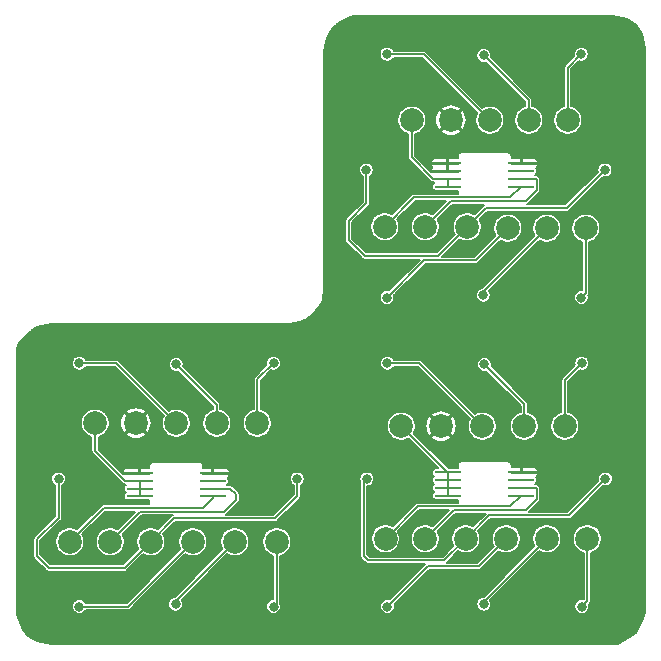
<source format=gbr>
%TF.GenerationSoftware,KiCad,Pcbnew,(5.1.10)-1*%
%TF.CreationDate,2023-07-23T11:40:44-05:00*%
%TF.ProjectId,perovskite_contact_board,7065726f-7673-46b6-9974-655f636f6e74,V3*%
%TF.SameCoordinates,Original*%
%TF.FileFunction,Copper,L2,Bot*%
%TF.FilePolarity,Positive*%
%FSLAX46Y46*%
G04 Gerber Fmt 4.6, Leading zero omitted, Abs format (unit mm)*
G04 Created by KiCad (PCBNEW (5.1.10)-1) date 2023-07-23 11:40:44*
%MOMM*%
%LPD*%
G01*
G04 APERTURE LIST*
%TA.AperFunction,SMDPad,CuDef*%
%ADD10C,2.000000*%
%TD*%
%TA.AperFunction,SMDPad,CuDef*%
%ADD11R,2.200000X0.220000*%
%TD*%
%TA.AperFunction,ViaPad*%
%ADD12C,0.800000*%
%TD*%
%TA.AperFunction,Conductor*%
%ADD13C,0.152400*%
%TD*%
%TA.AperFunction,Conductor*%
%ADD14C,0.100000*%
%TD*%
G04 APERTURE END LIST*
D10*
%TO.P,JP103.8,1*%
%TO.N,SDA2*%
X127825500Y-115379500D03*
%TD*%
%TO.P,JP103.11,1*%
%TO.N,SCL3*%
X157924500Y-115125500D03*
%TD*%
%TO.P,JP103.7,1*%
%TO.N,SCL2*%
X131254500Y-115379500D03*
%TD*%
%TO.P,JP103.10,1*%
%TO.N,VDDF*%
X155892500Y-105600500D03*
%TD*%
%TO.P,JP103.6,1*%
%TO.N,VDDA*%
X129970500Y-105332500D03*
%TD*%
%TO.P,JP103.12,1*%
%TO.N,SDA3*%
X154559000Y-115125500D03*
%TD*%
%TO.P,JP103.5,1*%
%TO.N,GND*%
X133413500Y-105332500D03*
%TD*%
%TO.P,JP103.9,1*%
%TO.N,GND*%
X159258000Y-105600500D03*
%TD*%
%TO.P,JP103.4,1*%
%TO.N,SDA1*%
X154495500Y-88709500D03*
%TD*%
%TO.P,JP103.3,1*%
%TO.N,SCL1*%
X157924500Y-88709500D03*
%TD*%
%TO.P,JP103.2,1*%
%TO.N,VDD*%
X156781500Y-79692500D03*
%TD*%
%TO.P,JP103.1,1*%
%TO.N,GND*%
X160083500Y-79692500D03*
%TD*%
%TO.P,JP102.7,1*%
%TO.N,CP_3*%
X161353500Y-115125500D03*
%TD*%
%TO.P,JP102.6,1*%
%TO.N,CELL_18*%
X164782500Y-115125500D03*
%TD*%
%TO.P,JP102.5,1*%
%TO.N,CELL_17*%
X168211500Y-115125500D03*
%TD*%
%TO.P,JP102.4,1*%
%TO.N,CELL_16*%
X171640500Y-115125500D03*
%TD*%
%TO.P,JP102.3,1*%
%TO.N,CELL_15*%
X169735500Y-105600500D03*
%TD*%
%TO.P,JP102.2,1*%
%TO.N,CELL_14*%
X166306500Y-105600500D03*
%TD*%
%TO.P,JP102.1,1*%
%TO.N,CELL_13*%
X162750500Y-105600500D03*
%TD*%
%TO.P,JP101.7,1*%
%TO.N,CP_2*%
X134683500Y-115379500D03*
%TD*%
%TO.P,JP101.1,1*%
%TO.N,CELL_7*%
X136842500Y-105346500D03*
%TD*%
%TO.P,JP101.2,1*%
%TO.N,CELL_8*%
X140271500Y-105346500D03*
%TD*%
%TO.P,JP101.3,1*%
%TO.N,CELL_9*%
X143700500Y-105346500D03*
%TD*%
%TO.P,JP101.4,1*%
%TO.N,CELL_10*%
X145351500Y-115379500D03*
%TD*%
%TO.P,JP101.5,1*%
%TO.N,CELL_11*%
X141795500Y-115379500D03*
%TD*%
%TO.P,JP101.6,1*%
%TO.N,CELL_12*%
X138239500Y-115379500D03*
%TD*%
%TO.P,JP100.7,1*%
%TO.N,CP_1*%
X161480500Y-88709500D03*
%TD*%
%TO.P,JP100.6,1*%
%TO.N,CELL_6*%
X164909500Y-88836500D03*
%TD*%
%TO.P,JP100.5,1*%
%TO.N,CELL_5*%
X168211500Y-88836500D03*
%TD*%
%TO.P,JP100.4,1*%
%TO.N,CELL_4*%
X171513500Y-88836500D03*
%TD*%
%TO.P,JP100.3,1*%
%TO.N,CELL_3*%
X169989500Y-79692500D03*
%TD*%
%TO.P,JP100.2,1*%
%TO.N,CELL_2*%
X166687500Y-79692500D03*
%TD*%
%TO.P,JP100.1,1*%
%TO.N,CELL_1*%
X163385500Y-79692500D03*
%TD*%
D11*
%TO.P,U6,5*%
%TO.N,VDDF*%
X159841000Y-109515000D03*
%TO.P,U6,4*%
%TO.N,GND*%
X166041000Y-109515000D03*
%TO.P,U6,6*%
%TO.N,VDDF*%
X159841000Y-110165000D03*
%TO.P,U6,3*%
%TO.N,Net-(U6-Pad3)*%
X166041000Y-110165000D03*
%TO.P,U6,7*%
%TO.N,VDDF*%
X159841000Y-110815000D03*
%TO.P,U6,2*%
%TO.N,SCL3*%
X166041000Y-110815000D03*
%TO.P,U6,8*%
%TO.N,VDDF*%
X159841000Y-111465000D03*
%TO.P,U6,1*%
%TO.N,SDA3*%
X166041000Y-111465000D03*
%TD*%
%TO.P,U5,5*%
%TO.N,GND*%
X133742500Y-109578500D03*
%TO.P,U5,4*%
X139942500Y-109578500D03*
%TO.P,U5,6*%
%TO.N,VDDA*%
X133742500Y-110228500D03*
%TO.P,U5,3*%
%TO.N,Net-(U5-Pad3)*%
X139942500Y-110228500D03*
%TO.P,U5,7*%
%TO.N,VDDA*%
X133742500Y-110878500D03*
%TO.P,U5,2*%
%TO.N,SCL2*%
X139942500Y-110878500D03*
%TO.P,U5,8*%
%TO.N,VDDA*%
X133742500Y-111528500D03*
%TO.P,U5,1*%
%TO.N,SDA2*%
X139942500Y-111528500D03*
%TD*%
%TO.P,U4,5*%
%TO.N,GND*%
X159841000Y-83353000D03*
%TO.P,U4,4*%
X166041000Y-83353000D03*
%TO.P,U4,6*%
X159841000Y-84003000D03*
%TO.P,U4,3*%
%TO.N,Net-(U4-Pad3)*%
X166041000Y-84003000D03*
%TO.P,U4,7*%
%TO.N,VDD*%
X159841000Y-84653000D03*
%TO.P,U4,2*%
%TO.N,SCL1*%
X166041000Y-84653000D03*
%TO.P,U4,8*%
%TO.N,VDD*%
X159841000Y-85303000D03*
%TO.P,U4,1*%
%TO.N,SDA1*%
X166041000Y-85303000D03*
%TD*%
D12*
%TO.N,CELL_1*%
X154686000Y-74101000D03*
%TO.N,CELL_2*%
X162886000Y-74201000D03*
%TO.N,CELL_3*%
X171136000Y-74101000D03*
%TO.N,CELL_4*%
X171136000Y-94701000D03*
%TO.N,CELL_5*%
X162836000Y-94501000D03*
%TO.N,CELL_6*%
X154686000Y-94701000D03*
%TO.N,CP_1*%
X152936000Y-83901000D03*
X173136000Y-83901000D03*
%TO.N,CELL_12*%
X128629000Y-120863000D03*
%TO.N,CELL_11*%
X136779000Y-120663000D03*
%TO.N,CELL_10*%
X145079000Y-120863000D03*
%TO.N,CELL_9*%
X145079000Y-100263000D03*
%TO.N,CELL_8*%
X136829000Y-100363000D03*
%TO.N,CELL_7*%
X128629000Y-100263000D03*
%TO.N,CP_2*%
X126879000Y-110063000D03*
X147079000Y-110063000D03*
%TO.N,CELL_13*%
X154727500Y-100263000D03*
%TO.N,CELL_14*%
X162927500Y-100363000D03*
%TO.N,CELL_15*%
X171177500Y-100263000D03*
%TO.N,CELL_16*%
X171177500Y-120863000D03*
%TO.N,CELL_17*%
X162877500Y-120663000D03*
%TO.N,CELL_18*%
X154727500Y-120863000D03*
%TO.N,CP_3*%
X152977500Y-110063000D03*
X173177500Y-110063000D03*
%TD*%
D13*
%TO.N,CELL_1*%
X157794000Y-74101000D02*
X154686000Y-74101000D01*
X163385500Y-79692500D02*
X157794000Y-74101000D01*
%TO.N,CELL_2*%
X166687500Y-78002500D02*
X162886000Y-74201000D01*
X166687500Y-79692500D02*
X166687500Y-78002500D01*
%TO.N,CELL_3*%
X169989500Y-75247500D02*
X171136000Y-74101000D01*
X169989500Y-79692500D02*
X169989500Y-75247500D01*
%TO.N,CELL_4*%
X171513500Y-94323500D02*
X171136000Y-94701000D01*
X171513500Y-88836500D02*
X171513500Y-94323500D01*
%TO.N,CELL_5*%
X162836000Y-94212000D02*
X162836000Y-94501000D01*
X168211500Y-88836500D02*
X162836000Y-94212000D01*
%TO.N,CELL_6*%
X164909500Y-88836500D02*
X162179000Y-91567000D01*
X157820000Y-91567000D02*
X154686000Y-94701000D01*
X162179000Y-91567000D02*
X157820000Y-91567000D01*
%TO.N,CP_1*%
X161480500Y-88709500D02*
X159004000Y-91186000D01*
X159004000Y-91186000D02*
X152781000Y-91186000D01*
X152781000Y-91186000D02*
X151447500Y-89852500D01*
X151447500Y-89852500D02*
X151447500Y-88201500D01*
X152936000Y-86713000D02*
X152936000Y-83901000D01*
X151447500Y-88201500D02*
X152936000Y-86713000D01*
X161480500Y-88709500D02*
X163068000Y-87122000D01*
X169915000Y-87122000D02*
X173136000Y-83901000D01*
X163068000Y-87122000D02*
X169915000Y-87122000D01*
%TO.N,CELL_12*%
X132756000Y-120863000D02*
X128629000Y-120863000D01*
X138239500Y-115379500D02*
X132756000Y-120863000D01*
%TO.N,CELL_11*%
X136779000Y-120396000D02*
X136779000Y-120663000D01*
X141795500Y-115379500D02*
X136779000Y-120396000D01*
%TO.N,CELL_10*%
X145351500Y-120590500D02*
X145079000Y-120863000D01*
X145351500Y-115379500D02*
X145351500Y-120590500D01*
%TO.N,CELL_9*%
X143700500Y-101641500D02*
X145079000Y-100263000D01*
X143700500Y-105346500D02*
X143700500Y-101641500D01*
%TO.N,CELL_8*%
X140271500Y-103805500D02*
X136829000Y-100363000D01*
X140271500Y-105346500D02*
X140271500Y-103805500D01*
%TO.N,CELL_7*%
X131759000Y-100263000D02*
X128629000Y-100263000D01*
X136842500Y-105346500D02*
X131759000Y-100263000D01*
%TO.N,CP_2*%
X134683500Y-115379500D02*
X132461000Y-117602000D01*
X132461000Y-117602000D02*
X126047500Y-117602000D01*
X126047500Y-117602000D02*
X125031500Y-116586000D01*
X125031500Y-116586000D02*
X125031500Y-115189000D01*
X126879000Y-113341500D02*
X126879000Y-110063000D01*
X125031500Y-115189000D02*
X126879000Y-113341500D01*
X134683500Y-115379500D02*
X136652000Y-113411000D01*
X136652000Y-113411000D02*
X145161000Y-113411000D01*
X147079000Y-111493000D02*
X147079000Y-110063000D01*
X145161000Y-113411000D02*
X147079000Y-111493000D01*
%TO.N,CELL_13*%
X157413000Y-100263000D02*
X154727500Y-100263000D01*
X162750500Y-105600500D02*
X157413000Y-100263000D01*
%TO.N,CELL_14*%
X166116000Y-105600500D02*
X166306500Y-105600500D01*
X166306500Y-103742000D02*
X162927500Y-100363000D01*
X166306500Y-105600500D02*
X166306500Y-103742000D01*
%TO.N,CELL_15*%
X169735500Y-101705000D02*
X171177500Y-100263000D01*
X169735500Y-105600500D02*
X169735500Y-101705000D01*
%TO.N,CELL_16*%
X171513500Y-115252500D02*
X171640500Y-115125500D01*
X171640500Y-120400000D02*
X171177500Y-120863000D01*
X171640500Y-115125500D02*
X171640500Y-120400000D01*
%TO.N,CELL_17*%
X162877500Y-120459500D02*
X162877500Y-120663000D01*
X168211500Y-115125500D02*
X162877500Y-120459500D01*
%TO.N,CELL_18*%
X164782500Y-115125500D02*
X162433000Y-117475000D01*
X158115500Y-117475000D02*
X154727500Y-120863000D01*
X162433000Y-117475000D02*
X158115500Y-117475000D01*
%TO.N,CP_3*%
X161353500Y-115125500D02*
X159512000Y-116967000D01*
X159512000Y-116967000D02*
X153098500Y-116967000D01*
X153098500Y-116967000D02*
X152717500Y-116586000D01*
X152717500Y-110323000D02*
X152977500Y-110063000D01*
X152717500Y-116586000D02*
X152717500Y-110323000D01*
X161353500Y-115125500D02*
X163322000Y-113157000D01*
X170083500Y-113157000D02*
X173177500Y-110063000D01*
X163322000Y-113157000D02*
X170083500Y-113157000D01*
%TO.N,VDD*%
X159841000Y-85303000D02*
X159841000Y-84653000D01*
X156781500Y-82845900D02*
X156781500Y-79692500D01*
X158588600Y-84653000D02*
X156781500Y-82845900D01*
X159841000Y-84653000D02*
X158588600Y-84653000D01*
%TO.N,SCL3*%
X167369601Y-111757881D02*
X166414982Y-112712500D01*
X167369601Y-110891201D02*
X167369601Y-111757881D01*
X167293400Y-110815000D02*
X167369601Y-110891201D01*
X166041000Y-110815000D02*
X167293400Y-110815000D01*
X160337500Y-112712500D02*
X157924500Y-115125500D01*
X166414982Y-112712500D02*
X160337500Y-112712500D01*
%TO.N,SDA1*%
X165111390Y-86232610D02*
X156972390Y-86232610D01*
X156972390Y-86232610D02*
X154495500Y-88709500D01*
X166041000Y-85303000D02*
X165111390Y-86232610D01*
%TO.N,VDDA*%
X133742500Y-111528500D02*
X133742500Y-110878500D01*
X133742500Y-110878500D02*
X133742500Y-110228500D01*
X129970500Y-107708900D02*
X129970500Y-105332500D01*
X132490100Y-110228500D02*
X129970500Y-107708900D01*
X133742500Y-110228500D02*
X132490100Y-110228500D01*
%TO.N,VDDF*%
X159841000Y-109515000D02*
X159841000Y-110165000D01*
X159841000Y-110165000D02*
X159841000Y-110815000D01*
X159841000Y-110815000D02*
X159841000Y-111465000D01*
X159807000Y-109515000D02*
X159841000Y-109515000D01*
X155892500Y-105600500D02*
X159807000Y-109515000D01*
%TO.N,SCL2*%
X133807190Y-112826810D02*
X140919190Y-112826810D01*
X131254500Y-115379500D02*
X133807190Y-112826810D01*
X140919190Y-112826810D02*
X141922500Y-111823500D01*
X141922500Y-111823500D02*
X141922500Y-111379000D01*
X141422000Y-110878500D02*
X139942500Y-110878500D01*
X141922500Y-111379000D02*
X141422000Y-110878500D01*
%TO.N,SDA2*%
X139942500Y-111528500D02*
X139942500Y-111708000D01*
X139942500Y-111708000D02*
X139128500Y-112522000D01*
X130683000Y-112522000D02*
X127825500Y-115379500D01*
X139128500Y-112522000D02*
X130683000Y-112522000D01*
%TO.N,SDA3*%
X166041000Y-111465000D02*
X165111000Y-112395000D01*
X157289500Y-112395000D02*
X154559000Y-115125500D01*
X165111000Y-112395000D02*
X157289500Y-112395000D01*
%TO.N,SCL1*%
X167369601Y-85595881D02*
X166414982Y-86550500D01*
X167369601Y-84729201D02*
X167369601Y-85595881D01*
X167293400Y-84653000D02*
X167369601Y-84729201D01*
X166041000Y-84653000D02*
X167293400Y-84653000D01*
X160083500Y-86550500D02*
X157924500Y-88709500D01*
X166414982Y-86550500D02*
X160083500Y-86550500D01*
%TD*%
%TO.N,GND*%
X175039543Y-71128109D02*
X175776552Y-71619448D01*
X176267736Y-72356226D01*
X176517300Y-73604013D01*
X176517300Y-121336133D01*
X176268917Y-122081283D01*
X176017648Y-122584391D01*
X175772407Y-123074317D01*
X174284749Y-124066300D01*
X126309044Y-124066300D01*
X125061225Y-123816736D01*
X124318050Y-123321286D01*
X123826441Y-122829677D01*
X123329700Y-121587825D01*
X123329700Y-120801088D01*
X128000400Y-120801088D01*
X128000400Y-120924912D01*
X128024556Y-121046356D01*
X128071941Y-121160754D01*
X128140734Y-121263709D01*
X128228291Y-121351266D01*
X128331246Y-121420059D01*
X128445644Y-121467444D01*
X128567088Y-121491600D01*
X128690912Y-121491600D01*
X128812356Y-121467444D01*
X128926754Y-121420059D01*
X129029709Y-121351266D01*
X129117266Y-121263709D01*
X129181351Y-121167800D01*
X132741042Y-121167800D01*
X132756000Y-121169273D01*
X132770958Y-121167800D01*
X132770966Y-121167800D01*
X132815751Y-121163389D01*
X132873206Y-121145960D01*
X132926157Y-121117658D01*
X132972568Y-121079568D01*
X132982112Y-121067939D01*
X133448963Y-120601088D01*
X136150400Y-120601088D01*
X136150400Y-120724912D01*
X136174556Y-120846356D01*
X136221941Y-120960754D01*
X136290734Y-121063709D01*
X136378291Y-121151266D01*
X136481246Y-121220059D01*
X136595644Y-121267444D01*
X136717088Y-121291600D01*
X136840912Y-121291600D01*
X136962356Y-121267444D01*
X137076754Y-121220059D01*
X137179709Y-121151266D01*
X137267266Y-121063709D01*
X137336059Y-120960754D01*
X137383444Y-120846356D01*
X137407600Y-120724912D01*
X137407600Y-120601088D01*
X137383444Y-120479644D01*
X137336059Y-120365246D01*
X137297905Y-120308146D01*
X141168126Y-116437926D01*
X141213540Y-116468271D01*
X141437131Y-116560886D01*
X141674493Y-116608100D01*
X141916507Y-116608100D01*
X142153869Y-116560886D01*
X142377460Y-116468271D01*
X142578687Y-116333816D01*
X142749816Y-116162687D01*
X142884271Y-115961460D01*
X142976886Y-115737869D01*
X143024100Y-115500507D01*
X143024100Y-115258493D01*
X144122900Y-115258493D01*
X144122900Y-115500507D01*
X144170114Y-115737869D01*
X144262729Y-115961460D01*
X144397184Y-116162687D01*
X144568313Y-116333816D01*
X144769540Y-116468271D01*
X144993131Y-116560886D01*
X145046700Y-116571542D01*
X145046701Y-120234400D01*
X145017088Y-120234400D01*
X144895644Y-120258556D01*
X144781246Y-120305941D01*
X144678291Y-120374734D01*
X144590734Y-120462291D01*
X144521941Y-120565246D01*
X144474556Y-120679644D01*
X144450400Y-120801088D01*
X144450400Y-120924912D01*
X144474556Y-121046356D01*
X144521941Y-121160754D01*
X144590734Y-121263709D01*
X144678291Y-121351266D01*
X144781246Y-121420059D01*
X144895644Y-121467444D01*
X145017088Y-121491600D01*
X145140912Y-121491600D01*
X145262356Y-121467444D01*
X145376754Y-121420059D01*
X145479709Y-121351266D01*
X145567266Y-121263709D01*
X145636059Y-121160754D01*
X145683444Y-121046356D01*
X145707600Y-120924912D01*
X145707600Y-120801088D01*
X145683444Y-120679644D01*
X145655612Y-120612451D01*
X145656300Y-120605466D01*
X145656300Y-120605459D01*
X145657773Y-120590501D01*
X145656300Y-120575543D01*
X145656300Y-116571541D01*
X145709869Y-116560886D01*
X145933460Y-116468271D01*
X146134687Y-116333816D01*
X146305816Y-116162687D01*
X146440271Y-115961460D01*
X146532886Y-115737869D01*
X146580100Y-115500507D01*
X146580100Y-115258493D01*
X146532886Y-115021131D01*
X146440271Y-114797540D01*
X146305816Y-114596313D01*
X146134687Y-114425184D01*
X145933460Y-114290729D01*
X145709869Y-114198114D01*
X145472507Y-114150900D01*
X145230493Y-114150900D01*
X144993131Y-114198114D01*
X144769540Y-114290729D01*
X144568313Y-114425184D01*
X144397184Y-114596313D01*
X144262729Y-114797540D01*
X144170114Y-115021131D01*
X144122900Y-115258493D01*
X143024100Y-115258493D01*
X142976886Y-115021131D01*
X142884271Y-114797540D01*
X142749816Y-114596313D01*
X142578687Y-114425184D01*
X142377460Y-114290729D01*
X142153869Y-114198114D01*
X141916507Y-114150900D01*
X141674493Y-114150900D01*
X141437131Y-114198114D01*
X141213540Y-114290729D01*
X141012313Y-114425184D01*
X140841184Y-114596313D01*
X140706729Y-114797540D01*
X140614114Y-115021131D01*
X140566900Y-115258493D01*
X140566900Y-115500507D01*
X140614114Y-115737869D01*
X140706729Y-115961460D01*
X140737074Y-116006874D01*
X136707677Y-120036272D01*
X136595644Y-120058556D01*
X136481246Y-120105941D01*
X136378291Y-120174734D01*
X136290734Y-120262291D01*
X136221941Y-120365246D01*
X136174556Y-120479644D01*
X136150400Y-120601088D01*
X133448963Y-120601088D01*
X137612126Y-116437926D01*
X137657540Y-116468271D01*
X137881131Y-116560886D01*
X138118493Y-116608100D01*
X138360507Y-116608100D01*
X138597869Y-116560886D01*
X138821460Y-116468271D01*
X139022687Y-116333816D01*
X139193816Y-116162687D01*
X139328271Y-115961460D01*
X139420886Y-115737869D01*
X139468100Y-115500507D01*
X139468100Y-115258493D01*
X139420886Y-115021131D01*
X139328271Y-114797540D01*
X139193816Y-114596313D01*
X139022687Y-114425184D01*
X138821460Y-114290729D01*
X138597869Y-114198114D01*
X138360507Y-114150900D01*
X138118493Y-114150900D01*
X137881131Y-114198114D01*
X137657540Y-114290729D01*
X137456313Y-114425184D01*
X137285184Y-114596313D01*
X137150729Y-114797540D01*
X137058114Y-115021131D01*
X137010900Y-115258493D01*
X137010900Y-115500507D01*
X137058114Y-115737869D01*
X137150729Y-115961460D01*
X137181074Y-116006874D01*
X132629749Y-120558200D01*
X129181351Y-120558200D01*
X129117266Y-120462291D01*
X129029709Y-120374734D01*
X128926754Y-120305941D01*
X128812356Y-120258556D01*
X128690912Y-120234400D01*
X128567088Y-120234400D01*
X128445644Y-120258556D01*
X128331246Y-120305941D01*
X128228291Y-120374734D01*
X128140734Y-120462291D01*
X128071941Y-120565246D01*
X128024556Y-120679644D01*
X128000400Y-120801088D01*
X123329700Y-120801088D01*
X123329700Y-115189000D01*
X124725227Y-115189000D01*
X124726701Y-115203968D01*
X124726700Y-116571042D01*
X124725227Y-116586000D01*
X124726700Y-116600958D01*
X124726700Y-116600965D01*
X124731111Y-116645750D01*
X124748540Y-116703205D01*
X124776842Y-116756156D01*
X124814932Y-116802568D01*
X124826561Y-116812112D01*
X125821392Y-117806944D01*
X125830932Y-117818568D01*
X125877343Y-117856658D01*
X125930294Y-117884960D01*
X125987748Y-117902389D01*
X125992903Y-117902897D01*
X126032534Y-117906800D01*
X126032542Y-117906800D01*
X126047500Y-117908273D01*
X126062458Y-117906800D01*
X132446042Y-117906800D01*
X132461000Y-117908273D01*
X132475958Y-117906800D01*
X132475966Y-117906800D01*
X132520751Y-117902389D01*
X132578206Y-117884960D01*
X132631157Y-117856658D01*
X132677568Y-117818568D01*
X132687112Y-117806939D01*
X134056125Y-116437926D01*
X134101540Y-116468271D01*
X134325131Y-116560886D01*
X134562493Y-116608100D01*
X134804507Y-116608100D01*
X135041869Y-116560886D01*
X135265460Y-116468271D01*
X135466687Y-116333816D01*
X135637816Y-116162687D01*
X135772271Y-115961460D01*
X135864886Y-115737869D01*
X135912100Y-115500507D01*
X135912100Y-115258493D01*
X135864886Y-115021131D01*
X135772271Y-114797540D01*
X135741926Y-114752125D01*
X136778252Y-113715800D01*
X145146042Y-113715800D01*
X145161000Y-113717273D01*
X145175958Y-113715800D01*
X145175966Y-113715800D01*
X145220751Y-113711389D01*
X145278206Y-113693960D01*
X145331157Y-113665658D01*
X145377568Y-113627568D01*
X145387112Y-113615939D01*
X147283945Y-111719107D01*
X147295568Y-111709568D01*
X147333658Y-111663157D01*
X147361960Y-111610206D01*
X147379389Y-111552751D01*
X147383800Y-111507966D01*
X147383800Y-111507958D01*
X147385273Y-111493000D01*
X147383800Y-111478042D01*
X147383800Y-110615351D01*
X147479709Y-110551266D01*
X147567266Y-110463709D01*
X147636059Y-110360754D01*
X147683444Y-110246356D01*
X147707600Y-110124912D01*
X147707600Y-110001088D01*
X152348900Y-110001088D01*
X152348900Y-110124912D01*
X152373056Y-110246356D01*
X152412701Y-110342068D01*
X152412700Y-116571042D01*
X152411227Y-116586000D01*
X152412700Y-116600958D01*
X152412700Y-116600965D01*
X152417111Y-116645750D01*
X152434540Y-116703205D01*
X152462842Y-116756156D01*
X152500932Y-116802568D01*
X152512561Y-116812112D01*
X152872392Y-117171944D01*
X152881932Y-117183568D01*
X152928343Y-117221658D01*
X152981294Y-117249960D01*
X153021319Y-117262102D01*
X153038748Y-117267389D01*
X153044389Y-117267945D01*
X153083534Y-117271800D01*
X153083541Y-117271800D01*
X153098499Y-117273273D01*
X153113457Y-117271800D01*
X157887647Y-117271800D01*
X154902546Y-120256903D01*
X154789412Y-120234400D01*
X154665588Y-120234400D01*
X154544144Y-120258556D01*
X154429746Y-120305941D01*
X154326791Y-120374734D01*
X154239234Y-120462291D01*
X154170441Y-120565246D01*
X154123056Y-120679644D01*
X154098900Y-120801088D01*
X154098900Y-120924912D01*
X154123056Y-121046356D01*
X154170441Y-121160754D01*
X154239234Y-121263709D01*
X154326791Y-121351266D01*
X154429746Y-121420059D01*
X154544144Y-121467444D01*
X154665588Y-121491600D01*
X154789412Y-121491600D01*
X154910856Y-121467444D01*
X155025254Y-121420059D01*
X155128209Y-121351266D01*
X155215766Y-121263709D01*
X155284559Y-121160754D01*
X155331944Y-121046356D01*
X155356100Y-120924912D01*
X155356100Y-120801088D01*
X155333597Y-120687954D01*
X155420463Y-120601088D01*
X162248900Y-120601088D01*
X162248900Y-120724912D01*
X162273056Y-120846356D01*
X162320441Y-120960754D01*
X162389234Y-121063709D01*
X162476791Y-121151266D01*
X162579746Y-121220059D01*
X162694144Y-121267444D01*
X162815588Y-121291600D01*
X162939412Y-121291600D01*
X163060856Y-121267444D01*
X163175254Y-121220059D01*
X163278209Y-121151266D01*
X163365766Y-121063709D01*
X163434559Y-120960754D01*
X163481944Y-120846356D01*
X163506100Y-120724912D01*
X163506100Y-120601088D01*
X163481944Y-120479644D01*
X163434559Y-120365246D01*
X163421840Y-120346211D01*
X167584126Y-116183926D01*
X167629540Y-116214271D01*
X167853131Y-116306886D01*
X168090493Y-116354100D01*
X168332507Y-116354100D01*
X168569869Y-116306886D01*
X168793460Y-116214271D01*
X168994687Y-116079816D01*
X169165816Y-115908687D01*
X169300271Y-115707460D01*
X169392886Y-115483869D01*
X169440100Y-115246507D01*
X169440100Y-115004493D01*
X170411900Y-115004493D01*
X170411900Y-115246507D01*
X170459114Y-115483869D01*
X170551729Y-115707460D01*
X170686184Y-115908687D01*
X170857313Y-116079816D01*
X171058540Y-116214271D01*
X171282131Y-116306886D01*
X171335700Y-116317542D01*
X171335701Y-120253553D01*
X171239412Y-120234400D01*
X171115588Y-120234400D01*
X170994144Y-120258556D01*
X170879746Y-120305941D01*
X170776791Y-120374734D01*
X170689234Y-120462291D01*
X170620441Y-120565246D01*
X170573056Y-120679644D01*
X170548900Y-120801088D01*
X170548900Y-120924912D01*
X170573056Y-121046356D01*
X170620441Y-121160754D01*
X170689234Y-121263709D01*
X170776791Y-121351266D01*
X170879746Y-121420059D01*
X170994144Y-121467444D01*
X171115588Y-121491600D01*
X171239412Y-121491600D01*
X171360856Y-121467444D01*
X171475254Y-121420059D01*
X171578209Y-121351266D01*
X171665766Y-121263709D01*
X171734559Y-121160754D01*
X171781944Y-121046356D01*
X171806100Y-120924912D01*
X171806100Y-120801088D01*
X171783597Y-120687955D01*
X171845444Y-120626108D01*
X171857068Y-120616568D01*
X171895158Y-120570157D01*
X171923460Y-120517206D01*
X171924674Y-120513205D01*
X171940889Y-120459752D01*
X171941397Y-120454597D01*
X171945300Y-120414966D01*
X171945300Y-120414958D01*
X171946773Y-120400000D01*
X171945300Y-120385042D01*
X171945300Y-116317541D01*
X171998869Y-116306886D01*
X172222460Y-116214271D01*
X172423687Y-116079816D01*
X172594816Y-115908687D01*
X172729271Y-115707460D01*
X172821886Y-115483869D01*
X172869100Y-115246507D01*
X172869100Y-115004493D01*
X172821886Y-114767131D01*
X172729271Y-114543540D01*
X172594816Y-114342313D01*
X172423687Y-114171184D01*
X172222460Y-114036729D01*
X171998869Y-113944114D01*
X171761507Y-113896900D01*
X171519493Y-113896900D01*
X171282131Y-113944114D01*
X171058540Y-114036729D01*
X170857313Y-114171184D01*
X170686184Y-114342313D01*
X170551729Y-114543540D01*
X170459114Y-114767131D01*
X170411900Y-115004493D01*
X169440100Y-115004493D01*
X169392886Y-114767131D01*
X169300271Y-114543540D01*
X169165816Y-114342313D01*
X168994687Y-114171184D01*
X168793460Y-114036729D01*
X168569869Y-113944114D01*
X168332507Y-113896900D01*
X168090493Y-113896900D01*
X167853131Y-113944114D01*
X167629540Y-114036729D01*
X167428313Y-114171184D01*
X167257184Y-114342313D01*
X167122729Y-114543540D01*
X167030114Y-114767131D01*
X166982900Y-115004493D01*
X166982900Y-115246507D01*
X167030114Y-115483869D01*
X167122729Y-115707460D01*
X167153074Y-115752874D01*
X162871549Y-120034400D01*
X162815588Y-120034400D01*
X162694144Y-120058556D01*
X162579746Y-120105941D01*
X162476791Y-120174734D01*
X162389234Y-120262291D01*
X162320441Y-120365246D01*
X162273056Y-120479644D01*
X162248900Y-120601088D01*
X155420463Y-120601088D01*
X158241753Y-117779800D01*
X162418042Y-117779800D01*
X162433000Y-117781273D01*
X162447958Y-117779800D01*
X162447966Y-117779800D01*
X162492751Y-117775389D01*
X162550206Y-117757960D01*
X162603157Y-117729658D01*
X162649568Y-117691568D01*
X162659112Y-117679939D01*
X164155126Y-116183926D01*
X164200540Y-116214271D01*
X164424131Y-116306886D01*
X164661493Y-116354100D01*
X164903507Y-116354100D01*
X165140869Y-116306886D01*
X165364460Y-116214271D01*
X165565687Y-116079816D01*
X165736816Y-115908687D01*
X165871271Y-115707460D01*
X165963886Y-115483869D01*
X166011100Y-115246507D01*
X166011100Y-115004493D01*
X165963886Y-114767131D01*
X165871271Y-114543540D01*
X165736816Y-114342313D01*
X165565687Y-114171184D01*
X165364460Y-114036729D01*
X165140869Y-113944114D01*
X164903507Y-113896900D01*
X164661493Y-113896900D01*
X164424131Y-113944114D01*
X164200540Y-114036729D01*
X163999313Y-114171184D01*
X163828184Y-114342313D01*
X163693729Y-114543540D01*
X163601114Y-114767131D01*
X163553900Y-115004493D01*
X163553900Y-115246507D01*
X163601114Y-115483869D01*
X163693729Y-115707460D01*
X163724074Y-115752874D01*
X162306749Y-117170200D01*
X159739851Y-117170200D01*
X160726125Y-116183926D01*
X160771540Y-116214271D01*
X160995131Y-116306886D01*
X161232493Y-116354100D01*
X161474507Y-116354100D01*
X161711869Y-116306886D01*
X161935460Y-116214271D01*
X162136687Y-116079816D01*
X162307816Y-115908687D01*
X162442271Y-115707460D01*
X162534886Y-115483869D01*
X162582100Y-115246507D01*
X162582100Y-115004493D01*
X162534886Y-114767131D01*
X162442271Y-114543540D01*
X162411926Y-114498125D01*
X163448252Y-113461800D01*
X170068542Y-113461800D01*
X170083500Y-113463273D01*
X170098458Y-113461800D01*
X170098466Y-113461800D01*
X170143251Y-113457389D01*
X170200706Y-113439960D01*
X170253657Y-113411658D01*
X170300068Y-113373568D01*
X170309612Y-113361939D01*
X173002455Y-110669097D01*
X173115588Y-110691600D01*
X173239412Y-110691600D01*
X173360856Y-110667444D01*
X173475254Y-110620059D01*
X173578209Y-110551266D01*
X173665766Y-110463709D01*
X173734559Y-110360754D01*
X173781944Y-110246356D01*
X173806100Y-110124912D01*
X173806100Y-110001088D01*
X173781944Y-109879644D01*
X173734559Y-109765246D01*
X173665766Y-109662291D01*
X173578209Y-109574734D01*
X173475254Y-109505941D01*
X173360856Y-109458556D01*
X173239412Y-109434400D01*
X173115588Y-109434400D01*
X172994144Y-109458556D01*
X172879746Y-109505941D01*
X172776791Y-109574734D01*
X172689234Y-109662291D01*
X172620441Y-109765246D01*
X172573056Y-109879644D01*
X172548900Y-110001088D01*
X172548900Y-110124912D01*
X172571403Y-110238045D01*
X169957249Y-112852200D01*
X166706333Y-112852200D01*
X167574545Y-111983989D01*
X167586169Y-111974449D01*
X167624259Y-111928038D01*
X167652561Y-111875087D01*
X167666575Y-111828889D01*
X167669990Y-111817633D01*
X167671798Y-111799274D01*
X167674401Y-111772847D01*
X167674401Y-111772840D01*
X167675874Y-111757882D01*
X167674401Y-111742924D01*
X167674401Y-110906158D01*
X167675874Y-110891200D01*
X167674401Y-110876242D01*
X167674401Y-110876235D01*
X167669990Y-110831450D01*
X167652561Y-110773995D01*
X167624259Y-110721044D01*
X167586169Y-110674633D01*
X167574541Y-110665090D01*
X167519512Y-110610061D01*
X167509968Y-110598432D01*
X167463557Y-110560342D01*
X167410606Y-110532040D01*
X167353151Y-110514611D01*
X167308366Y-110510200D01*
X167308358Y-110510200D01*
X167293400Y-110508727D01*
X167278442Y-110510200D01*
X167261497Y-110510200D01*
X167228905Y-110492779D01*
X167219743Y-110490000D01*
X167228905Y-110487221D01*
X167268618Y-110465994D01*
X167303427Y-110437427D01*
X167331994Y-110402618D01*
X167353221Y-110362905D01*
X167366292Y-110319813D01*
X167370706Y-110275000D01*
X167370706Y-110055000D01*
X167366292Y-110010187D01*
X167353221Y-109967095D01*
X167331994Y-109927382D01*
X167314881Y-109906529D01*
X167324644Y-109901342D01*
X167375027Y-109860205D01*
X167416416Y-109810029D01*
X167447222Y-109752743D01*
X167466259Y-109690547D01*
X167471200Y-109631350D01*
X167388650Y-109548800D01*
X166091800Y-109548800D01*
X166091800Y-109585800D01*
X165990200Y-109585800D01*
X165990200Y-109548800D01*
X165226600Y-109548800D01*
X165226600Y-109481200D01*
X165990200Y-109481200D01*
X165990200Y-109157350D01*
X166091800Y-109157350D01*
X166091800Y-109481200D01*
X167388650Y-109481200D01*
X167471200Y-109398650D01*
X167466259Y-109339453D01*
X167447222Y-109277257D01*
X167416416Y-109219971D01*
X167375027Y-109169795D01*
X167324644Y-109128658D01*
X167267204Y-109098141D01*
X167204914Y-109079416D01*
X167140167Y-109073203D01*
X166174350Y-109074800D01*
X166091800Y-109157350D01*
X165990200Y-109157350D01*
X165907650Y-109074800D01*
X165226600Y-109073674D01*
X165226600Y-108851459D01*
X165227827Y-108839000D01*
X165222931Y-108789286D01*
X165208429Y-108741482D01*
X165184881Y-108697426D01*
X165153190Y-108658810D01*
X165114574Y-108627119D01*
X165070518Y-108603571D01*
X165022714Y-108589069D01*
X164985459Y-108585400D01*
X164973000Y-108584173D01*
X164960541Y-108585400D01*
X160921459Y-108585400D01*
X160909000Y-108584173D01*
X160896541Y-108585400D01*
X160859286Y-108589069D01*
X160811482Y-108603571D01*
X160767426Y-108627119D01*
X160728810Y-108658810D01*
X160697119Y-108697426D01*
X160673571Y-108741482D01*
X160659069Y-108789286D01*
X160654173Y-108839000D01*
X160655400Y-108851459D01*
X160655400Y-109175294D01*
X159898346Y-109175294D01*
X157245518Y-106522466D01*
X158407876Y-106522466D01*
X158514011Y-106710939D01*
X158744942Y-106834748D01*
X158995590Y-106911125D01*
X159256323Y-106937135D01*
X159517120Y-106911779D01*
X159767959Y-106836031D01*
X159999201Y-106712803D01*
X160001989Y-106710939D01*
X160108124Y-106522466D01*
X159258000Y-105672342D01*
X158407876Y-106522466D01*
X157245518Y-106522466D01*
X156950926Y-106227875D01*
X156981271Y-106182460D01*
X157073886Y-105958869D01*
X157121100Y-105721507D01*
X157121100Y-105598823D01*
X157921365Y-105598823D01*
X157946721Y-105859620D01*
X158022469Y-106110459D01*
X158145697Y-106341701D01*
X158147561Y-106344489D01*
X158336034Y-106450624D01*
X159186158Y-105600500D01*
X159329842Y-105600500D01*
X160179966Y-106450624D01*
X160368439Y-106344489D01*
X160492248Y-106113558D01*
X160568625Y-105862910D01*
X160594635Y-105602177D01*
X160569279Y-105341380D01*
X160493531Y-105090541D01*
X160370303Y-104859299D01*
X160368439Y-104856511D01*
X160179966Y-104750376D01*
X159329842Y-105600500D01*
X159186158Y-105600500D01*
X158336034Y-104750376D01*
X158147561Y-104856511D01*
X158023752Y-105087442D01*
X157947375Y-105338090D01*
X157921365Y-105598823D01*
X157121100Y-105598823D01*
X157121100Y-105479493D01*
X157073886Y-105242131D01*
X156981271Y-105018540D01*
X156846816Y-104817313D01*
X156708037Y-104678534D01*
X158407876Y-104678534D01*
X159258000Y-105528658D01*
X160108124Y-104678534D01*
X160001989Y-104490061D01*
X159771058Y-104366252D01*
X159520410Y-104289875D01*
X159259677Y-104263865D01*
X158998880Y-104289221D01*
X158748041Y-104364969D01*
X158516799Y-104488197D01*
X158514011Y-104490061D01*
X158407876Y-104678534D01*
X156708037Y-104678534D01*
X156675687Y-104646184D01*
X156474460Y-104511729D01*
X156250869Y-104419114D01*
X156013507Y-104371900D01*
X155771493Y-104371900D01*
X155534131Y-104419114D01*
X155310540Y-104511729D01*
X155109313Y-104646184D01*
X154938184Y-104817313D01*
X154803729Y-105018540D01*
X154711114Y-105242131D01*
X154663900Y-105479493D01*
X154663900Y-105721507D01*
X154711114Y-105958869D01*
X154803729Y-106182460D01*
X154938184Y-106383687D01*
X155109313Y-106554816D01*
X155310540Y-106689271D01*
X155534131Y-106781886D01*
X155771493Y-106829100D01*
X156013507Y-106829100D01*
X156250869Y-106781886D01*
X156474460Y-106689271D01*
X156519875Y-106658926D01*
X159036242Y-109175294D01*
X158741000Y-109175294D01*
X158696187Y-109179708D01*
X158653095Y-109192779D01*
X158613382Y-109214006D01*
X158578573Y-109242573D01*
X158550006Y-109277382D01*
X158528779Y-109317095D01*
X158515708Y-109360187D01*
X158511294Y-109405000D01*
X158511294Y-109625000D01*
X158515708Y-109669813D01*
X158528779Y-109712905D01*
X158550006Y-109752618D01*
X158578573Y-109787427D01*
X158613382Y-109815994D01*
X158653095Y-109837221D01*
X158662257Y-109840000D01*
X158653095Y-109842779D01*
X158613382Y-109864006D01*
X158578573Y-109892573D01*
X158550006Y-109927382D01*
X158528779Y-109967095D01*
X158515708Y-110010187D01*
X158511294Y-110055000D01*
X158511294Y-110275000D01*
X158515708Y-110319813D01*
X158528779Y-110362905D01*
X158550006Y-110402618D01*
X158578573Y-110437427D01*
X158613382Y-110465994D01*
X158653095Y-110487221D01*
X158662257Y-110490000D01*
X158653095Y-110492779D01*
X158613382Y-110514006D01*
X158578573Y-110542573D01*
X158550006Y-110577382D01*
X158528779Y-110617095D01*
X158515708Y-110660187D01*
X158511294Y-110705000D01*
X158511294Y-110925000D01*
X158515708Y-110969813D01*
X158528779Y-111012905D01*
X158550006Y-111052618D01*
X158578573Y-111087427D01*
X158613382Y-111115994D01*
X158653095Y-111137221D01*
X158662257Y-111140000D01*
X158653095Y-111142779D01*
X158613382Y-111164006D01*
X158578573Y-111192573D01*
X158550006Y-111227382D01*
X158528779Y-111267095D01*
X158515708Y-111310187D01*
X158511294Y-111355000D01*
X158511294Y-111575000D01*
X158515708Y-111619813D01*
X158528779Y-111662905D01*
X158550006Y-111702618D01*
X158578573Y-111737427D01*
X158613382Y-111765994D01*
X158653095Y-111787221D01*
X158696187Y-111800292D01*
X158741000Y-111804706D01*
X160655401Y-111804706D01*
X160655401Y-112090200D01*
X157304457Y-112090200D01*
X157289499Y-112088727D01*
X157274541Y-112090200D01*
X157274534Y-112090200D01*
X157235389Y-112094055D01*
X157229748Y-112094611D01*
X157216376Y-112098668D01*
X157172294Y-112112040D01*
X157119343Y-112140342D01*
X157072932Y-112178432D01*
X157063392Y-112190056D01*
X155186375Y-114067074D01*
X155140960Y-114036729D01*
X154917369Y-113944114D01*
X154680007Y-113896900D01*
X154437993Y-113896900D01*
X154200631Y-113944114D01*
X153977040Y-114036729D01*
X153775813Y-114171184D01*
X153604684Y-114342313D01*
X153470229Y-114543540D01*
X153377614Y-114767131D01*
X153330400Y-115004493D01*
X153330400Y-115246507D01*
X153377614Y-115483869D01*
X153470229Y-115707460D01*
X153604684Y-115908687D01*
X153775813Y-116079816D01*
X153977040Y-116214271D01*
X154200631Y-116306886D01*
X154437993Y-116354100D01*
X154680007Y-116354100D01*
X154917369Y-116306886D01*
X155140960Y-116214271D01*
X155342187Y-116079816D01*
X155513316Y-115908687D01*
X155647771Y-115707460D01*
X155740386Y-115483869D01*
X155787600Y-115246507D01*
X155787600Y-115004493D01*
X155740386Y-114767131D01*
X155647771Y-114543540D01*
X155617426Y-114498125D01*
X157415752Y-112699800D01*
X159919148Y-112699800D01*
X158551875Y-114067074D01*
X158506460Y-114036729D01*
X158282869Y-113944114D01*
X158045507Y-113896900D01*
X157803493Y-113896900D01*
X157566131Y-113944114D01*
X157342540Y-114036729D01*
X157141313Y-114171184D01*
X156970184Y-114342313D01*
X156835729Y-114543540D01*
X156743114Y-114767131D01*
X156695900Y-115004493D01*
X156695900Y-115246507D01*
X156743114Y-115483869D01*
X156835729Y-115707460D01*
X156970184Y-115908687D01*
X157141313Y-116079816D01*
X157342540Y-116214271D01*
X157566131Y-116306886D01*
X157803493Y-116354100D01*
X158045507Y-116354100D01*
X158282869Y-116306886D01*
X158506460Y-116214271D01*
X158707687Y-116079816D01*
X158878816Y-115908687D01*
X159013271Y-115707460D01*
X159105886Y-115483869D01*
X159153100Y-115246507D01*
X159153100Y-115004493D01*
X159105886Y-114767131D01*
X159013271Y-114543540D01*
X158982926Y-114498125D01*
X160463752Y-113017300D01*
X163030648Y-113017300D01*
X161980875Y-114067074D01*
X161935460Y-114036729D01*
X161711869Y-113944114D01*
X161474507Y-113896900D01*
X161232493Y-113896900D01*
X160995131Y-113944114D01*
X160771540Y-114036729D01*
X160570313Y-114171184D01*
X160399184Y-114342313D01*
X160264729Y-114543540D01*
X160172114Y-114767131D01*
X160124900Y-115004493D01*
X160124900Y-115246507D01*
X160172114Y-115483869D01*
X160264729Y-115707460D01*
X160295074Y-115752875D01*
X159385749Y-116662200D01*
X153224752Y-116662200D01*
X153022300Y-116459749D01*
X153022300Y-110691600D01*
X153039412Y-110691600D01*
X153160856Y-110667444D01*
X153275254Y-110620059D01*
X153378209Y-110551266D01*
X153465766Y-110463709D01*
X153534559Y-110360754D01*
X153581944Y-110246356D01*
X153606100Y-110124912D01*
X153606100Y-110001088D01*
X153581944Y-109879644D01*
X153534559Y-109765246D01*
X153465766Y-109662291D01*
X153378209Y-109574734D01*
X153275254Y-109505941D01*
X153160856Y-109458556D01*
X153039412Y-109434400D01*
X152915588Y-109434400D01*
X152794144Y-109458556D01*
X152679746Y-109505941D01*
X152576791Y-109574734D01*
X152489234Y-109662291D01*
X152420441Y-109765246D01*
X152373056Y-109879644D01*
X152348900Y-110001088D01*
X147707600Y-110001088D01*
X147683444Y-109879644D01*
X147636059Y-109765246D01*
X147567266Y-109662291D01*
X147479709Y-109574734D01*
X147376754Y-109505941D01*
X147262356Y-109458556D01*
X147140912Y-109434400D01*
X147017088Y-109434400D01*
X146895644Y-109458556D01*
X146781246Y-109505941D01*
X146678291Y-109574734D01*
X146590734Y-109662291D01*
X146521941Y-109765246D01*
X146474556Y-109879644D01*
X146450400Y-110001088D01*
X146450400Y-110124912D01*
X146474556Y-110246356D01*
X146521941Y-110360754D01*
X146590734Y-110463709D01*
X146678291Y-110551266D01*
X146774201Y-110615351D01*
X146774200Y-111366748D01*
X145034749Y-113106200D01*
X141043075Y-113106200D01*
X141089347Y-113081468D01*
X141135758Y-113043378D01*
X141145302Y-113031749D01*
X142127445Y-112049607D01*
X142139068Y-112040068D01*
X142177158Y-111993657D01*
X142205460Y-111940706D01*
X142222889Y-111883251D01*
X142227300Y-111838466D01*
X142227300Y-111838458D01*
X142228773Y-111823500D01*
X142227300Y-111808542D01*
X142227300Y-111393958D01*
X142228773Y-111379000D01*
X142227300Y-111364042D01*
X142227300Y-111364034D01*
X142222889Y-111319249D01*
X142220670Y-111311932D01*
X142205460Y-111261794D01*
X142193219Y-111238892D01*
X142177158Y-111208843D01*
X142139068Y-111162432D01*
X142127444Y-111152892D01*
X141648112Y-110673561D01*
X141638568Y-110661932D01*
X141592157Y-110623842D01*
X141539206Y-110595540D01*
X141481751Y-110578111D01*
X141436966Y-110573700D01*
X141436958Y-110573700D01*
X141422000Y-110572227D01*
X141407042Y-110573700D01*
X141162997Y-110573700D01*
X141130405Y-110556279D01*
X141121243Y-110553500D01*
X141130405Y-110550721D01*
X141170118Y-110529494D01*
X141204927Y-110500927D01*
X141233494Y-110466118D01*
X141254721Y-110426405D01*
X141267792Y-110383313D01*
X141272206Y-110338500D01*
X141272206Y-110118500D01*
X141267792Y-110073687D01*
X141254721Y-110030595D01*
X141233494Y-109990882D01*
X141216381Y-109970029D01*
X141226144Y-109964842D01*
X141276527Y-109923705D01*
X141317916Y-109873529D01*
X141348722Y-109816243D01*
X141367759Y-109754047D01*
X141372700Y-109694850D01*
X141290150Y-109612300D01*
X139993300Y-109612300D01*
X139993300Y-109649300D01*
X139891700Y-109649300D01*
X139891700Y-109612300D01*
X139128100Y-109612300D01*
X139128100Y-109544700D01*
X139891700Y-109544700D01*
X139891700Y-109220850D01*
X139993300Y-109220850D01*
X139993300Y-109544700D01*
X141290150Y-109544700D01*
X141372700Y-109462150D01*
X141367759Y-109402953D01*
X141348722Y-109340757D01*
X141317916Y-109283471D01*
X141276527Y-109233295D01*
X141226144Y-109192158D01*
X141168704Y-109161641D01*
X141106414Y-109142916D01*
X141041667Y-109136703D01*
X140075850Y-109138300D01*
X139993300Y-109220850D01*
X139891700Y-109220850D01*
X139809150Y-109138300D01*
X139128100Y-109137174D01*
X139128100Y-108914959D01*
X139129327Y-108902500D01*
X139124431Y-108852786D01*
X139109929Y-108804982D01*
X139086381Y-108760926D01*
X139054690Y-108722310D01*
X139016074Y-108690619D01*
X138972018Y-108667071D01*
X138924214Y-108652569D01*
X138886959Y-108648900D01*
X138874500Y-108647673D01*
X138862041Y-108648900D01*
X134822959Y-108648900D01*
X134810500Y-108647673D01*
X134798041Y-108648900D01*
X134760786Y-108652569D01*
X134712982Y-108667071D01*
X134668926Y-108690619D01*
X134630310Y-108722310D01*
X134598619Y-108760926D01*
X134575071Y-108804982D01*
X134560569Y-108852786D01*
X134555673Y-108902500D01*
X134556900Y-108914959D01*
X134556900Y-109137174D01*
X133875850Y-109138300D01*
X133793300Y-109220850D01*
X133793300Y-109544700D01*
X134556900Y-109544700D01*
X134556900Y-109612300D01*
X133793300Y-109612300D01*
X133793300Y-109649300D01*
X133691700Y-109649300D01*
X133691700Y-109612300D01*
X132394850Y-109612300D01*
X132349901Y-109657249D01*
X132154802Y-109462150D01*
X132312300Y-109462150D01*
X132394850Y-109544700D01*
X133691700Y-109544700D01*
X133691700Y-109220850D01*
X133609150Y-109138300D01*
X132643333Y-109136703D01*
X132578586Y-109142916D01*
X132516296Y-109161641D01*
X132458856Y-109192158D01*
X132408473Y-109233295D01*
X132367084Y-109283471D01*
X132336278Y-109340757D01*
X132317241Y-109402953D01*
X132312300Y-109462150D01*
X132154802Y-109462150D01*
X130275300Y-107582649D01*
X130275300Y-106524541D01*
X130328869Y-106513886D01*
X130552460Y-106421271D01*
X130753687Y-106286816D01*
X130786037Y-106254466D01*
X132563376Y-106254466D01*
X132669511Y-106442939D01*
X132900442Y-106566748D01*
X133151090Y-106643125D01*
X133411823Y-106669135D01*
X133672620Y-106643779D01*
X133923459Y-106568031D01*
X134154701Y-106444803D01*
X134157489Y-106442939D01*
X134263624Y-106254466D01*
X133413500Y-105404342D01*
X132563376Y-106254466D01*
X130786037Y-106254466D01*
X130924816Y-106115687D01*
X131059271Y-105914460D01*
X131151886Y-105690869D01*
X131199100Y-105453507D01*
X131199100Y-105330823D01*
X132076865Y-105330823D01*
X132102221Y-105591620D01*
X132177969Y-105842459D01*
X132301197Y-106073701D01*
X132303061Y-106076489D01*
X132491534Y-106182624D01*
X133341658Y-105332500D01*
X133485342Y-105332500D01*
X134335466Y-106182624D01*
X134523939Y-106076489D01*
X134647748Y-105845558D01*
X134724125Y-105594910D01*
X134750135Y-105334177D01*
X134724779Y-105073380D01*
X134649031Y-104822541D01*
X134525803Y-104591299D01*
X134523939Y-104588511D01*
X134335466Y-104482376D01*
X133485342Y-105332500D01*
X133341658Y-105332500D01*
X132491534Y-104482376D01*
X132303061Y-104588511D01*
X132179252Y-104819442D01*
X132102875Y-105070090D01*
X132076865Y-105330823D01*
X131199100Y-105330823D01*
X131199100Y-105211493D01*
X131151886Y-104974131D01*
X131059271Y-104750540D01*
X130924816Y-104549313D01*
X130786037Y-104410534D01*
X132563376Y-104410534D01*
X133413500Y-105260658D01*
X134263624Y-104410534D01*
X134157489Y-104222061D01*
X133926558Y-104098252D01*
X133675910Y-104021875D01*
X133415177Y-103995865D01*
X133154380Y-104021221D01*
X132903541Y-104096969D01*
X132672299Y-104220197D01*
X132669511Y-104222061D01*
X132563376Y-104410534D01*
X130786037Y-104410534D01*
X130753687Y-104378184D01*
X130552460Y-104243729D01*
X130328869Y-104151114D01*
X130091507Y-104103900D01*
X129849493Y-104103900D01*
X129612131Y-104151114D01*
X129388540Y-104243729D01*
X129187313Y-104378184D01*
X129016184Y-104549313D01*
X128881729Y-104750540D01*
X128789114Y-104974131D01*
X128741900Y-105211493D01*
X128741900Y-105453507D01*
X128789114Y-105690869D01*
X128881729Y-105914460D01*
X129016184Y-106115687D01*
X129187313Y-106286816D01*
X129388540Y-106421271D01*
X129612131Y-106513886D01*
X129665700Y-106524542D01*
X129665700Y-107693942D01*
X129664227Y-107708900D01*
X129665700Y-107723858D01*
X129665700Y-107723865D01*
X129670111Y-107768650D01*
X129687540Y-107826105D01*
X129715842Y-107879056D01*
X129753932Y-107925468D01*
X129765561Y-107935012D01*
X132263992Y-110433444D01*
X132273532Y-110445068D01*
X132319943Y-110483158D01*
X132372894Y-110511460D01*
X132412919Y-110523602D01*
X132430348Y-110528889D01*
X132435989Y-110529445D01*
X132475134Y-110533300D01*
X132475141Y-110533300D01*
X132490099Y-110534773D01*
X132505057Y-110533300D01*
X132522003Y-110533300D01*
X132554595Y-110550721D01*
X132563757Y-110553500D01*
X132554595Y-110556279D01*
X132514882Y-110577506D01*
X132480073Y-110606073D01*
X132451506Y-110640882D01*
X132430279Y-110680595D01*
X132417208Y-110723687D01*
X132412794Y-110768500D01*
X132412794Y-110988500D01*
X132417208Y-111033313D01*
X132430279Y-111076405D01*
X132451506Y-111116118D01*
X132480073Y-111150927D01*
X132514882Y-111179494D01*
X132554595Y-111200721D01*
X132563757Y-111203500D01*
X132554595Y-111206279D01*
X132514882Y-111227506D01*
X132480073Y-111256073D01*
X132451506Y-111290882D01*
X132430279Y-111330595D01*
X132417208Y-111373687D01*
X132412794Y-111418500D01*
X132412794Y-111638500D01*
X132417208Y-111683313D01*
X132430279Y-111726405D01*
X132451506Y-111766118D01*
X132480073Y-111800927D01*
X132514882Y-111829494D01*
X132554595Y-111850721D01*
X132597687Y-111863792D01*
X132642500Y-111868206D01*
X134556901Y-111868206D01*
X134556901Y-112192031D01*
X134555673Y-112204500D01*
X134556924Y-112217200D01*
X130697957Y-112217200D01*
X130682999Y-112215727D01*
X130668041Y-112217200D01*
X130668034Y-112217200D01*
X130628889Y-112221055D01*
X130623248Y-112221611D01*
X130612591Y-112224844D01*
X130565794Y-112239040D01*
X130512843Y-112267342D01*
X130466432Y-112305432D01*
X130456892Y-112317056D01*
X128452875Y-114321074D01*
X128407460Y-114290729D01*
X128183869Y-114198114D01*
X127946507Y-114150900D01*
X127704493Y-114150900D01*
X127467131Y-114198114D01*
X127243540Y-114290729D01*
X127042313Y-114425184D01*
X126871184Y-114596313D01*
X126736729Y-114797540D01*
X126644114Y-115021131D01*
X126596900Y-115258493D01*
X126596900Y-115500507D01*
X126644114Y-115737869D01*
X126736729Y-115961460D01*
X126871184Y-116162687D01*
X127042313Y-116333816D01*
X127243540Y-116468271D01*
X127467131Y-116560886D01*
X127704493Y-116608100D01*
X127946507Y-116608100D01*
X128183869Y-116560886D01*
X128407460Y-116468271D01*
X128608687Y-116333816D01*
X128779816Y-116162687D01*
X128914271Y-115961460D01*
X129006886Y-115737869D01*
X129054100Y-115500507D01*
X129054100Y-115258493D01*
X129006886Y-115021131D01*
X128914271Y-114797540D01*
X128883926Y-114752125D01*
X130809252Y-112826800D01*
X133376148Y-112826800D01*
X131881875Y-114321074D01*
X131836460Y-114290729D01*
X131612869Y-114198114D01*
X131375507Y-114150900D01*
X131133493Y-114150900D01*
X130896131Y-114198114D01*
X130672540Y-114290729D01*
X130471313Y-114425184D01*
X130300184Y-114596313D01*
X130165729Y-114797540D01*
X130073114Y-115021131D01*
X130025900Y-115258493D01*
X130025900Y-115500507D01*
X130073114Y-115737869D01*
X130165729Y-115961460D01*
X130300184Y-116162687D01*
X130471313Y-116333816D01*
X130672540Y-116468271D01*
X130896131Y-116560886D01*
X131133493Y-116608100D01*
X131375507Y-116608100D01*
X131612869Y-116560886D01*
X131836460Y-116468271D01*
X132037687Y-116333816D01*
X132208816Y-116162687D01*
X132343271Y-115961460D01*
X132435886Y-115737869D01*
X132483100Y-115500507D01*
X132483100Y-115258493D01*
X132435886Y-115021131D01*
X132343271Y-114797540D01*
X132312926Y-114752125D01*
X133933442Y-113131610D01*
X136528115Y-113131610D01*
X136481843Y-113156342D01*
X136435432Y-113194432D01*
X136425892Y-113206056D01*
X135310875Y-114321074D01*
X135265460Y-114290729D01*
X135041869Y-114198114D01*
X134804507Y-114150900D01*
X134562493Y-114150900D01*
X134325131Y-114198114D01*
X134101540Y-114290729D01*
X133900313Y-114425184D01*
X133729184Y-114596313D01*
X133594729Y-114797540D01*
X133502114Y-115021131D01*
X133454900Y-115258493D01*
X133454900Y-115500507D01*
X133502114Y-115737869D01*
X133594729Y-115961460D01*
X133625074Y-116006875D01*
X132334749Y-117297200D01*
X126173752Y-117297200D01*
X125336300Y-116459749D01*
X125336300Y-115315251D01*
X127083951Y-113567602D01*
X127095568Y-113558068D01*
X127105103Y-113546450D01*
X127105109Y-113546444D01*
X127120077Y-113528205D01*
X127133658Y-113511657D01*
X127161960Y-113458706D01*
X127179389Y-113401251D01*
X127183800Y-113356466D01*
X127183800Y-113356458D01*
X127185273Y-113341500D01*
X127183800Y-113326542D01*
X127183800Y-110615351D01*
X127279709Y-110551266D01*
X127367266Y-110463709D01*
X127436059Y-110360754D01*
X127483444Y-110246356D01*
X127507600Y-110124912D01*
X127507600Y-110001088D01*
X127483444Y-109879644D01*
X127436059Y-109765246D01*
X127367266Y-109662291D01*
X127279709Y-109574734D01*
X127176754Y-109505941D01*
X127062356Y-109458556D01*
X126940912Y-109434400D01*
X126817088Y-109434400D01*
X126695644Y-109458556D01*
X126581246Y-109505941D01*
X126478291Y-109574734D01*
X126390734Y-109662291D01*
X126321941Y-109765246D01*
X126274556Y-109879644D01*
X126250400Y-110001088D01*
X126250400Y-110124912D01*
X126274556Y-110246356D01*
X126321941Y-110360754D01*
X126390734Y-110463709D01*
X126478291Y-110551266D01*
X126574201Y-110615352D01*
X126574200Y-113215247D01*
X124826557Y-114962892D01*
X124814933Y-114972432D01*
X124776843Y-115018843D01*
X124761715Y-115047146D01*
X124748540Y-115071795D01*
X124731111Y-115129249D01*
X124725227Y-115189000D01*
X123329700Y-115189000D01*
X123329700Y-100201088D01*
X128000400Y-100201088D01*
X128000400Y-100324912D01*
X128024556Y-100446356D01*
X128071941Y-100560754D01*
X128140734Y-100663709D01*
X128228291Y-100751266D01*
X128331246Y-100820059D01*
X128445644Y-100867444D01*
X128567088Y-100891600D01*
X128690912Y-100891600D01*
X128812356Y-100867444D01*
X128926754Y-100820059D01*
X129029709Y-100751266D01*
X129117266Y-100663709D01*
X129181351Y-100567800D01*
X131632749Y-100567800D01*
X135784074Y-104719126D01*
X135753729Y-104764540D01*
X135661114Y-104988131D01*
X135613900Y-105225493D01*
X135613900Y-105467507D01*
X135661114Y-105704869D01*
X135753729Y-105928460D01*
X135888184Y-106129687D01*
X136059313Y-106300816D01*
X136260540Y-106435271D01*
X136484131Y-106527886D01*
X136721493Y-106575100D01*
X136963507Y-106575100D01*
X137200869Y-106527886D01*
X137424460Y-106435271D01*
X137625687Y-106300816D01*
X137796816Y-106129687D01*
X137931271Y-105928460D01*
X138023886Y-105704869D01*
X138071100Y-105467507D01*
X138071100Y-105225493D01*
X138023886Y-104988131D01*
X137931271Y-104764540D01*
X137796816Y-104563313D01*
X137625687Y-104392184D01*
X137424460Y-104257729D01*
X137200869Y-104165114D01*
X136963507Y-104117900D01*
X136721493Y-104117900D01*
X136484131Y-104165114D01*
X136260540Y-104257729D01*
X136215126Y-104288074D01*
X132228140Y-100301088D01*
X136200400Y-100301088D01*
X136200400Y-100424912D01*
X136224556Y-100546356D01*
X136271941Y-100660754D01*
X136340734Y-100763709D01*
X136428291Y-100851266D01*
X136531246Y-100920059D01*
X136645644Y-100967444D01*
X136767088Y-100991600D01*
X136890912Y-100991600D01*
X137004046Y-100969097D01*
X139966701Y-103931753D01*
X139966701Y-104154458D01*
X139913131Y-104165114D01*
X139689540Y-104257729D01*
X139488313Y-104392184D01*
X139317184Y-104563313D01*
X139182729Y-104764540D01*
X139090114Y-104988131D01*
X139042900Y-105225493D01*
X139042900Y-105467507D01*
X139090114Y-105704869D01*
X139182729Y-105928460D01*
X139317184Y-106129687D01*
X139488313Y-106300816D01*
X139689540Y-106435271D01*
X139913131Y-106527886D01*
X140150493Y-106575100D01*
X140392507Y-106575100D01*
X140629869Y-106527886D01*
X140853460Y-106435271D01*
X141054687Y-106300816D01*
X141225816Y-106129687D01*
X141360271Y-105928460D01*
X141452886Y-105704869D01*
X141500100Y-105467507D01*
X141500100Y-105225493D01*
X142471900Y-105225493D01*
X142471900Y-105467507D01*
X142519114Y-105704869D01*
X142611729Y-105928460D01*
X142746184Y-106129687D01*
X142917313Y-106300816D01*
X143118540Y-106435271D01*
X143342131Y-106527886D01*
X143579493Y-106575100D01*
X143821507Y-106575100D01*
X144058869Y-106527886D01*
X144282460Y-106435271D01*
X144483687Y-106300816D01*
X144654816Y-106129687D01*
X144789271Y-105928460D01*
X144881886Y-105704869D01*
X144929100Y-105467507D01*
X144929100Y-105225493D01*
X144881886Y-104988131D01*
X144789271Y-104764540D01*
X144654816Y-104563313D01*
X144483687Y-104392184D01*
X144282460Y-104257729D01*
X144058869Y-104165114D01*
X144005300Y-104154459D01*
X144005300Y-101767751D01*
X144903955Y-100869097D01*
X145017088Y-100891600D01*
X145140912Y-100891600D01*
X145262356Y-100867444D01*
X145376754Y-100820059D01*
X145479709Y-100751266D01*
X145567266Y-100663709D01*
X145636059Y-100560754D01*
X145683444Y-100446356D01*
X145707600Y-100324912D01*
X145707600Y-100201088D01*
X154098900Y-100201088D01*
X154098900Y-100324912D01*
X154123056Y-100446356D01*
X154170441Y-100560754D01*
X154239234Y-100663709D01*
X154326791Y-100751266D01*
X154429746Y-100820059D01*
X154544144Y-100867444D01*
X154665588Y-100891600D01*
X154789412Y-100891600D01*
X154910856Y-100867444D01*
X155025254Y-100820059D01*
X155128209Y-100751266D01*
X155215766Y-100663709D01*
X155279851Y-100567800D01*
X157286749Y-100567800D01*
X161692074Y-104973126D01*
X161661729Y-105018540D01*
X161569114Y-105242131D01*
X161521900Y-105479493D01*
X161521900Y-105721507D01*
X161569114Y-105958869D01*
X161661729Y-106182460D01*
X161796184Y-106383687D01*
X161967313Y-106554816D01*
X162168540Y-106689271D01*
X162392131Y-106781886D01*
X162629493Y-106829100D01*
X162871507Y-106829100D01*
X163108869Y-106781886D01*
X163332460Y-106689271D01*
X163533687Y-106554816D01*
X163704816Y-106383687D01*
X163839271Y-106182460D01*
X163931886Y-105958869D01*
X163979100Y-105721507D01*
X163979100Y-105479493D01*
X163931886Y-105242131D01*
X163839271Y-105018540D01*
X163704816Y-104817313D01*
X163533687Y-104646184D01*
X163332460Y-104511729D01*
X163108869Y-104419114D01*
X162871507Y-104371900D01*
X162629493Y-104371900D01*
X162392131Y-104419114D01*
X162168540Y-104511729D01*
X162123126Y-104542074D01*
X157882140Y-100301088D01*
X162298900Y-100301088D01*
X162298900Y-100424912D01*
X162323056Y-100546356D01*
X162370441Y-100660754D01*
X162439234Y-100763709D01*
X162526791Y-100851266D01*
X162629746Y-100920059D01*
X162744144Y-100967444D01*
X162865588Y-100991600D01*
X162989412Y-100991600D01*
X163102546Y-100969097D01*
X166001701Y-103868253D01*
X166001701Y-104408458D01*
X165948131Y-104419114D01*
X165724540Y-104511729D01*
X165523313Y-104646184D01*
X165352184Y-104817313D01*
X165217729Y-105018540D01*
X165125114Y-105242131D01*
X165077900Y-105479493D01*
X165077900Y-105721507D01*
X165125114Y-105958869D01*
X165217729Y-106182460D01*
X165352184Y-106383687D01*
X165523313Y-106554816D01*
X165724540Y-106689271D01*
X165948131Y-106781886D01*
X166185493Y-106829100D01*
X166427507Y-106829100D01*
X166664869Y-106781886D01*
X166888460Y-106689271D01*
X167089687Y-106554816D01*
X167260816Y-106383687D01*
X167395271Y-106182460D01*
X167487886Y-105958869D01*
X167535100Y-105721507D01*
X167535100Y-105479493D01*
X168506900Y-105479493D01*
X168506900Y-105721507D01*
X168554114Y-105958869D01*
X168646729Y-106182460D01*
X168781184Y-106383687D01*
X168952313Y-106554816D01*
X169153540Y-106689271D01*
X169377131Y-106781886D01*
X169614493Y-106829100D01*
X169856507Y-106829100D01*
X170093869Y-106781886D01*
X170317460Y-106689271D01*
X170518687Y-106554816D01*
X170689816Y-106383687D01*
X170824271Y-106182460D01*
X170916886Y-105958869D01*
X170964100Y-105721507D01*
X170964100Y-105479493D01*
X170916886Y-105242131D01*
X170824271Y-105018540D01*
X170689816Y-104817313D01*
X170518687Y-104646184D01*
X170317460Y-104511729D01*
X170093869Y-104419114D01*
X170040300Y-104408459D01*
X170040300Y-101831251D01*
X171002455Y-100869097D01*
X171115588Y-100891600D01*
X171239412Y-100891600D01*
X171360856Y-100867444D01*
X171475254Y-100820059D01*
X171578209Y-100751266D01*
X171665766Y-100663709D01*
X171734559Y-100560754D01*
X171781944Y-100446356D01*
X171806100Y-100324912D01*
X171806100Y-100201088D01*
X171781944Y-100079644D01*
X171734559Y-99965246D01*
X171665766Y-99862291D01*
X171578209Y-99774734D01*
X171475254Y-99705941D01*
X171360856Y-99658556D01*
X171239412Y-99634400D01*
X171115588Y-99634400D01*
X170994144Y-99658556D01*
X170879746Y-99705941D01*
X170776791Y-99774734D01*
X170689234Y-99862291D01*
X170620441Y-99965246D01*
X170573056Y-100079644D01*
X170548900Y-100201088D01*
X170548900Y-100324912D01*
X170571403Y-100438045D01*
X169530557Y-101478892D01*
X169518933Y-101488432D01*
X169480843Y-101534843D01*
X169465715Y-101563146D01*
X169452540Y-101587795D01*
X169435111Y-101645249D01*
X169429227Y-101705000D01*
X169430701Y-101719968D01*
X169430700Y-104408458D01*
X169377131Y-104419114D01*
X169153540Y-104511729D01*
X168952313Y-104646184D01*
X168781184Y-104817313D01*
X168646729Y-105018540D01*
X168554114Y-105242131D01*
X168506900Y-105479493D01*
X167535100Y-105479493D01*
X167487886Y-105242131D01*
X167395271Y-105018540D01*
X167260816Y-104817313D01*
X167089687Y-104646184D01*
X166888460Y-104511729D01*
X166664869Y-104419114D01*
X166611300Y-104408459D01*
X166611300Y-103756958D01*
X166612773Y-103742000D01*
X166611300Y-103727042D01*
X166611300Y-103727034D01*
X166606889Y-103682249D01*
X166589460Y-103624794D01*
X166561158Y-103571843D01*
X166523068Y-103525432D01*
X166511444Y-103515892D01*
X163533597Y-100538046D01*
X163556100Y-100424912D01*
X163556100Y-100301088D01*
X163531944Y-100179644D01*
X163484559Y-100065246D01*
X163415766Y-99962291D01*
X163328209Y-99874734D01*
X163225254Y-99805941D01*
X163110856Y-99758556D01*
X162989412Y-99734400D01*
X162865588Y-99734400D01*
X162744144Y-99758556D01*
X162629746Y-99805941D01*
X162526791Y-99874734D01*
X162439234Y-99962291D01*
X162370441Y-100065246D01*
X162323056Y-100179644D01*
X162298900Y-100301088D01*
X157882140Y-100301088D01*
X157639112Y-100058061D01*
X157629568Y-100046432D01*
X157583157Y-100008342D01*
X157530206Y-99980040D01*
X157472751Y-99962611D01*
X157427966Y-99958200D01*
X157427958Y-99958200D01*
X157413000Y-99956727D01*
X157398042Y-99958200D01*
X155279851Y-99958200D01*
X155215766Y-99862291D01*
X155128209Y-99774734D01*
X155025254Y-99705941D01*
X154910856Y-99658556D01*
X154789412Y-99634400D01*
X154665588Y-99634400D01*
X154544144Y-99658556D01*
X154429746Y-99705941D01*
X154326791Y-99774734D01*
X154239234Y-99862291D01*
X154170441Y-99965246D01*
X154123056Y-100079644D01*
X154098900Y-100201088D01*
X145707600Y-100201088D01*
X145683444Y-100079644D01*
X145636059Y-99965246D01*
X145567266Y-99862291D01*
X145479709Y-99774734D01*
X145376754Y-99705941D01*
X145262356Y-99658556D01*
X145140912Y-99634400D01*
X145017088Y-99634400D01*
X144895644Y-99658556D01*
X144781246Y-99705941D01*
X144678291Y-99774734D01*
X144590734Y-99862291D01*
X144521941Y-99965246D01*
X144474556Y-100079644D01*
X144450400Y-100201088D01*
X144450400Y-100324912D01*
X144472903Y-100438045D01*
X143495557Y-101415392D01*
X143483933Y-101424932D01*
X143445843Y-101471343D01*
X143436709Y-101488432D01*
X143417540Y-101524295D01*
X143400111Y-101581749D01*
X143394227Y-101641500D01*
X143395701Y-101656468D01*
X143395700Y-104154458D01*
X143342131Y-104165114D01*
X143118540Y-104257729D01*
X142917313Y-104392184D01*
X142746184Y-104563313D01*
X142611729Y-104764540D01*
X142519114Y-104988131D01*
X142471900Y-105225493D01*
X141500100Y-105225493D01*
X141452886Y-104988131D01*
X141360271Y-104764540D01*
X141225816Y-104563313D01*
X141054687Y-104392184D01*
X140853460Y-104257729D01*
X140629869Y-104165114D01*
X140576300Y-104154459D01*
X140576300Y-103820457D01*
X140577773Y-103805499D01*
X140576300Y-103790541D01*
X140576300Y-103790534D01*
X140571889Y-103745749D01*
X140554460Y-103688294D01*
X140526158Y-103635343D01*
X140488068Y-103588932D01*
X140476444Y-103579392D01*
X137435097Y-100538046D01*
X137457600Y-100424912D01*
X137457600Y-100301088D01*
X137433444Y-100179644D01*
X137386059Y-100065246D01*
X137317266Y-99962291D01*
X137229709Y-99874734D01*
X137126754Y-99805941D01*
X137012356Y-99758556D01*
X136890912Y-99734400D01*
X136767088Y-99734400D01*
X136645644Y-99758556D01*
X136531246Y-99805941D01*
X136428291Y-99874734D01*
X136340734Y-99962291D01*
X136271941Y-100065246D01*
X136224556Y-100179644D01*
X136200400Y-100301088D01*
X132228140Y-100301088D01*
X131985112Y-100058061D01*
X131975568Y-100046432D01*
X131929157Y-100008342D01*
X131876206Y-99980040D01*
X131818751Y-99962611D01*
X131773966Y-99958200D01*
X131773958Y-99958200D01*
X131759000Y-99956727D01*
X131744042Y-99958200D01*
X129181351Y-99958200D01*
X129117266Y-99862291D01*
X129029709Y-99774734D01*
X128926754Y-99705941D01*
X128812356Y-99658556D01*
X128690912Y-99634400D01*
X128567088Y-99634400D01*
X128445644Y-99658556D01*
X128331246Y-99705941D01*
X128228291Y-99774734D01*
X128140734Y-99862291D01*
X128071941Y-99965246D01*
X128024556Y-100079644D01*
X128000400Y-100201088D01*
X123329700Y-100201088D01*
X123329700Y-99014488D01*
X123570124Y-98533640D01*
X124573556Y-97530208D01*
X125063393Y-97162830D01*
X126309044Y-96913700D01*
X146494500Y-96913700D01*
X146507027Y-96912663D01*
X147269027Y-96785663D01*
X147284800Y-96781250D01*
X147919800Y-96527250D01*
X147937220Y-96517460D01*
X148445220Y-96136460D01*
X148460460Y-96121220D01*
X148841460Y-95613220D01*
X148845834Y-95606716D01*
X149226834Y-94971978D01*
X149233229Y-94958479D01*
X149237112Y-94942211D01*
X149364112Y-93925949D01*
X149364700Y-93916500D01*
X149364700Y-88201500D01*
X151141227Y-88201500D01*
X151142701Y-88216468D01*
X151142700Y-89837542D01*
X151141227Y-89852500D01*
X151142700Y-89867458D01*
X151142700Y-89867465D01*
X151145007Y-89890886D01*
X151147111Y-89912251D01*
X151164540Y-89969705D01*
X151192842Y-90022656D01*
X151230932Y-90069068D01*
X151242561Y-90078612D01*
X152554892Y-91390944D01*
X152564432Y-91402568D01*
X152610843Y-91440658D01*
X152663794Y-91468960D01*
X152721248Y-91486389D01*
X152726403Y-91486897D01*
X152766034Y-91490800D01*
X152766042Y-91490800D01*
X152781000Y-91492273D01*
X152795958Y-91490800D01*
X157465148Y-91490800D01*
X154861046Y-94094903D01*
X154747912Y-94072400D01*
X154624088Y-94072400D01*
X154502644Y-94096556D01*
X154388246Y-94143941D01*
X154285291Y-94212734D01*
X154197734Y-94300291D01*
X154128941Y-94403246D01*
X154081556Y-94517644D01*
X154057400Y-94639088D01*
X154057400Y-94762912D01*
X154081556Y-94884356D01*
X154128941Y-94998754D01*
X154197734Y-95101709D01*
X154285291Y-95189266D01*
X154388246Y-95258059D01*
X154502644Y-95305444D01*
X154624088Y-95329600D01*
X154747912Y-95329600D01*
X154869356Y-95305444D01*
X154983754Y-95258059D01*
X155086709Y-95189266D01*
X155174266Y-95101709D01*
X155243059Y-94998754D01*
X155290444Y-94884356D01*
X155314600Y-94762912D01*
X155314600Y-94639088D01*
X155292097Y-94525954D01*
X155378963Y-94439088D01*
X162207400Y-94439088D01*
X162207400Y-94562912D01*
X162231556Y-94684356D01*
X162278941Y-94798754D01*
X162347734Y-94901709D01*
X162435291Y-94989266D01*
X162538246Y-95058059D01*
X162652644Y-95105444D01*
X162774088Y-95129600D01*
X162897912Y-95129600D01*
X163019356Y-95105444D01*
X163133754Y-95058059D01*
X163236709Y-94989266D01*
X163324266Y-94901709D01*
X163393059Y-94798754D01*
X163440444Y-94684356D01*
X163464600Y-94562912D01*
X163464600Y-94439088D01*
X163440444Y-94317644D01*
X163393059Y-94203246D01*
X163346093Y-94132958D01*
X167584126Y-89894926D01*
X167629540Y-89925271D01*
X167853131Y-90017886D01*
X168090493Y-90065100D01*
X168332507Y-90065100D01*
X168569869Y-90017886D01*
X168793460Y-89925271D01*
X168994687Y-89790816D01*
X169165816Y-89619687D01*
X169300271Y-89418460D01*
X169392886Y-89194869D01*
X169440100Y-88957507D01*
X169440100Y-88715493D01*
X170284900Y-88715493D01*
X170284900Y-88957507D01*
X170332114Y-89194869D01*
X170424729Y-89418460D01*
X170559184Y-89619687D01*
X170730313Y-89790816D01*
X170931540Y-89925271D01*
X171155131Y-90017886D01*
X171208700Y-90028542D01*
X171208701Y-94074546D01*
X171197912Y-94072400D01*
X171074088Y-94072400D01*
X170952644Y-94096556D01*
X170838246Y-94143941D01*
X170735291Y-94212734D01*
X170647734Y-94300291D01*
X170578941Y-94403246D01*
X170531556Y-94517644D01*
X170507400Y-94639088D01*
X170507400Y-94762912D01*
X170531556Y-94884356D01*
X170578941Y-94998754D01*
X170647734Y-95101709D01*
X170735291Y-95189266D01*
X170838246Y-95258059D01*
X170952644Y-95305444D01*
X171074088Y-95329600D01*
X171197912Y-95329600D01*
X171319356Y-95305444D01*
X171433754Y-95258059D01*
X171536709Y-95189266D01*
X171624266Y-95101709D01*
X171693059Y-94998754D01*
X171740444Y-94884356D01*
X171764600Y-94762912D01*
X171764600Y-94639088D01*
X171742010Y-94525517D01*
X171768158Y-94493657D01*
X171796460Y-94440706D01*
X171813889Y-94383251D01*
X171818300Y-94338466D01*
X171818300Y-94338458D01*
X171819773Y-94323500D01*
X171818300Y-94308542D01*
X171818300Y-90028541D01*
X171871869Y-90017886D01*
X172095460Y-89925271D01*
X172296687Y-89790816D01*
X172467816Y-89619687D01*
X172602271Y-89418460D01*
X172694886Y-89194869D01*
X172742100Y-88957507D01*
X172742100Y-88715493D01*
X172694886Y-88478131D01*
X172602271Y-88254540D01*
X172467816Y-88053313D01*
X172296687Y-87882184D01*
X172095460Y-87747729D01*
X171871869Y-87655114D01*
X171634507Y-87607900D01*
X171392493Y-87607900D01*
X171155131Y-87655114D01*
X170931540Y-87747729D01*
X170730313Y-87882184D01*
X170559184Y-88053313D01*
X170424729Y-88254540D01*
X170332114Y-88478131D01*
X170284900Y-88715493D01*
X169440100Y-88715493D01*
X169392886Y-88478131D01*
X169300271Y-88254540D01*
X169165816Y-88053313D01*
X168994687Y-87882184D01*
X168793460Y-87747729D01*
X168569869Y-87655114D01*
X168332507Y-87607900D01*
X168090493Y-87607900D01*
X167853131Y-87655114D01*
X167629540Y-87747729D01*
X167428313Y-87882184D01*
X167257184Y-88053313D01*
X167122729Y-88254540D01*
X167030114Y-88478131D01*
X166982900Y-88715493D01*
X166982900Y-88957507D01*
X167030114Y-89194869D01*
X167122729Y-89418460D01*
X167153074Y-89463874D01*
X162737215Y-93879734D01*
X162652644Y-93896556D01*
X162538246Y-93943941D01*
X162435291Y-94012734D01*
X162347734Y-94100291D01*
X162278941Y-94203246D01*
X162231556Y-94317644D01*
X162207400Y-94439088D01*
X155378963Y-94439088D01*
X157946252Y-91871800D01*
X162164042Y-91871800D01*
X162179000Y-91873273D01*
X162193958Y-91871800D01*
X162193966Y-91871800D01*
X162238751Y-91867389D01*
X162296206Y-91849960D01*
X162349157Y-91821658D01*
X162395568Y-91783568D01*
X162405112Y-91771939D01*
X164282126Y-89894926D01*
X164327540Y-89925271D01*
X164551131Y-90017886D01*
X164788493Y-90065100D01*
X165030507Y-90065100D01*
X165267869Y-90017886D01*
X165491460Y-89925271D01*
X165692687Y-89790816D01*
X165863816Y-89619687D01*
X165998271Y-89418460D01*
X166090886Y-89194869D01*
X166138100Y-88957507D01*
X166138100Y-88715493D01*
X166090886Y-88478131D01*
X165998271Y-88254540D01*
X165863816Y-88053313D01*
X165692687Y-87882184D01*
X165491460Y-87747729D01*
X165267869Y-87655114D01*
X165030507Y-87607900D01*
X164788493Y-87607900D01*
X164551131Y-87655114D01*
X164327540Y-87747729D01*
X164126313Y-87882184D01*
X163955184Y-88053313D01*
X163820729Y-88254540D01*
X163728114Y-88478131D01*
X163680900Y-88715493D01*
X163680900Y-88957507D01*
X163728114Y-89194869D01*
X163820729Y-89418460D01*
X163851074Y-89463874D01*
X162052749Y-91262200D01*
X159358851Y-91262200D01*
X160853126Y-89767926D01*
X160898540Y-89798271D01*
X161122131Y-89890886D01*
X161359493Y-89938100D01*
X161601507Y-89938100D01*
X161838869Y-89890886D01*
X162062460Y-89798271D01*
X162263687Y-89663816D01*
X162434816Y-89492687D01*
X162569271Y-89291460D01*
X162661886Y-89067869D01*
X162709100Y-88830507D01*
X162709100Y-88588493D01*
X162661886Y-88351131D01*
X162569271Y-88127540D01*
X162538926Y-88082125D01*
X163194252Y-87426800D01*
X169900042Y-87426800D01*
X169915000Y-87428273D01*
X169929958Y-87426800D01*
X169929966Y-87426800D01*
X169974751Y-87422389D01*
X170032206Y-87404960D01*
X170085157Y-87376658D01*
X170131568Y-87338568D01*
X170141112Y-87326939D01*
X172960955Y-84507097D01*
X173074088Y-84529600D01*
X173197912Y-84529600D01*
X173319356Y-84505444D01*
X173433754Y-84458059D01*
X173536709Y-84389266D01*
X173624266Y-84301709D01*
X173693059Y-84198754D01*
X173740444Y-84084356D01*
X173764600Y-83962912D01*
X173764600Y-83839088D01*
X173740444Y-83717644D01*
X173693059Y-83603246D01*
X173624266Y-83500291D01*
X173536709Y-83412734D01*
X173433754Y-83343941D01*
X173319356Y-83296556D01*
X173197912Y-83272400D01*
X173074088Y-83272400D01*
X172952644Y-83296556D01*
X172838246Y-83343941D01*
X172735291Y-83412734D01*
X172647734Y-83500291D01*
X172578941Y-83603246D01*
X172531556Y-83717644D01*
X172507400Y-83839088D01*
X172507400Y-83962912D01*
X172529903Y-84076045D01*
X169788749Y-86817200D01*
X166562609Y-86817200D01*
X166585139Y-86805158D01*
X166631550Y-86767068D01*
X166641094Y-86755439D01*
X167574545Y-85821989D01*
X167586169Y-85812449D01*
X167624259Y-85766038D01*
X167652561Y-85713087D01*
X167669990Y-85655632D01*
X167674401Y-85610847D01*
X167674401Y-85610840D01*
X167675874Y-85595882D01*
X167674401Y-85580924D01*
X167674401Y-84744158D01*
X167675874Y-84729200D01*
X167674401Y-84714242D01*
X167674401Y-84714235D01*
X167669990Y-84669450D01*
X167652561Y-84611995D01*
X167624259Y-84559044D01*
X167586169Y-84512633D01*
X167574541Y-84503090D01*
X167519512Y-84448061D01*
X167509968Y-84436432D01*
X167463557Y-84398342D01*
X167410606Y-84370040D01*
X167353151Y-84352611D01*
X167308366Y-84348200D01*
X167308358Y-84348200D01*
X167293400Y-84346727D01*
X167278442Y-84348200D01*
X167261497Y-84348200D01*
X167228905Y-84330779D01*
X167219743Y-84328000D01*
X167228905Y-84325221D01*
X167268618Y-84303994D01*
X167303427Y-84275427D01*
X167331994Y-84240618D01*
X167353221Y-84200905D01*
X167366292Y-84157813D01*
X167370706Y-84113000D01*
X167370706Y-83893000D01*
X167366292Y-83848187D01*
X167353221Y-83805095D01*
X167331994Y-83765382D01*
X167314881Y-83744529D01*
X167324644Y-83739342D01*
X167375027Y-83698205D01*
X167416416Y-83648029D01*
X167447222Y-83590743D01*
X167466259Y-83528547D01*
X167471200Y-83469350D01*
X167388650Y-83386800D01*
X166091800Y-83386800D01*
X166091800Y-83423800D01*
X165990200Y-83423800D01*
X165990200Y-83386800D01*
X165226600Y-83386800D01*
X165226600Y-83319200D01*
X165990200Y-83319200D01*
X165990200Y-82995350D01*
X166091800Y-82995350D01*
X166091800Y-83319200D01*
X167388650Y-83319200D01*
X167471200Y-83236650D01*
X167466259Y-83177453D01*
X167447222Y-83115257D01*
X167416416Y-83057971D01*
X167375027Y-83007795D01*
X167324644Y-82966658D01*
X167267204Y-82936141D01*
X167204914Y-82917416D01*
X167140167Y-82911203D01*
X166174350Y-82912800D01*
X166091800Y-82995350D01*
X165990200Y-82995350D01*
X165907650Y-82912800D01*
X165226600Y-82911674D01*
X165226600Y-82689459D01*
X165227827Y-82677000D01*
X165222931Y-82627286D01*
X165208429Y-82579482D01*
X165184881Y-82535426D01*
X165153190Y-82496810D01*
X165114574Y-82465119D01*
X165070518Y-82441571D01*
X165022714Y-82427069D01*
X164985459Y-82423400D01*
X164973000Y-82422173D01*
X164960541Y-82423400D01*
X160921459Y-82423400D01*
X160909000Y-82422173D01*
X160896541Y-82423400D01*
X160859286Y-82427069D01*
X160811482Y-82441571D01*
X160767426Y-82465119D01*
X160728810Y-82496810D01*
X160697119Y-82535426D01*
X160673571Y-82579482D01*
X160659069Y-82627286D01*
X160654173Y-82677000D01*
X160655400Y-82689459D01*
X160655400Y-82911674D01*
X159974350Y-82912800D01*
X159891800Y-82995350D01*
X159891800Y-83319200D01*
X160655400Y-83319200D01*
X160655400Y-83386800D01*
X159891800Y-83386800D01*
X159891800Y-83969200D01*
X160655400Y-83969200D01*
X160655400Y-84036800D01*
X159891800Y-84036800D01*
X159891800Y-84073800D01*
X159790200Y-84073800D01*
X159790200Y-84036800D01*
X158493350Y-84036800D01*
X158448401Y-84081749D01*
X157836002Y-83469350D01*
X158410800Y-83469350D01*
X158415741Y-83528547D01*
X158434778Y-83590743D01*
X158465584Y-83648029D01*
X158490306Y-83678000D01*
X158465584Y-83707971D01*
X158434778Y-83765257D01*
X158415741Y-83827453D01*
X158410800Y-83886650D01*
X158493350Y-83969200D01*
X159790200Y-83969200D01*
X159790200Y-83386800D01*
X158493350Y-83386800D01*
X158410800Y-83469350D01*
X157836002Y-83469350D01*
X157603302Y-83236650D01*
X158410800Y-83236650D01*
X158493350Y-83319200D01*
X159790200Y-83319200D01*
X159790200Y-82995350D01*
X159707650Y-82912800D01*
X158741833Y-82911203D01*
X158677086Y-82917416D01*
X158614796Y-82936141D01*
X158557356Y-82966658D01*
X158506973Y-83007795D01*
X158465584Y-83057971D01*
X158434778Y-83115257D01*
X158415741Y-83177453D01*
X158410800Y-83236650D01*
X157603302Y-83236650D01*
X157086300Y-82719649D01*
X157086300Y-80884541D01*
X157139869Y-80873886D01*
X157363460Y-80781271D01*
X157564687Y-80646816D01*
X157597037Y-80614466D01*
X159233376Y-80614466D01*
X159339511Y-80802939D01*
X159570442Y-80926748D01*
X159821090Y-81003125D01*
X160081823Y-81029135D01*
X160342620Y-81003779D01*
X160593459Y-80928031D01*
X160824701Y-80804803D01*
X160827489Y-80802939D01*
X160933624Y-80614466D01*
X160083500Y-79764342D01*
X159233376Y-80614466D01*
X157597037Y-80614466D01*
X157735816Y-80475687D01*
X157870271Y-80274460D01*
X157962886Y-80050869D01*
X158010100Y-79813507D01*
X158010100Y-79690823D01*
X158746865Y-79690823D01*
X158772221Y-79951620D01*
X158847969Y-80202459D01*
X158971197Y-80433701D01*
X158973061Y-80436489D01*
X159161534Y-80542624D01*
X160011658Y-79692500D01*
X160155342Y-79692500D01*
X161005466Y-80542624D01*
X161193939Y-80436489D01*
X161317748Y-80205558D01*
X161394125Y-79954910D01*
X161420135Y-79694177D01*
X161394779Y-79433380D01*
X161319031Y-79182541D01*
X161195803Y-78951299D01*
X161193939Y-78948511D01*
X161005466Y-78842376D01*
X160155342Y-79692500D01*
X160011658Y-79692500D01*
X159161534Y-78842376D01*
X158973061Y-78948511D01*
X158849252Y-79179442D01*
X158772875Y-79430090D01*
X158746865Y-79690823D01*
X158010100Y-79690823D01*
X158010100Y-79571493D01*
X157962886Y-79334131D01*
X157870271Y-79110540D01*
X157735816Y-78909313D01*
X157597037Y-78770534D01*
X159233376Y-78770534D01*
X160083500Y-79620658D01*
X160933624Y-78770534D01*
X160827489Y-78582061D01*
X160596558Y-78458252D01*
X160345910Y-78381875D01*
X160085177Y-78355865D01*
X159824380Y-78381221D01*
X159573541Y-78456969D01*
X159342299Y-78580197D01*
X159339511Y-78582061D01*
X159233376Y-78770534D01*
X157597037Y-78770534D01*
X157564687Y-78738184D01*
X157363460Y-78603729D01*
X157139869Y-78511114D01*
X156902507Y-78463900D01*
X156660493Y-78463900D01*
X156423131Y-78511114D01*
X156199540Y-78603729D01*
X155998313Y-78738184D01*
X155827184Y-78909313D01*
X155692729Y-79110540D01*
X155600114Y-79334131D01*
X155552900Y-79571493D01*
X155552900Y-79813507D01*
X155600114Y-80050869D01*
X155692729Y-80274460D01*
X155827184Y-80475687D01*
X155998313Y-80646816D01*
X156199540Y-80781271D01*
X156423131Y-80873886D01*
X156476701Y-80884542D01*
X156476700Y-82830942D01*
X156475227Y-82845900D01*
X156476700Y-82860858D01*
X156476700Y-82860865D01*
X156480555Y-82900010D01*
X156481111Y-82905651D01*
X156490360Y-82936141D01*
X156498540Y-82963105D01*
X156526842Y-83016056D01*
X156564932Y-83062468D01*
X156576561Y-83072012D01*
X158362491Y-84857943D01*
X158372032Y-84869568D01*
X158418443Y-84907658D01*
X158471394Y-84935960D01*
X158503730Y-84945769D01*
X158528848Y-84953389D01*
X158534489Y-84953945D01*
X158573634Y-84957800D01*
X158573641Y-84957800D01*
X158588599Y-84959273D01*
X158603557Y-84957800D01*
X158620503Y-84957800D01*
X158653095Y-84975221D01*
X158662257Y-84978000D01*
X158653095Y-84980779D01*
X158613382Y-85002006D01*
X158578573Y-85030573D01*
X158550006Y-85065382D01*
X158528779Y-85105095D01*
X158515708Y-85148187D01*
X158511294Y-85193000D01*
X158511294Y-85413000D01*
X158515708Y-85457813D01*
X158528779Y-85500905D01*
X158550006Y-85540618D01*
X158578573Y-85575427D01*
X158613382Y-85603994D01*
X158653095Y-85625221D01*
X158696187Y-85638292D01*
X158741000Y-85642706D01*
X160655401Y-85642706D01*
X160655401Y-85927810D01*
X156987347Y-85927810D01*
X156972389Y-85926337D01*
X156957431Y-85927810D01*
X156957424Y-85927810D01*
X156918279Y-85931665D01*
X156912638Y-85932221D01*
X156895209Y-85937508D01*
X156855184Y-85949650D01*
X156802233Y-85977952D01*
X156755822Y-86016042D01*
X156746282Y-86027666D01*
X155122875Y-87651074D01*
X155077460Y-87620729D01*
X154853869Y-87528114D01*
X154616507Y-87480900D01*
X154374493Y-87480900D01*
X154137131Y-87528114D01*
X153913540Y-87620729D01*
X153712313Y-87755184D01*
X153541184Y-87926313D01*
X153406729Y-88127540D01*
X153314114Y-88351131D01*
X153266900Y-88588493D01*
X153266900Y-88830507D01*
X153314114Y-89067869D01*
X153406729Y-89291460D01*
X153541184Y-89492687D01*
X153712313Y-89663816D01*
X153913540Y-89798271D01*
X154137131Y-89890886D01*
X154374493Y-89938100D01*
X154616507Y-89938100D01*
X154853869Y-89890886D01*
X155077460Y-89798271D01*
X155278687Y-89663816D01*
X155449816Y-89492687D01*
X155584271Y-89291460D01*
X155676886Y-89067869D01*
X155724100Y-88830507D01*
X155724100Y-88588493D01*
X155676886Y-88351131D01*
X155584271Y-88127540D01*
X155553926Y-88082125D01*
X157098642Y-86537410D01*
X159665538Y-86537410D01*
X158551875Y-87651074D01*
X158506460Y-87620729D01*
X158282869Y-87528114D01*
X158045507Y-87480900D01*
X157803493Y-87480900D01*
X157566131Y-87528114D01*
X157342540Y-87620729D01*
X157141313Y-87755184D01*
X156970184Y-87926313D01*
X156835729Y-88127540D01*
X156743114Y-88351131D01*
X156695900Y-88588493D01*
X156695900Y-88830507D01*
X156743114Y-89067869D01*
X156835729Y-89291460D01*
X156970184Y-89492687D01*
X157141313Y-89663816D01*
X157342540Y-89798271D01*
X157566131Y-89890886D01*
X157803493Y-89938100D01*
X158045507Y-89938100D01*
X158282869Y-89890886D01*
X158506460Y-89798271D01*
X158707687Y-89663816D01*
X158878816Y-89492687D01*
X159013271Y-89291460D01*
X159105886Y-89067869D01*
X159153100Y-88830507D01*
X159153100Y-88588493D01*
X159105886Y-88351131D01*
X159013271Y-88127540D01*
X158982926Y-88082125D01*
X160209752Y-86855300D01*
X162920373Y-86855300D01*
X162897843Y-86867342D01*
X162851432Y-86905432D01*
X162841892Y-86917056D01*
X162107875Y-87651074D01*
X162062460Y-87620729D01*
X161838869Y-87528114D01*
X161601507Y-87480900D01*
X161359493Y-87480900D01*
X161122131Y-87528114D01*
X160898540Y-87620729D01*
X160697313Y-87755184D01*
X160526184Y-87926313D01*
X160391729Y-88127540D01*
X160299114Y-88351131D01*
X160251900Y-88588493D01*
X160251900Y-88830507D01*
X160299114Y-89067869D01*
X160391729Y-89291460D01*
X160422074Y-89336874D01*
X158877749Y-90881200D01*
X152907252Y-90881200D01*
X151752300Y-89726249D01*
X151752300Y-88327751D01*
X153140945Y-86939107D01*
X153152568Y-86929568D01*
X153190658Y-86883157D01*
X153218960Y-86830206D01*
X153236389Y-86772751D01*
X153240800Y-86727966D01*
X153240800Y-86727958D01*
X153242273Y-86713000D01*
X153240800Y-86698042D01*
X153240800Y-84453351D01*
X153336709Y-84389266D01*
X153424266Y-84301709D01*
X153493059Y-84198754D01*
X153540444Y-84084356D01*
X153564600Y-83962912D01*
X153564600Y-83839088D01*
X153540444Y-83717644D01*
X153493059Y-83603246D01*
X153424266Y-83500291D01*
X153336709Y-83412734D01*
X153233754Y-83343941D01*
X153119356Y-83296556D01*
X152997912Y-83272400D01*
X152874088Y-83272400D01*
X152752644Y-83296556D01*
X152638246Y-83343941D01*
X152535291Y-83412734D01*
X152447734Y-83500291D01*
X152378941Y-83603246D01*
X152331556Y-83717644D01*
X152307400Y-83839088D01*
X152307400Y-83962912D01*
X152331556Y-84084356D01*
X152378941Y-84198754D01*
X152447734Y-84301709D01*
X152535291Y-84389266D01*
X152631201Y-84453352D01*
X152631200Y-86586748D01*
X151242557Y-87975392D01*
X151230933Y-87984932D01*
X151192843Y-88031343D01*
X151181100Y-88053313D01*
X151164540Y-88084295D01*
X151147111Y-88141749D01*
X151141227Y-88201500D01*
X149364700Y-88201500D01*
X149364700Y-74039088D01*
X154057400Y-74039088D01*
X154057400Y-74162912D01*
X154081556Y-74284356D01*
X154128941Y-74398754D01*
X154197734Y-74501709D01*
X154285291Y-74589266D01*
X154388246Y-74658059D01*
X154502644Y-74705444D01*
X154624088Y-74729600D01*
X154747912Y-74729600D01*
X154869356Y-74705444D01*
X154983754Y-74658059D01*
X155086709Y-74589266D01*
X155174266Y-74501709D01*
X155238351Y-74405800D01*
X157667749Y-74405800D01*
X162327074Y-79065126D01*
X162296729Y-79110540D01*
X162204114Y-79334131D01*
X162156900Y-79571493D01*
X162156900Y-79813507D01*
X162204114Y-80050869D01*
X162296729Y-80274460D01*
X162431184Y-80475687D01*
X162602313Y-80646816D01*
X162803540Y-80781271D01*
X163027131Y-80873886D01*
X163264493Y-80921100D01*
X163506507Y-80921100D01*
X163743869Y-80873886D01*
X163967460Y-80781271D01*
X164168687Y-80646816D01*
X164339816Y-80475687D01*
X164474271Y-80274460D01*
X164566886Y-80050869D01*
X164614100Y-79813507D01*
X164614100Y-79571493D01*
X164566886Y-79334131D01*
X164474271Y-79110540D01*
X164339816Y-78909313D01*
X164168687Y-78738184D01*
X163967460Y-78603729D01*
X163743869Y-78511114D01*
X163506507Y-78463900D01*
X163264493Y-78463900D01*
X163027131Y-78511114D01*
X162803540Y-78603729D01*
X162758126Y-78634074D01*
X158263140Y-74139088D01*
X162257400Y-74139088D01*
X162257400Y-74262912D01*
X162281556Y-74384356D01*
X162328941Y-74498754D01*
X162397734Y-74601709D01*
X162485291Y-74689266D01*
X162588246Y-74758059D01*
X162702644Y-74805444D01*
X162824088Y-74829600D01*
X162947912Y-74829600D01*
X163061046Y-74807097D01*
X166382701Y-78128753D01*
X166382701Y-78500458D01*
X166329131Y-78511114D01*
X166105540Y-78603729D01*
X165904313Y-78738184D01*
X165733184Y-78909313D01*
X165598729Y-79110540D01*
X165506114Y-79334131D01*
X165458900Y-79571493D01*
X165458900Y-79813507D01*
X165506114Y-80050869D01*
X165598729Y-80274460D01*
X165733184Y-80475687D01*
X165904313Y-80646816D01*
X166105540Y-80781271D01*
X166329131Y-80873886D01*
X166566493Y-80921100D01*
X166808507Y-80921100D01*
X167045869Y-80873886D01*
X167269460Y-80781271D01*
X167470687Y-80646816D01*
X167641816Y-80475687D01*
X167776271Y-80274460D01*
X167868886Y-80050869D01*
X167916100Y-79813507D01*
X167916100Y-79571493D01*
X168760900Y-79571493D01*
X168760900Y-79813507D01*
X168808114Y-80050869D01*
X168900729Y-80274460D01*
X169035184Y-80475687D01*
X169206313Y-80646816D01*
X169407540Y-80781271D01*
X169631131Y-80873886D01*
X169868493Y-80921100D01*
X170110507Y-80921100D01*
X170347869Y-80873886D01*
X170571460Y-80781271D01*
X170772687Y-80646816D01*
X170943816Y-80475687D01*
X171078271Y-80274460D01*
X171170886Y-80050869D01*
X171218100Y-79813507D01*
X171218100Y-79571493D01*
X171170886Y-79334131D01*
X171078271Y-79110540D01*
X170943816Y-78909313D01*
X170772687Y-78738184D01*
X170571460Y-78603729D01*
X170347869Y-78511114D01*
X170294300Y-78500459D01*
X170294300Y-75373751D01*
X170960955Y-74707097D01*
X171074088Y-74729600D01*
X171197912Y-74729600D01*
X171319356Y-74705444D01*
X171433754Y-74658059D01*
X171536709Y-74589266D01*
X171624266Y-74501709D01*
X171693059Y-74398754D01*
X171740444Y-74284356D01*
X171764600Y-74162912D01*
X171764600Y-74039088D01*
X171740444Y-73917644D01*
X171693059Y-73803246D01*
X171624266Y-73700291D01*
X171536709Y-73612734D01*
X171433754Y-73543941D01*
X171319356Y-73496556D01*
X171197912Y-73472400D01*
X171074088Y-73472400D01*
X170952644Y-73496556D01*
X170838246Y-73543941D01*
X170735291Y-73612734D01*
X170647734Y-73700291D01*
X170578941Y-73803246D01*
X170531556Y-73917644D01*
X170507400Y-74039088D01*
X170507400Y-74162912D01*
X170529903Y-74276045D01*
X169784557Y-75021392D01*
X169772933Y-75030932D01*
X169734843Y-75077343D01*
X169719715Y-75105646D01*
X169706540Y-75130295D01*
X169689111Y-75187749D01*
X169683227Y-75247500D01*
X169684701Y-75262468D01*
X169684700Y-78500458D01*
X169631131Y-78511114D01*
X169407540Y-78603729D01*
X169206313Y-78738184D01*
X169035184Y-78909313D01*
X168900729Y-79110540D01*
X168808114Y-79334131D01*
X168760900Y-79571493D01*
X167916100Y-79571493D01*
X167868886Y-79334131D01*
X167776271Y-79110540D01*
X167641816Y-78909313D01*
X167470687Y-78738184D01*
X167269460Y-78603729D01*
X167045869Y-78511114D01*
X166992300Y-78500459D01*
X166992300Y-78017458D01*
X166993773Y-78002500D01*
X166992300Y-77987542D01*
X166992300Y-77987534D01*
X166987889Y-77942749D01*
X166970460Y-77885294D01*
X166942158Y-77832343D01*
X166904068Y-77785932D01*
X166892444Y-77776392D01*
X163492097Y-74376046D01*
X163514600Y-74262912D01*
X163514600Y-74139088D01*
X163490444Y-74017644D01*
X163443059Y-73903246D01*
X163374266Y-73800291D01*
X163286709Y-73712734D01*
X163183754Y-73643941D01*
X163069356Y-73596556D01*
X162947912Y-73572400D01*
X162824088Y-73572400D01*
X162702644Y-73596556D01*
X162588246Y-73643941D01*
X162485291Y-73712734D01*
X162397734Y-73800291D01*
X162328941Y-73903246D01*
X162281556Y-74017644D01*
X162257400Y-74139088D01*
X158263140Y-74139088D01*
X158020112Y-73896061D01*
X158010568Y-73884432D01*
X157964157Y-73846342D01*
X157911206Y-73818040D01*
X157853751Y-73800611D01*
X157808966Y-73796200D01*
X157808958Y-73796200D01*
X157794000Y-73794727D01*
X157779042Y-73796200D01*
X155238351Y-73796200D01*
X155174266Y-73700291D01*
X155086709Y-73612734D01*
X154983754Y-73543941D01*
X154869356Y-73496556D01*
X154747912Y-73472400D01*
X154624088Y-73472400D01*
X154502644Y-73496556D01*
X154388246Y-73543941D01*
X154285291Y-73612734D01*
X154197734Y-73700291D01*
X154128941Y-73803246D01*
X154081556Y-73917644D01*
X154057400Y-74039088D01*
X149364700Y-74039088D01*
X149364700Y-73856805D01*
X149489679Y-73106929D01*
X149613079Y-72736730D01*
X149862534Y-72237820D01*
X150109508Y-71867359D01*
X150359385Y-71622306D01*
X150852887Y-71248501D01*
X151347095Y-71001397D01*
X151837897Y-70878696D01*
X152717477Y-70878322D01*
X173791696Y-70869339D01*
X175039543Y-71128109D01*
%TA.AperFunction,Conductor*%
D14*
G36*
X175039543Y-71128109D02*
G01*
X175776552Y-71619448D01*
X176267736Y-72356226D01*
X176517300Y-73604013D01*
X176517300Y-121336133D01*
X176268917Y-122081283D01*
X176017648Y-122584391D01*
X175772407Y-123074317D01*
X174284749Y-124066300D01*
X126309044Y-124066300D01*
X125061225Y-123816736D01*
X124318050Y-123321286D01*
X123826441Y-122829677D01*
X123329700Y-121587825D01*
X123329700Y-120801088D01*
X128000400Y-120801088D01*
X128000400Y-120924912D01*
X128024556Y-121046356D01*
X128071941Y-121160754D01*
X128140734Y-121263709D01*
X128228291Y-121351266D01*
X128331246Y-121420059D01*
X128445644Y-121467444D01*
X128567088Y-121491600D01*
X128690912Y-121491600D01*
X128812356Y-121467444D01*
X128926754Y-121420059D01*
X129029709Y-121351266D01*
X129117266Y-121263709D01*
X129181351Y-121167800D01*
X132741042Y-121167800D01*
X132756000Y-121169273D01*
X132770958Y-121167800D01*
X132770966Y-121167800D01*
X132815751Y-121163389D01*
X132873206Y-121145960D01*
X132926157Y-121117658D01*
X132972568Y-121079568D01*
X132982112Y-121067939D01*
X133448963Y-120601088D01*
X136150400Y-120601088D01*
X136150400Y-120724912D01*
X136174556Y-120846356D01*
X136221941Y-120960754D01*
X136290734Y-121063709D01*
X136378291Y-121151266D01*
X136481246Y-121220059D01*
X136595644Y-121267444D01*
X136717088Y-121291600D01*
X136840912Y-121291600D01*
X136962356Y-121267444D01*
X137076754Y-121220059D01*
X137179709Y-121151266D01*
X137267266Y-121063709D01*
X137336059Y-120960754D01*
X137383444Y-120846356D01*
X137407600Y-120724912D01*
X137407600Y-120601088D01*
X137383444Y-120479644D01*
X137336059Y-120365246D01*
X137297905Y-120308146D01*
X141168126Y-116437926D01*
X141213540Y-116468271D01*
X141437131Y-116560886D01*
X141674493Y-116608100D01*
X141916507Y-116608100D01*
X142153869Y-116560886D01*
X142377460Y-116468271D01*
X142578687Y-116333816D01*
X142749816Y-116162687D01*
X142884271Y-115961460D01*
X142976886Y-115737869D01*
X143024100Y-115500507D01*
X143024100Y-115258493D01*
X144122900Y-115258493D01*
X144122900Y-115500507D01*
X144170114Y-115737869D01*
X144262729Y-115961460D01*
X144397184Y-116162687D01*
X144568313Y-116333816D01*
X144769540Y-116468271D01*
X144993131Y-116560886D01*
X145046700Y-116571542D01*
X145046701Y-120234400D01*
X145017088Y-120234400D01*
X144895644Y-120258556D01*
X144781246Y-120305941D01*
X144678291Y-120374734D01*
X144590734Y-120462291D01*
X144521941Y-120565246D01*
X144474556Y-120679644D01*
X144450400Y-120801088D01*
X144450400Y-120924912D01*
X144474556Y-121046356D01*
X144521941Y-121160754D01*
X144590734Y-121263709D01*
X144678291Y-121351266D01*
X144781246Y-121420059D01*
X144895644Y-121467444D01*
X145017088Y-121491600D01*
X145140912Y-121491600D01*
X145262356Y-121467444D01*
X145376754Y-121420059D01*
X145479709Y-121351266D01*
X145567266Y-121263709D01*
X145636059Y-121160754D01*
X145683444Y-121046356D01*
X145707600Y-120924912D01*
X145707600Y-120801088D01*
X145683444Y-120679644D01*
X145655612Y-120612451D01*
X145656300Y-120605466D01*
X145656300Y-120605459D01*
X145657773Y-120590501D01*
X145656300Y-120575543D01*
X145656300Y-116571541D01*
X145709869Y-116560886D01*
X145933460Y-116468271D01*
X146134687Y-116333816D01*
X146305816Y-116162687D01*
X146440271Y-115961460D01*
X146532886Y-115737869D01*
X146580100Y-115500507D01*
X146580100Y-115258493D01*
X146532886Y-115021131D01*
X146440271Y-114797540D01*
X146305816Y-114596313D01*
X146134687Y-114425184D01*
X145933460Y-114290729D01*
X145709869Y-114198114D01*
X145472507Y-114150900D01*
X145230493Y-114150900D01*
X144993131Y-114198114D01*
X144769540Y-114290729D01*
X144568313Y-114425184D01*
X144397184Y-114596313D01*
X144262729Y-114797540D01*
X144170114Y-115021131D01*
X144122900Y-115258493D01*
X143024100Y-115258493D01*
X142976886Y-115021131D01*
X142884271Y-114797540D01*
X142749816Y-114596313D01*
X142578687Y-114425184D01*
X142377460Y-114290729D01*
X142153869Y-114198114D01*
X141916507Y-114150900D01*
X141674493Y-114150900D01*
X141437131Y-114198114D01*
X141213540Y-114290729D01*
X141012313Y-114425184D01*
X140841184Y-114596313D01*
X140706729Y-114797540D01*
X140614114Y-115021131D01*
X140566900Y-115258493D01*
X140566900Y-115500507D01*
X140614114Y-115737869D01*
X140706729Y-115961460D01*
X140737074Y-116006874D01*
X136707677Y-120036272D01*
X136595644Y-120058556D01*
X136481246Y-120105941D01*
X136378291Y-120174734D01*
X136290734Y-120262291D01*
X136221941Y-120365246D01*
X136174556Y-120479644D01*
X136150400Y-120601088D01*
X133448963Y-120601088D01*
X137612126Y-116437926D01*
X137657540Y-116468271D01*
X137881131Y-116560886D01*
X138118493Y-116608100D01*
X138360507Y-116608100D01*
X138597869Y-116560886D01*
X138821460Y-116468271D01*
X139022687Y-116333816D01*
X139193816Y-116162687D01*
X139328271Y-115961460D01*
X139420886Y-115737869D01*
X139468100Y-115500507D01*
X139468100Y-115258493D01*
X139420886Y-115021131D01*
X139328271Y-114797540D01*
X139193816Y-114596313D01*
X139022687Y-114425184D01*
X138821460Y-114290729D01*
X138597869Y-114198114D01*
X138360507Y-114150900D01*
X138118493Y-114150900D01*
X137881131Y-114198114D01*
X137657540Y-114290729D01*
X137456313Y-114425184D01*
X137285184Y-114596313D01*
X137150729Y-114797540D01*
X137058114Y-115021131D01*
X137010900Y-115258493D01*
X137010900Y-115500507D01*
X137058114Y-115737869D01*
X137150729Y-115961460D01*
X137181074Y-116006874D01*
X132629749Y-120558200D01*
X129181351Y-120558200D01*
X129117266Y-120462291D01*
X129029709Y-120374734D01*
X128926754Y-120305941D01*
X128812356Y-120258556D01*
X128690912Y-120234400D01*
X128567088Y-120234400D01*
X128445644Y-120258556D01*
X128331246Y-120305941D01*
X128228291Y-120374734D01*
X128140734Y-120462291D01*
X128071941Y-120565246D01*
X128024556Y-120679644D01*
X128000400Y-120801088D01*
X123329700Y-120801088D01*
X123329700Y-115189000D01*
X124725227Y-115189000D01*
X124726701Y-115203968D01*
X124726700Y-116571042D01*
X124725227Y-116586000D01*
X124726700Y-116600958D01*
X124726700Y-116600965D01*
X124731111Y-116645750D01*
X124748540Y-116703205D01*
X124776842Y-116756156D01*
X124814932Y-116802568D01*
X124826561Y-116812112D01*
X125821392Y-117806944D01*
X125830932Y-117818568D01*
X125877343Y-117856658D01*
X125930294Y-117884960D01*
X125987748Y-117902389D01*
X125992903Y-117902897D01*
X126032534Y-117906800D01*
X126032542Y-117906800D01*
X126047500Y-117908273D01*
X126062458Y-117906800D01*
X132446042Y-117906800D01*
X132461000Y-117908273D01*
X132475958Y-117906800D01*
X132475966Y-117906800D01*
X132520751Y-117902389D01*
X132578206Y-117884960D01*
X132631157Y-117856658D01*
X132677568Y-117818568D01*
X132687112Y-117806939D01*
X134056125Y-116437926D01*
X134101540Y-116468271D01*
X134325131Y-116560886D01*
X134562493Y-116608100D01*
X134804507Y-116608100D01*
X135041869Y-116560886D01*
X135265460Y-116468271D01*
X135466687Y-116333816D01*
X135637816Y-116162687D01*
X135772271Y-115961460D01*
X135864886Y-115737869D01*
X135912100Y-115500507D01*
X135912100Y-115258493D01*
X135864886Y-115021131D01*
X135772271Y-114797540D01*
X135741926Y-114752125D01*
X136778252Y-113715800D01*
X145146042Y-113715800D01*
X145161000Y-113717273D01*
X145175958Y-113715800D01*
X145175966Y-113715800D01*
X145220751Y-113711389D01*
X145278206Y-113693960D01*
X145331157Y-113665658D01*
X145377568Y-113627568D01*
X145387112Y-113615939D01*
X147283945Y-111719107D01*
X147295568Y-111709568D01*
X147333658Y-111663157D01*
X147361960Y-111610206D01*
X147379389Y-111552751D01*
X147383800Y-111507966D01*
X147383800Y-111507958D01*
X147385273Y-111493000D01*
X147383800Y-111478042D01*
X147383800Y-110615351D01*
X147479709Y-110551266D01*
X147567266Y-110463709D01*
X147636059Y-110360754D01*
X147683444Y-110246356D01*
X147707600Y-110124912D01*
X147707600Y-110001088D01*
X152348900Y-110001088D01*
X152348900Y-110124912D01*
X152373056Y-110246356D01*
X152412701Y-110342068D01*
X152412700Y-116571042D01*
X152411227Y-116586000D01*
X152412700Y-116600958D01*
X152412700Y-116600965D01*
X152417111Y-116645750D01*
X152434540Y-116703205D01*
X152462842Y-116756156D01*
X152500932Y-116802568D01*
X152512561Y-116812112D01*
X152872392Y-117171944D01*
X152881932Y-117183568D01*
X152928343Y-117221658D01*
X152981294Y-117249960D01*
X153021319Y-117262102D01*
X153038748Y-117267389D01*
X153044389Y-117267945D01*
X153083534Y-117271800D01*
X153083541Y-117271800D01*
X153098499Y-117273273D01*
X153113457Y-117271800D01*
X157887647Y-117271800D01*
X154902546Y-120256903D01*
X154789412Y-120234400D01*
X154665588Y-120234400D01*
X154544144Y-120258556D01*
X154429746Y-120305941D01*
X154326791Y-120374734D01*
X154239234Y-120462291D01*
X154170441Y-120565246D01*
X154123056Y-120679644D01*
X154098900Y-120801088D01*
X154098900Y-120924912D01*
X154123056Y-121046356D01*
X154170441Y-121160754D01*
X154239234Y-121263709D01*
X154326791Y-121351266D01*
X154429746Y-121420059D01*
X154544144Y-121467444D01*
X154665588Y-121491600D01*
X154789412Y-121491600D01*
X154910856Y-121467444D01*
X155025254Y-121420059D01*
X155128209Y-121351266D01*
X155215766Y-121263709D01*
X155284559Y-121160754D01*
X155331944Y-121046356D01*
X155356100Y-120924912D01*
X155356100Y-120801088D01*
X155333597Y-120687954D01*
X155420463Y-120601088D01*
X162248900Y-120601088D01*
X162248900Y-120724912D01*
X162273056Y-120846356D01*
X162320441Y-120960754D01*
X162389234Y-121063709D01*
X162476791Y-121151266D01*
X162579746Y-121220059D01*
X162694144Y-121267444D01*
X162815588Y-121291600D01*
X162939412Y-121291600D01*
X163060856Y-121267444D01*
X163175254Y-121220059D01*
X163278209Y-121151266D01*
X163365766Y-121063709D01*
X163434559Y-120960754D01*
X163481944Y-120846356D01*
X163506100Y-120724912D01*
X163506100Y-120601088D01*
X163481944Y-120479644D01*
X163434559Y-120365246D01*
X163421840Y-120346211D01*
X167584126Y-116183926D01*
X167629540Y-116214271D01*
X167853131Y-116306886D01*
X168090493Y-116354100D01*
X168332507Y-116354100D01*
X168569869Y-116306886D01*
X168793460Y-116214271D01*
X168994687Y-116079816D01*
X169165816Y-115908687D01*
X169300271Y-115707460D01*
X169392886Y-115483869D01*
X169440100Y-115246507D01*
X169440100Y-115004493D01*
X170411900Y-115004493D01*
X170411900Y-115246507D01*
X170459114Y-115483869D01*
X170551729Y-115707460D01*
X170686184Y-115908687D01*
X170857313Y-116079816D01*
X171058540Y-116214271D01*
X171282131Y-116306886D01*
X171335700Y-116317542D01*
X171335701Y-120253553D01*
X171239412Y-120234400D01*
X171115588Y-120234400D01*
X170994144Y-120258556D01*
X170879746Y-120305941D01*
X170776791Y-120374734D01*
X170689234Y-120462291D01*
X170620441Y-120565246D01*
X170573056Y-120679644D01*
X170548900Y-120801088D01*
X170548900Y-120924912D01*
X170573056Y-121046356D01*
X170620441Y-121160754D01*
X170689234Y-121263709D01*
X170776791Y-121351266D01*
X170879746Y-121420059D01*
X170994144Y-121467444D01*
X171115588Y-121491600D01*
X171239412Y-121491600D01*
X171360856Y-121467444D01*
X171475254Y-121420059D01*
X171578209Y-121351266D01*
X171665766Y-121263709D01*
X171734559Y-121160754D01*
X171781944Y-121046356D01*
X171806100Y-120924912D01*
X171806100Y-120801088D01*
X171783597Y-120687955D01*
X171845444Y-120626108D01*
X171857068Y-120616568D01*
X171895158Y-120570157D01*
X171923460Y-120517206D01*
X171924674Y-120513205D01*
X171940889Y-120459752D01*
X171941397Y-120454597D01*
X171945300Y-120414966D01*
X171945300Y-120414958D01*
X171946773Y-120400000D01*
X171945300Y-120385042D01*
X171945300Y-116317541D01*
X171998869Y-116306886D01*
X172222460Y-116214271D01*
X172423687Y-116079816D01*
X172594816Y-115908687D01*
X172729271Y-115707460D01*
X172821886Y-115483869D01*
X172869100Y-115246507D01*
X172869100Y-115004493D01*
X172821886Y-114767131D01*
X172729271Y-114543540D01*
X172594816Y-114342313D01*
X172423687Y-114171184D01*
X172222460Y-114036729D01*
X171998869Y-113944114D01*
X171761507Y-113896900D01*
X171519493Y-113896900D01*
X171282131Y-113944114D01*
X171058540Y-114036729D01*
X170857313Y-114171184D01*
X170686184Y-114342313D01*
X170551729Y-114543540D01*
X170459114Y-114767131D01*
X170411900Y-115004493D01*
X169440100Y-115004493D01*
X169392886Y-114767131D01*
X169300271Y-114543540D01*
X169165816Y-114342313D01*
X168994687Y-114171184D01*
X168793460Y-114036729D01*
X168569869Y-113944114D01*
X168332507Y-113896900D01*
X168090493Y-113896900D01*
X167853131Y-113944114D01*
X167629540Y-114036729D01*
X167428313Y-114171184D01*
X167257184Y-114342313D01*
X167122729Y-114543540D01*
X167030114Y-114767131D01*
X166982900Y-115004493D01*
X166982900Y-115246507D01*
X167030114Y-115483869D01*
X167122729Y-115707460D01*
X167153074Y-115752874D01*
X162871549Y-120034400D01*
X162815588Y-120034400D01*
X162694144Y-120058556D01*
X162579746Y-120105941D01*
X162476791Y-120174734D01*
X162389234Y-120262291D01*
X162320441Y-120365246D01*
X162273056Y-120479644D01*
X162248900Y-120601088D01*
X155420463Y-120601088D01*
X158241753Y-117779800D01*
X162418042Y-117779800D01*
X162433000Y-117781273D01*
X162447958Y-117779800D01*
X162447966Y-117779800D01*
X162492751Y-117775389D01*
X162550206Y-117757960D01*
X162603157Y-117729658D01*
X162649568Y-117691568D01*
X162659112Y-117679939D01*
X164155126Y-116183926D01*
X164200540Y-116214271D01*
X164424131Y-116306886D01*
X164661493Y-116354100D01*
X164903507Y-116354100D01*
X165140869Y-116306886D01*
X165364460Y-116214271D01*
X165565687Y-116079816D01*
X165736816Y-115908687D01*
X165871271Y-115707460D01*
X165963886Y-115483869D01*
X166011100Y-115246507D01*
X166011100Y-115004493D01*
X165963886Y-114767131D01*
X165871271Y-114543540D01*
X165736816Y-114342313D01*
X165565687Y-114171184D01*
X165364460Y-114036729D01*
X165140869Y-113944114D01*
X164903507Y-113896900D01*
X164661493Y-113896900D01*
X164424131Y-113944114D01*
X164200540Y-114036729D01*
X163999313Y-114171184D01*
X163828184Y-114342313D01*
X163693729Y-114543540D01*
X163601114Y-114767131D01*
X163553900Y-115004493D01*
X163553900Y-115246507D01*
X163601114Y-115483869D01*
X163693729Y-115707460D01*
X163724074Y-115752874D01*
X162306749Y-117170200D01*
X159739851Y-117170200D01*
X160726125Y-116183926D01*
X160771540Y-116214271D01*
X160995131Y-116306886D01*
X161232493Y-116354100D01*
X161474507Y-116354100D01*
X161711869Y-116306886D01*
X161935460Y-116214271D01*
X162136687Y-116079816D01*
X162307816Y-115908687D01*
X162442271Y-115707460D01*
X162534886Y-115483869D01*
X162582100Y-115246507D01*
X162582100Y-115004493D01*
X162534886Y-114767131D01*
X162442271Y-114543540D01*
X162411926Y-114498125D01*
X163448252Y-113461800D01*
X170068542Y-113461800D01*
X170083500Y-113463273D01*
X170098458Y-113461800D01*
X170098466Y-113461800D01*
X170143251Y-113457389D01*
X170200706Y-113439960D01*
X170253657Y-113411658D01*
X170300068Y-113373568D01*
X170309612Y-113361939D01*
X173002455Y-110669097D01*
X173115588Y-110691600D01*
X173239412Y-110691600D01*
X173360856Y-110667444D01*
X173475254Y-110620059D01*
X173578209Y-110551266D01*
X173665766Y-110463709D01*
X173734559Y-110360754D01*
X173781944Y-110246356D01*
X173806100Y-110124912D01*
X173806100Y-110001088D01*
X173781944Y-109879644D01*
X173734559Y-109765246D01*
X173665766Y-109662291D01*
X173578209Y-109574734D01*
X173475254Y-109505941D01*
X173360856Y-109458556D01*
X173239412Y-109434400D01*
X173115588Y-109434400D01*
X172994144Y-109458556D01*
X172879746Y-109505941D01*
X172776791Y-109574734D01*
X172689234Y-109662291D01*
X172620441Y-109765246D01*
X172573056Y-109879644D01*
X172548900Y-110001088D01*
X172548900Y-110124912D01*
X172571403Y-110238045D01*
X169957249Y-112852200D01*
X166706333Y-112852200D01*
X167574545Y-111983989D01*
X167586169Y-111974449D01*
X167624259Y-111928038D01*
X167652561Y-111875087D01*
X167666575Y-111828889D01*
X167669990Y-111817633D01*
X167671798Y-111799274D01*
X167674401Y-111772847D01*
X167674401Y-111772840D01*
X167675874Y-111757882D01*
X167674401Y-111742924D01*
X167674401Y-110906158D01*
X167675874Y-110891200D01*
X167674401Y-110876242D01*
X167674401Y-110876235D01*
X167669990Y-110831450D01*
X167652561Y-110773995D01*
X167624259Y-110721044D01*
X167586169Y-110674633D01*
X167574541Y-110665090D01*
X167519512Y-110610061D01*
X167509968Y-110598432D01*
X167463557Y-110560342D01*
X167410606Y-110532040D01*
X167353151Y-110514611D01*
X167308366Y-110510200D01*
X167308358Y-110510200D01*
X167293400Y-110508727D01*
X167278442Y-110510200D01*
X167261497Y-110510200D01*
X167228905Y-110492779D01*
X167219743Y-110490000D01*
X167228905Y-110487221D01*
X167268618Y-110465994D01*
X167303427Y-110437427D01*
X167331994Y-110402618D01*
X167353221Y-110362905D01*
X167366292Y-110319813D01*
X167370706Y-110275000D01*
X167370706Y-110055000D01*
X167366292Y-110010187D01*
X167353221Y-109967095D01*
X167331994Y-109927382D01*
X167314881Y-109906529D01*
X167324644Y-109901342D01*
X167375027Y-109860205D01*
X167416416Y-109810029D01*
X167447222Y-109752743D01*
X167466259Y-109690547D01*
X167471200Y-109631350D01*
X167388650Y-109548800D01*
X166091800Y-109548800D01*
X166091800Y-109585800D01*
X165990200Y-109585800D01*
X165990200Y-109548800D01*
X165226600Y-109548800D01*
X165226600Y-109481200D01*
X165990200Y-109481200D01*
X165990200Y-109157350D01*
X166091800Y-109157350D01*
X166091800Y-109481200D01*
X167388650Y-109481200D01*
X167471200Y-109398650D01*
X167466259Y-109339453D01*
X167447222Y-109277257D01*
X167416416Y-109219971D01*
X167375027Y-109169795D01*
X167324644Y-109128658D01*
X167267204Y-109098141D01*
X167204914Y-109079416D01*
X167140167Y-109073203D01*
X166174350Y-109074800D01*
X166091800Y-109157350D01*
X165990200Y-109157350D01*
X165907650Y-109074800D01*
X165226600Y-109073674D01*
X165226600Y-108851459D01*
X165227827Y-108839000D01*
X165222931Y-108789286D01*
X165208429Y-108741482D01*
X165184881Y-108697426D01*
X165153190Y-108658810D01*
X165114574Y-108627119D01*
X165070518Y-108603571D01*
X165022714Y-108589069D01*
X164985459Y-108585400D01*
X164973000Y-108584173D01*
X164960541Y-108585400D01*
X160921459Y-108585400D01*
X160909000Y-108584173D01*
X160896541Y-108585400D01*
X160859286Y-108589069D01*
X160811482Y-108603571D01*
X160767426Y-108627119D01*
X160728810Y-108658810D01*
X160697119Y-108697426D01*
X160673571Y-108741482D01*
X160659069Y-108789286D01*
X160654173Y-108839000D01*
X160655400Y-108851459D01*
X160655400Y-109175294D01*
X159898346Y-109175294D01*
X157245518Y-106522466D01*
X158407876Y-106522466D01*
X158514011Y-106710939D01*
X158744942Y-106834748D01*
X158995590Y-106911125D01*
X159256323Y-106937135D01*
X159517120Y-106911779D01*
X159767959Y-106836031D01*
X159999201Y-106712803D01*
X160001989Y-106710939D01*
X160108124Y-106522466D01*
X159258000Y-105672342D01*
X158407876Y-106522466D01*
X157245518Y-106522466D01*
X156950926Y-106227875D01*
X156981271Y-106182460D01*
X157073886Y-105958869D01*
X157121100Y-105721507D01*
X157121100Y-105598823D01*
X157921365Y-105598823D01*
X157946721Y-105859620D01*
X158022469Y-106110459D01*
X158145697Y-106341701D01*
X158147561Y-106344489D01*
X158336034Y-106450624D01*
X159186158Y-105600500D01*
X159329842Y-105600500D01*
X160179966Y-106450624D01*
X160368439Y-106344489D01*
X160492248Y-106113558D01*
X160568625Y-105862910D01*
X160594635Y-105602177D01*
X160569279Y-105341380D01*
X160493531Y-105090541D01*
X160370303Y-104859299D01*
X160368439Y-104856511D01*
X160179966Y-104750376D01*
X159329842Y-105600500D01*
X159186158Y-105600500D01*
X158336034Y-104750376D01*
X158147561Y-104856511D01*
X158023752Y-105087442D01*
X157947375Y-105338090D01*
X157921365Y-105598823D01*
X157121100Y-105598823D01*
X157121100Y-105479493D01*
X157073886Y-105242131D01*
X156981271Y-105018540D01*
X156846816Y-104817313D01*
X156708037Y-104678534D01*
X158407876Y-104678534D01*
X159258000Y-105528658D01*
X160108124Y-104678534D01*
X160001989Y-104490061D01*
X159771058Y-104366252D01*
X159520410Y-104289875D01*
X159259677Y-104263865D01*
X158998880Y-104289221D01*
X158748041Y-104364969D01*
X158516799Y-104488197D01*
X158514011Y-104490061D01*
X158407876Y-104678534D01*
X156708037Y-104678534D01*
X156675687Y-104646184D01*
X156474460Y-104511729D01*
X156250869Y-104419114D01*
X156013507Y-104371900D01*
X155771493Y-104371900D01*
X155534131Y-104419114D01*
X155310540Y-104511729D01*
X155109313Y-104646184D01*
X154938184Y-104817313D01*
X154803729Y-105018540D01*
X154711114Y-105242131D01*
X154663900Y-105479493D01*
X154663900Y-105721507D01*
X154711114Y-105958869D01*
X154803729Y-106182460D01*
X154938184Y-106383687D01*
X155109313Y-106554816D01*
X155310540Y-106689271D01*
X155534131Y-106781886D01*
X155771493Y-106829100D01*
X156013507Y-106829100D01*
X156250869Y-106781886D01*
X156474460Y-106689271D01*
X156519875Y-106658926D01*
X159036242Y-109175294D01*
X158741000Y-109175294D01*
X158696187Y-109179708D01*
X158653095Y-109192779D01*
X158613382Y-109214006D01*
X158578573Y-109242573D01*
X158550006Y-109277382D01*
X158528779Y-109317095D01*
X158515708Y-109360187D01*
X158511294Y-109405000D01*
X158511294Y-109625000D01*
X158515708Y-109669813D01*
X158528779Y-109712905D01*
X158550006Y-109752618D01*
X158578573Y-109787427D01*
X158613382Y-109815994D01*
X158653095Y-109837221D01*
X158662257Y-109840000D01*
X158653095Y-109842779D01*
X158613382Y-109864006D01*
X158578573Y-109892573D01*
X158550006Y-109927382D01*
X158528779Y-109967095D01*
X158515708Y-110010187D01*
X158511294Y-110055000D01*
X158511294Y-110275000D01*
X158515708Y-110319813D01*
X158528779Y-110362905D01*
X158550006Y-110402618D01*
X158578573Y-110437427D01*
X158613382Y-110465994D01*
X158653095Y-110487221D01*
X158662257Y-110490000D01*
X158653095Y-110492779D01*
X158613382Y-110514006D01*
X158578573Y-110542573D01*
X158550006Y-110577382D01*
X158528779Y-110617095D01*
X158515708Y-110660187D01*
X158511294Y-110705000D01*
X158511294Y-110925000D01*
X158515708Y-110969813D01*
X158528779Y-111012905D01*
X158550006Y-111052618D01*
X158578573Y-111087427D01*
X158613382Y-111115994D01*
X158653095Y-111137221D01*
X158662257Y-111140000D01*
X158653095Y-111142779D01*
X158613382Y-111164006D01*
X158578573Y-111192573D01*
X158550006Y-111227382D01*
X158528779Y-111267095D01*
X158515708Y-111310187D01*
X158511294Y-111355000D01*
X158511294Y-111575000D01*
X158515708Y-111619813D01*
X158528779Y-111662905D01*
X158550006Y-111702618D01*
X158578573Y-111737427D01*
X158613382Y-111765994D01*
X158653095Y-111787221D01*
X158696187Y-111800292D01*
X158741000Y-111804706D01*
X160655401Y-111804706D01*
X160655401Y-112090200D01*
X157304457Y-112090200D01*
X157289499Y-112088727D01*
X157274541Y-112090200D01*
X157274534Y-112090200D01*
X157235389Y-112094055D01*
X157229748Y-112094611D01*
X157216376Y-112098668D01*
X157172294Y-112112040D01*
X157119343Y-112140342D01*
X157072932Y-112178432D01*
X157063392Y-112190056D01*
X155186375Y-114067074D01*
X155140960Y-114036729D01*
X154917369Y-113944114D01*
X154680007Y-113896900D01*
X154437993Y-113896900D01*
X154200631Y-113944114D01*
X153977040Y-114036729D01*
X153775813Y-114171184D01*
X153604684Y-114342313D01*
X153470229Y-114543540D01*
X153377614Y-114767131D01*
X153330400Y-115004493D01*
X153330400Y-115246507D01*
X153377614Y-115483869D01*
X153470229Y-115707460D01*
X153604684Y-115908687D01*
X153775813Y-116079816D01*
X153977040Y-116214271D01*
X154200631Y-116306886D01*
X154437993Y-116354100D01*
X154680007Y-116354100D01*
X154917369Y-116306886D01*
X155140960Y-116214271D01*
X155342187Y-116079816D01*
X155513316Y-115908687D01*
X155647771Y-115707460D01*
X155740386Y-115483869D01*
X155787600Y-115246507D01*
X155787600Y-115004493D01*
X155740386Y-114767131D01*
X155647771Y-114543540D01*
X155617426Y-114498125D01*
X157415752Y-112699800D01*
X159919148Y-112699800D01*
X158551875Y-114067074D01*
X158506460Y-114036729D01*
X158282869Y-113944114D01*
X158045507Y-113896900D01*
X157803493Y-113896900D01*
X157566131Y-113944114D01*
X157342540Y-114036729D01*
X157141313Y-114171184D01*
X156970184Y-114342313D01*
X156835729Y-114543540D01*
X156743114Y-114767131D01*
X156695900Y-115004493D01*
X156695900Y-115246507D01*
X156743114Y-115483869D01*
X156835729Y-115707460D01*
X156970184Y-115908687D01*
X157141313Y-116079816D01*
X157342540Y-116214271D01*
X157566131Y-116306886D01*
X157803493Y-116354100D01*
X158045507Y-116354100D01*
X158282869Y-116306886D01*
X158506460Y-116214271D01*
X158707687Y-116079816D01*
X158878816Y-115908687D01*
X159013271Y-115707460D01*
X159105886Y-115483869D01*
X159153100Y-115246507D01*
X159153100Y-115004493D01*
X159105886Y-114767131D01*
X159013271Y-114543540D01*
X158982926Y-114498125D01*
X160463752Y-113017300D01*
X163030648Y-113017300D01*
X161980875Y-114067074D01*
X161935460Y-114036729D01*
X161711869Y-113944114D01*
X161474507Y-113896900D01*
X161232493Y-113896900D01*
X160995131Y-113944114D01*
X160771540Y-114036729D01*
X160570313Y-114171184D01*
X160399184Y-114342313D01*
X160264729Y-114543540D01*
X160172114Y-114767131D01*
X160124900Y-115004493D01*
X160124900Y-115246507D01*
X160172114Y-115483869D01*
X160264729Y-115707460D01*
X160295074Y-115752875D01*
X159385749Y-116662200D01*
X153224752Y-116662200D01*
X153022300Y-116459749D01*
X153022300Y-110691600D01*
X153039412Y-110691600D01*
X153160856Y-110667444D01*
X153275254Y-110620059D01*
X153378209Y-110551266D01*
X153465766Y-110463709D01*
X153534559Y-110360754D01*
X153581944Y-110246356D01*
X153606100Y-110124912D01*
X153606100Y-110001088D01*
X153581944Y-109879644D01*
X153534559Y-109765246D01*
X153465766Y-109662291D01*
X153378209Y-109574734D01*
X153275254Y-109505941D01*
X153160856Y-109458556D01*
X153039412Y-109434400D01*
X152915588Y-109434400D01*
X152794144Y-109458556D01*
X152679746Y-109505941D01*
X152576791Y-109574734D01*
X152489234Y-109662291D01*
X152420441Y-109765246D01*
X152373056Y-109879644D01*
X152348900Y-110001088D01*
X147707600Y-110001088D01*
X147683444Y-109879644D01*
X147636059Y-109765246D01*
X147567266Y-109662291D01*
X147479709Y-109574734D01*
X147376754Y-109505941D01*
X147262356Y-109458556D01*
X147140912Y-109434400D01*
X147017088Y-109434400D01*
X146895644Y-109458556D01*
X146781246Y-109505941D01*
X146678291Y-109574734D01*
X146590734Y-109662291D01*
X146521941Y-109765246D01*
X146474556Y-109879644D01*
X146450400Y-110001088D01*
X146450400Y-110124912D01*
X146474556Y-110246356D01*
X146521941Y-110360754D01*
X146590734Y-110463709D01*
X146678291Y-110551266D01*
X146774201Y-110615351D01*
X146774200Y-111366748D01*
X145034749Y-113106200D01*
X141043075Y-113106200D01*
X141089347Y-113081468D01*
X141135758Y-113043378D01*
X141145302Y-113031749D01*
X142127445Y-112049607D01*
X142139068Y-112040068D01*
X142177158Y-111993657D01*
X142205460Y-111940706D01*
X142222889Y-111883251D01*
X142227300Y-111838466D01*
X142227300Y-111838458D01*
X142228773Y-111823500D01*
X142227300Y-111808542D01*
X142227300Y-111393958D01*
X142228773Y-111379000D01*
X142227300Y-111364042D01*
X142227300Y-111364034D01*
X142222889Y-111319249D01*
X142220670Y-111311932D01*
X142205460Y-111261794D01*
X142193219Y-111238892D01*
X142177158Y-111208843D01*
X142139068Y-111162432D01*
X142127444Y-111152892D01*
X141648112Y-110673561D01*
X141638568Y-110661932D01*
X141592157Y-110623842D01*
X141539206Y-110595540D01*
X141481751Y-110578111D01*
X141436966Y-110573700D01*
X141436958Y-110573700D01*
X141422000Y-110572227D01*
X141407042Y-110573700D01*
X141162997Y-110573700D01*
X141130405Y-110556279D01*
X141121243Y-110553500D01*
X141130405Y-110550721D01*
X141170118Y-110529494D01*
X141204927Y-110500927D01*
X141233494Y-110466118D01*
X141254721Y-110426405D01*
X141267792Y-110383313D01*
X141272206Y-110338500D01*
X141272206Y-110118500D01*
X141267792Y-110073687D01*
X141254721Y-110030595D01*
X141233494Y-109990882D01*
X141216381Y-109970029D01*
X141226144Y-109964842D01*
X141276527Y-109923705D01*
X141317916Y-109873529D01*
X141348722Y-109816243D01*
X141367759Y-109754047D01*
X141372700Y-109694850D01*
X141290150Y-109612300D01*
X139993300Y-109612300D01*
X139993300Y-109649300D01*
X139891700Y-109649300D01*
X139891700Y-109612300D01*
X139128100Y-109612300D01*
X139128100Y-109544700D01*
X139891700Y-109544700D01*
X139891700Y-109220850D01*
X139993300Y-109220850D01*
X139993300Y-109544700D01*
X141290150Y-109544700D01*
X141372700Y-109462150D01*
X141367759Y-109402953D01*
X141348722Y-109340757D01*
X141317916Y-109283471D01*
X141276527Y-109233295D01*
X141226144Y-109192158D01*
X141168704Y-109161641D01*
X141106414Y-109142916D01*
X141041667Y-109136703D01*
X140075850Y-109138300D01*
X139993300Y-109220850D01*
X139891700Y-109220850D01*
X139809150Y-109138300D01*
X139128100Y-109137174D01*
X139128100Y-108914959D01*
X139129327Y-108902500D01*
X139124431Y-108852786D01*
X139109929Y-108804982D01*
X139086381Y-108760926D01*
X139054690Y-108722310D01*
X139016074Y-108690619D01*
X138972018Y-108667071D01*
X138924214Y-108652569D01*
X138886959Y-108648900D01*
X138874500Y-108647673D01*
X138862041Y-108648900D01*
X134822959Y-108648900D01*
X134810500Y-108647673D01*
X134798041Y-108648900D01*
X134760786Y-108652569D01*
X134712982Y-108667071D01*
X134668926Y-108690619D01*
X134630310Y-108722310D01*
X134598619Y-108760926D01*
X134575071Y-108804982D01*
X134560569Y-108852786D01*
X134555673Y-108902500D01*
X134556900Y-108914959D01*
X134556900Y-109137174D01*
X133875850Y-109138300D01*
X133793300Y-109220850D01*
X133793300Y-109544700D01*
X134556900Y-109544700D01*
X134556900Y-109612300D01*
X133793300Y-109612300D01*
X133793300Y-109649300D01*
X133691700Y-109649300D01*
X133691700Y-109612300D01*
X132394850Y-109612300D01*
X132349901Y-109657249D01*
X132154802Y-109462150D01*
X132312300Y-109462150D01*
X132394850Y-109544700D01*
X133691700Y-109544700D01*
X133691700Y-109220850D01*
X133609150Y-109138300D01*
X132643333Y-109136703D01*
X132578586Y-109142916D01*
X132516296Y-109161641D01*
X132458856Y-109192158D01*
X132408473Y-109233295D01*
X132367084Y-109283471D01*
X132336278Y-109340757D01*
X132317241Y-109402953D01*
X132312300Y-109462150D01*
X132154802Y-109462150D01*
X130275300Y-107582649D01*
X130275300Y-106524541D01*
X130328869Y-106513886D01*
X130552460Y-106421271D01*
X130753687Y-106286816D01*
X130786037Y-106254466D01*
X132563376Y-106254466D01*
X132669511Y-106442939D01*
X132900442Y-106566748D01*
X133151090Y-106643125D01*
X133411823Y-106669135D01*
X133672620Y-106643779D01*
X133923459Y-106568031D01*
X134154701Y-106444803D01*
X134157489Y-106442939D01*
X134263624Y-106254466D01*
X133413500Y-105404342D01*
X132563376Y-106254466D01*
X130786037Y-106254466D01*
X130924816Y-106115687D01*
X131059271Y-105914460D01*
X131151886Y-105690869D01*
X131199100Y-105453507D01*
X131199100Y-105330823D01*
X132076865Y-105330823D01*
X132102221Y-105591620D01*
X132177969Y-105842459D01*
X132301197Y-106073701D01*
X132303061Y-106076489D01*
X132491534Y-106182624D01*
X133341658Y-105332500D01*
X133485342Y-105332500D01*
X134335466Y-106182624D01*
X134523939Y-106076489D01*
X134647748Y-105845558D01*
X134724125Y-105594910D01*
X134750135Y-105334177D01*
X134724779Y-105073380D01*
X134649031Y-104822541D01*
X134525803Y-104591299D01*
X134523939Y-104588511D01*
X134335466Y-104482376D01*
X133485342Y-105332500D01*
X133341658Y-105332500D01*
X132491534Y-104482376D01*
X132303061Y-104588511D01*
X132179252Y-104819442D01*
X132102875Y-105070090D01*
X132076865Y-105330823D01*
X131199100Y-105330823D01*
X131199100Y-105211493D01*
X131151886Y-104974131D01*
X131059271Y-104750540D01*
X130924816Y-104549313D01*
X130786037Y-104410534D01*
X132563376Y-104410534D01*
X133413500Y-105260658D01*
X134263624Y-104410534D01*
X134157489Y-104222061D01*
X133926558Y-104098252D01*
X133675910Y-104021875D01*
X133415177Y-103995865D01*
X133154380Y-104021221D01*
X132903541Y-104096969D01*
X132672299Y-104220197D01*
X132669511Y-104222061D01*
X132563376Y-104410534D01*
X130786037Y-104410534D01*
X130753687Y-104378184D01*
X130552460Y-104243729D01*
X130328869Y-104151114D01*
X130091507Y-104103900D01*
X129849493Y-104103900D01*
X129612131Y-104151114D01*
X129388540Y-104243729D01*
X129187313Y-104378184D01*
X129016184Y-104549313D01*
X128881729Y-104750540D01*
X128789114Y-104974131D01*
X128741900Y-105211493D01*
X128741900Y-105453507D01*
X128789114Y-105690869D01*
X128881729Y-105914460D01*
X129016184Y-106115687D01*
X129187313Y-106286816D01*
X129388540Y-106421271D01*
X129612131Y-106513886D01*
X129665700Y-106524542D01*
X129665700Y-107693942D01*
X129664227Y-107708900D01*
X129665700Y-107723858D01*
X129665700Y-107723865D01*
X129670111Y-107768650D01*
X129687540Y-107826105D01*
X129715842Y-107879056D01*
X129753932Y-107925468D01*
X129765561Y-107935012D01*
X132263992Y-110433444D01*
X132273532Y-110445068D01*
X132319943Y-110483158D01*
X132372894Y-110511460D01*
X132412919Y-110523602D01*
X132430348Y-110528889D01*
X132435989Y-110529445D01*
X132475134Y-110533300D01*
X132475141Y-110533300D01*
X132490099Y-110534773D01*
X132505057Y-110533300D01*
X132522003Y-110533300D01*
X132554595Y-110550721D01*
X132563757Y-110553500D01*
X132554595Y-110556279D01*
X132514882Y-110577506D01*
X132480073Y-110606073D01*
X132451506Y-110640882D01*
X132430279Y-110680595D01*
X132417208Y-110723687D01*
X132412794Y-110768500D01*
X132412794Y-110988500D01*
X132417208Y-111033313D01*
X132430279Y-111076405D01*
X132451506Y-111116118D01*
X132480073Y-111150927D01*
X132514882Y-111179494D01*
X132554595Y-111200721D01*
X132563757Y-111203500D01*
X132554595Y-111206279D01*
X132514882Y-111227506D01*
X132480073Y-111256073D01*
X132451506Y-111290882D01*
X132430279Y-111330595D01*
X132417208Y-111373687D01*
X132412794Y-111418500D01*
X132412794Y-111638500D01*
X132417208Y-111683313D01*
X132430279Y-111726405D01*
X132451506Y-111766118D01*
X132480073Y-111800927D01*
X132514882Y-111829494D01*
X132554595Y-111850721D01*
X132597687Y-111863792D01*
X132642500Y-111868206D01*
X134556901Y-111868206D01*
X134556901Y-112192031D01*
X134555673Y-112204500D01*
X134556924Y-112217200D01*
X130697957Y-112217200D01*
X130682999Y-112215727D01*
X130668041Y-112217200D01*
X130668034Y-112217200D01*
X130628889Y-112221055D01*
X130623248Y-112221611D01*
X130612591Y-112224844D01*
X130565794Y-112239040D01*
X130512843Y-112267342D01*
X130466432Y-112305432D01*
X130456892Y-112317056D01*
X128452875Y-114321074D01*
X128407460Y-114290729D01*
X128183869Y-114198114D01*
X127946507Y-114150900D01*
X127704493Y-114150900D01*
X127467131Y-114198114D01*
X127243540Y-114290729D01*
X127042313Y-114425184D01*
X126871184Y-114596313D01*
X126736729Y-114797540D01*
X126644114Y-115021131D01*
X126596900Y-115258493D01*
X126596900Y-115500507D01*
X126644114Y-115737869D01*
X126736729Y-115961460D01*
X126871184Y-116162687D01*
X127042313Y-116333816D01*
X127243540Y-116468271D01*
X127467131Y-116560886D01*
X127704493Y-116608100D01*
X127946507Y-116608100D01*
X128183869Y-116560886D01*
X128407460Y-116468271D01*
X128608687Y-116333816D01*
X128779816Y-116162687D01*
X128914271Y-115961460D01*
X129006886Y-115737869D01*
X129054100Y-115500507D01*
X129054100Y-115258493D01*
X129006886Y-115021131D01*
X128914271Y-114797540D01*
X128883926Y-114752125D01*
X130809252Y-112826800D01*
X133376148Y-112826800D01*
X131881875Y-114321074D01*
X131836460Y-114290729D01*
X131612869Y-114198114D01*
X131375507Y-114150900D01*
X131133493Y-114150900D01*
X130896131Y-114198114D01*
X130672540Y-114290729D01*
X130471313Y-114425184D01*
X130300184Y-114596313D01*
X130165729Y-114797540D01*
X130073114Y-115021131D01*
X130025900Y-115258493D01*
X130025900Y-115500507D01*
X130073114Y-115737869D01*
X130165729Y-115961460D01*
X130300184Y-116162687D01*
X130471313Y-116333816D01*
X130672540Y-116468271D01*
X130896131Y-116560886D01*
X131133493Y-116608100D01*
X131375507Y-116608100D01*
X131612869Y-116560886D01*
X131836460Y-116468271D01*
X132037687Y-116333816D01*
X132208816Y-116162687D01*
X132343271Y-115961460D01*
X132435886Y-115737869D01*
X132483100Y-115500507D01*
X132483100Y-115258493D01*
X132435886Y-115021131D01*
X132343271Y-114797540D01*
X132312926Y-114752125D01*
X133933442Y-113131610D01*
X136528115Y-113131610D01*
X136481843Y-113156342D01*
X136435432Y-113194432D01*
X136425892Y-113206056D01*
X135310875Y-114321074D01*
X135265460Y-114290729D01*
X135041869Y-114198114D01*
X134804507Y-114150900D01*
X134562493Y-114150900D01*
X134325131Y-114198114D01*
X134101540Y-114290729D01*
X133900313Y-114425184D01*
X133729184Y-114596313D01*
X133594729Y-114797540D01*
X133502114Y-115021131D01*
X133454900Y-115258493D01*
X133454900Y-115500507D01*
X133502114Y-115737869D01*
X133594729Y-115961460D01*
X133625074Y-116006875D01*
X132334749Y-117297200D01*
X126173752Y-117297200D01*
X125336300Y-116459749D01*
X125336300Y-115315251D01*
X127083951Y-113567602D01*
X127095568Y-113558068D01*
X127105103Y-113546450D01*
X127105109Y-113546444D01*
X127120077Y-113528205D01*
X127133658Y-113511657D01*
X127161960Y-113458706D01*
X127179389Y-113401251D01*
X127183800Y-113356466D01*
X127183800Y-113356458D01*
X127185273Y-113341500D01*
X127183800Y-113326542D01*
X127183800Y-110615351D01*
X127279709Y-110551266D01*
X127367266Y-110463709D01*
X127436059Y-110360754D01*
X127483444Y-110246356D01*
X127507600Y-110124912D01*
X127507600Y-110001088D01*
X127483444Y-109879644D01*
X127436059Y-109765246D01*
X127367266Y-109662291D01*
X127279709Y-109574734D01*
X127176754Y-109505941D01*
X127062356Y-109458556D01*
X126940912Y-109434400D01*
X126817088Y-109434400D01*
X126695644Y-109458556D01*
X126581246Y-109505941D01*
X126478291Y-109574734D01*
X126390734Y-109662291D01*
X126321941Y-109765246D01*
X126274556Y-109879644D01*
X126250400Y-110001088D01*
X126250400Y-110124912D01*
X126274556Y-110246356D01*
X126321941Y-110360754D01*
X126390734Y-110463709D01*
X126478291Y-110551266D01*
X126574201Y-110615352D01*
X126574200Y-113215247D01*
X124826557Y-114962892D01*
X124814933Y-114972432D01*
X124776843Y-115018843D01*
X124761715Y-115047146D01*
X124748540Y-115071795D01*
X124731111Y-115129249D01*
X124725227Y-115189000D01*
X123329700Y-115189000D01*
X123329700Y-100201088D01*
X128000400Y-100201088D01*
X128000400Y-100324912D01*
X128024556Y-100446356D01*
X128071941Y-100560754D01*
X128140734Y-100663709D01*
X128228291Y-100751266D01*
X128331246Y-100820059D01*
X128445644Y-100867444D01*
X128567088Y-100891600D01*
X128690912Y-100891600D01*
X128812356Y-100867444D01*
X128926754Y-100820059D01*
X129029709Y-100751266D01*
X129117266Y-100663709D01*
X129181351Y-100567800D01*
X131632749Y-100567800D01*
X135784074Y-104719126D01*
X135753729Y-104764540D01*
X135661114Y-104988131D01*
X135613900Y-105225493D01*
X135613900Y-105467507D01*
X135661114Y-105704869D01*
X135753729Y-105928460D01*
X135888184Y-106129687D01*
X136059313Y-106300816D01*
X136260540Y-106435271D01*
X136484131Y-106527886D01*
X136721493Y-106575100D01*
X136963507Y-106575100D01*
X137200869Y-106527886D01*
X137424460Y-106435271D01*
X137625687Y-106300816D01*
X137796816Y-106129687D01*
X137931271Y-105928460D01*
X138023886Y-105704869D01*
X138071100Y-105467507D01*
X138071100Y-105225493D01*
X138023886Y-104988131D01*
X137931271Y-104764540D01*
X137796816Y-104563313D01*
X137625687Y-104392184D01*
X137424460Y-104257729D01*
X137200869Y-104165114D01*
X136963507Y-104117900D01*
X136721493Y-104117900D01*
X136484131Y-104165114D01*
X136260540Y-104257729D01*
X136215126Y-104288074D01*
X132228140Y-100301088D01*
X136200400Y-100301088D01*
X136200400Y-100424912D01*
X136224556Y-100546356D01*
X136271941Y-100660754D01*
X136340734Y-100763709D01*
X136428291Y-100851266D01*
X136531246Y-100920059D01*
X136645644Y-100967444D01*
X136767088Y-100991600D01*
X136890912Y-100991600D01*
X137004046Y-100969097D01*
X139966701Y-103931753D01*
X139966701Y-104154458D01*
X139913131Y-104165114D01*
X139689540Y-104257729D01*
X139488313Y-104392184D01*
X139317184Y-104563313D01*
X139182729Y-104764540D01*
X139090114Y-104988131D01*
X139042900Y-105225493D01*
X139042900Y-105467507D01*
X139090114Y-105704869D01*
X139182729Y-105928460D01*
X139317184Y-106129687D01*
X139488313Y-106300816D01*
X139689540Y-106435271D01*
X139913131Y-106527886D01*
X140150493Y-106575100D01*
X140392507Y-106575100D01*
X140629869Y-106527886D01*
X140853460Y-106435271D01*
X141054687Y-106300816D01*
X141225816Y-106129687D01*
X141360271Y-105928460D01*
X141452886Y-105704869D01*
X141500100Y-105467507D01*
X141500100Y-105225493D01*
X142471900Y-105225493D01*
X142471900Y-105467507D01*
X142519114Y-105704869D01*
X142611729Y-105928460D01*
X142746184Y-106129687D01*
X142917313Y-106300816D01*
X143118540Y-106435271D01*
X143342131Y-106527886D01*
X143579493Y-106575100D01*
X143821507Y-106575100D01*
X144058869Y-106527886D01*
X144282460Y-106435271D01*
X144483687Y-106300816D01*
X144654816Y-106129687D01*
X144789271Y-105928460D01*
X144881886Y-105704869D01*
X144929100Y-105467507D01*
X144929100Y-105225493D01*
X144881886Y-104988131D01*
X144789271Y-104764540D01*
X144654816Y-104563313D01*
X144483687Y-104392184D01*
X144282460Y-104257729D01*
X144058869Y-104165114D01*
X144005300Y-104154459D01*
X144005300Y-101767751D01*
X144903955Y-100869097D01*
X145017088Y-100891600D01*
X145140912Y-100891600D01*
X145262356Y-100867444D01*
X145376754Y-100820059D01*
X145479709Y-100751266D01*
X145567266Y-100663709D01*
X145636059Y-100560754D01*
X145683444Y-100446356D01*
X145707600Y-100324912D01*
X145707600Y-100201088D01*
X154098900Y-100201088D01*
X154098900Y-100324912D01*
X154123056Y-100446356D01*
X154170441Y-100560754D01*
X154239234Y-100663709D01*
X154326791Y-100751266D01*
X154429746Y-100820059D01*
X154544144Y-100867444D01*
X154665588Y-100891600D01*
X154789412Y-100891600D01*
X154910856Y-100867444D01*
X155025254Y-100820059D01*
X155128209Y-100751266D01*
X155215766Y-100663709D01*
X155279851Y-100567800D01*
X157286749Y-100567800D01*
X161692074Y-104973126D01*
X161661729Y-105018540D01*
X161569114Y-105242131D01*
X161521900Y-105479493D01*
X161521900Y-105721507D01*
X161569114Y-105958869D01*
X161661729Y-106182460D01*
X161796184Y-106383687D01*
X161967313Y-106554816D01*
X162168540Y-106689271D01*
X162392131Y-106781886D01*
X162629493Y-106829100D01*
X162871507Y-106829100D01*
X163108869Y-106781886D01*
X163332460Y-106689271D01*
X163533687Y-106554816D01*
X163704816Y-106383687D01*
X163839271Y-106182460D01*
X163931886Y-105958869D01*
X163979100Y-105721507D01*
X163979100Y-105479493D01*
X163931886Y-105242131D01*
X163839271Y-105018540D01*
X163704816Y-104817313D01*
X163533687Y-104646184D01*
X163332460Y-104511729D01*
X163108869Y-104419114D01*
X162871507Y-104371900D01*
X162629493Y-104371900D01*
X162392131Y-104419114D01*
X162168540Y-104511729D01*
X162123126Y-104542074D01*
X157882140Y-100301088D01*
X162298900Y-100301088D01*
X162298900Y-100424912D01*
X162323056Y-100546356D01*
X162370441Y-100660754D01*
X162439234Y-100763709D01*
X162526791Y-100851266D01*
X162629746Y-100920059D01*
X162744144Y-100967444D01*
X162865588Y-100991600D01*
X162989412Y-100991600D01*
X163102546Y-100969097D01*
X166001701Y-103868253D01*
X166001701Y-104408458D01*
X165948131Y-104419114D01*
X165724540Y-104511729D01*
X165523313Y-104646184D01*
X165352184Y-104817313D01*
X165217729Y-105018540D01*
X165125114Y-105242131D01*
X165077900Y-105479493D01*
X165077900Y-105721507D01*
X165125114Y-105958869D01*
X165217729Y-106182460D01*
X165352184Y-106383687D01*
X165523313Y-106554816D01*
X165724540Y-106689271D01*
X165948131Y-106781886D01*
X166185493Y-106829100D01*
X166427507Y-106829100D01*
X166664869Y-106781886D01*
X166888460Y-106689271D01*
X167089687Y-106554816D01*
X167260816Y-106383687D01*
X167395271Y-106182460D01*
X167487886Y-105958869D01*
X167535100Y-105721507D01*
X167535100Y-105479493D01*
X168506900Y-105479493D01*
X168506900Y-105721507D01*
X168554114Y-105958869D01*
X168646729Y-106182460D01*
X168781184Y-106383687D01*
X168952313Y-106554816D01*
X169153540Y-106689271D01*
X169377131Y-106781886D01*
X169614493Y-106829100D01*
X169856507Y-106829100D01*
X170093869Y-106781886D01*
X170317460Y-106689271D01*
X170518687Y-106554816D01*
X170689816Y-106383687D01*
X170824271Y-106182460D01*
X170916886Y-105958869D01*
X170964100Y-105721507D01*
X170964100Y-105479493D01*
X170916886Y-105242131D01*
X170824271Y-105018540D01*
X170689816Y-104817313D01*
X170518687Y-104646184D01*
X170317460Y-104511729D01*
X170093869Y-104419114D01*
X170040300Y-104408459D01*
X170040300Y-101831251D01*
X171002455Y-100869097D01*
X171115588Y-100891600D01*
X171239412Y-100891600D01*
X171360856Y-100867444D01*
X171475254Y-100820059D01*
X171578209Y-100751266D01*
X171665766Y-100663709D01*
X171734559Y-100560754D01*
X171781944Y-100446356D01*
X171806100Y-100324912D01*
X171806100Y-100201088D01*
X171781944Y-100079644D01*
X171734559Y-99965246D01*
X171665766Y-99862291D01*
X171578209Y-99774734D01*
X171475254Y-99705941D01*
X171360856Y-99658556D01*
X171239412Y-99634400D01*
X171115588Y-99634400D01*
X170994144Y-99658556D01*
X170879746Y-99705941D01*
X170776791Y-99774734D01*
X170689234Y-99862291D01*
X170620441Y-99965246D01*
X170573056Y-100079644D01*
X170548900Y-100201088D01*
X170548900Y-100324912D01*
X170571403Y-100438045D01*
X169530557Y-101478892D01*
X169518933Y-101488432D01*
X169480843Y-101534843D01*
X169465715Y-101563146D01*
X169452540Y-101587795D01*
X169435111Y-101645249D01*
X169429227Y-101705000D01*
X169430701Y-101719968D01*
X169430700Y-104408458D01*
X169377131Y-104419114D01*
X169153540Y-104511729D01*
X168952313Y-104646184D01*
X168781184Y-104817313D01*
X168646729Y-105018540D01*
X168554114Y-105242131D01*
X168506900Y-105479493D01*
X167535100Y-105479493D01*
X167487886Y-105242131D01*
X167395271Y-105018540D01*
X167260816Y-104817313D01*
X167089687Y-104646184D01*
X166888460Y-104511729D01*
X166664869Y-104419114D01*
X166611300Y-104408459D01*
X166611300Y-103756958D01*
X166612773Y-103742000D01*
X166611300Y-103727042D01*
X166611300Y-103727034D01*
X166606889Y-103682249D01*
X166589460Y-103624794D01*
X166561158Y-103571843D01*
X166523068Y-103525432D01*
X166511444Y-103515892D01*
X163533597Y-100538046D01*
X163556100Y-100424912D01*
X163556100Y-100301088D01*
X163531944Y-100179644D01*
X163484559Y-100065246D01*
X163415766Y-99962291D01*
X163328209Y-99874734D01*
X163225254Y-99805941D01*
X163110856Y-99758556D01*
X162989412Y-99734400D01*
X162865588Y-99734400D01*
X162744144Y-99758556D01*
X162629746Y-99805941D01*
X162526791Y-99874734D01*
X162439234Y-99962291D01*
X162370441Y-100065246D01*
X162323056Y-100179644D01*
X162298900Y-100301088D01*
X157882140Y-100301088D01*
X157639112Y-100058061D01*
X157629568Y-100046432D01*
X157583157Y-100008342D01*
X157530206Y-99980040D01*
X157472751Y-99962611D01*
X157427966Y-99958200D01*
X157427958Y-99958200D01*
X157413000Y-99956727D01*
X157398042Y-99958200D01*
X155279851Y-99958200D01*
X155215766Y-99862291D01*
X155128209Y-99774734D01*
X155025254Y-99705941D01*
X154910856Y-99658556D01*
X154789412Y-99634400D01*
X154665588Y-99634400D01*
X154544144Y-99658556D01*
X154429746Y-99705941D01*
X154326791Y-99774734D01*
X154239234Y-99862291D01*
X154170441Y-99965246D01*
X154123056Y-100079644D01*
X154098900Y-100201088D01*
X145707600Y-100201088D01*
X145683444Y-100079644D01*
X145636059Y-99965246D01*
X145567266Y-99862291D01*
X145479709Y-99774734D01*
X145376754Y-99705941D01*
X145262356Y-99658556D01*
X145140912Y-99634400D01*
X145017088Y-99634400D01*
X144895644Y-99658556D01*
X144781246Y-99705941D01*
X144678291Y-99774734D01*
X144590734Y-99862291D01*
X144521941Y-99965246D01*
X144474556Y-100079644D01*
X144450400Y-100201088D01*
X144450400Y-100324912D01*
X144472903Y-100438045D01*
X143495557Y-101415392D01*
X143483933Y-101424932D01*
X143445843Y-101471343D01*
X143436709Y-101488432D01*
X143417540Y-101524295D01*
X143400111Y-101581749D01*
X143394227Y-101641500D01*
X143395701Y-101656468D01*
X143395700Y-104154458D01*
X143342131Y-104165114D01*
X143118540Y-104257729D01*
X142917313Y-104392184D01*
X142746184Y-104563313D01*
X142611729Y-104764540D01*
X142519114Y-104988131D01*
X142471900Y-105225493D01*
X141500100Y-105225493D01*
X141452886Y-104988131D01*
X141360271Y-104764540D01*
X141225816Y-104563313D01*
X141054687Y-104392184D01*
X140853460Y-104257729D01*
X140629869Y-104165114D01*
X140576300Y-104154459D01*
X140576300Y-103820457D01*
X140577773Y-103805499D01*
X140576300Y-103790541D01*
X140576300Y-103790534D01*
X140571889Y-103745749D01*
X140554460Y-103688294D01*
X140526158Y-103635343D01*
X140488068Y-103588932D01*
X140476444Y-103579392D01*
X137435097Y-100538046D01*
X137457600Y-100424912D01*
X137457600Y-100301088D01*
X137433444Y-100179644D01*
X137386059Y-100065246D01*
X137317266Y-99962291D01*
X137229709Y-99874734D01*
X137126754Y-99805941D01*
X137012356Y-99758556D01*
X136890912Y-99734400D01*
X136767088Y-99734400D01*
X136645644Y-99758556D01*
X136531246Y-99805941D01*
X136428291Y-99874734D01*
X136340734Y-99962291D01*
X136271941Y-100065246D01*
X136224556Y-100179644D01*
X136200400Y-100301088D01*
X132228140Y-100301088D01*
X131985112Y-100058061D01*
X131975568Y-100046432D01*
X131929157Y-100008342D01*
X131876206Y-99980040D01*
X131818751Y-99962611D01*
X131773966Y-99958200D01*
X131773958Y-99958200D01*
X131759000Y-99956727D01*
X131744042Y-99958200D01*
X129181351Y-99958200D01*
X129117266Y-99862291D01*
X129029709Y-99774734D01*
X128926754Y-99705941D01*
X128812356Y-99658556D01*
X128690912Y-99634400D01*
X128567088Y-99634400D01*
X128445644Y-99658556D01*
X128331246Y-99705941D01*
X128228291Y-99774734D01*
X128140734Y-99862291D01*
X128071941Y-99965246D01*
X128024556Y-100079644D01*
X128000400Y-100201088D01*
X123329700Y-100201088D01*
X123329700Y-99014488D01*
X123570124Y-98533640D01*
X124573556Y-97530208D01*
X125063393Y-97162830D01*
X126309044Y-96913700D01*
X146494500Y-96913700D01*
X146507027Y-96912663D01*
X147269027Y-96785663D01*
X147284800Y-96781250D01*
X147919800Y-96527250D01*
X147937220Y-96517460D01*
X148445220Y-96136460D01*
X148460460Y-96121220D01*
X148841460Y-95613220D01*
X148845834Y-95606716D01*
X149226834Y-94971978D01*
X149233229Y-94958479D01*
X149237112Y-94942211D01*
X149364112Y-93925949D01*
X149364700Y-93916500D01*
X149364700Y-88201500D01*
X151141227Y-88201500D01*
X151142701Y-88216468D01*
X151142700Y-89837542D01*
X151141227Y-89852500D01*
X151142700Y-89867458D01*
X151142700Y-89867465D01*
X151145007Y-89890886D01*
X151147111Y-89912251D01*
X151164540Y-89969705D01*
X151192842Y-90022656D01*
X151230932Y-90069068D01*
X151242561Y-90078612D01*
X152554892Y-91390944D01*
X152564432Y-91402568D01*
X152610843Y-91440658D01*
X152663794Y-91468960D01*
X152721248Y-91486389D01*
X152726403Y-91486897D01*
X152766034Y-91490800D01*
X152766042Y-91490800D01*
X152781000Y-91492273D01*
X152795958Y-91490800D01*
X157465148Y-91490800D01*
X154861046Y-94094903D01*
X154747912Y-94072400D01*
X154624088Y-94072400D01*
X154502644Y-94096556D01*
X154388246Y-94143941D01*
X154285291Y-94212734D01*
X154197734Y-94300291D01*
X154128941Y-94403246D01*
X154081556Y-94517644D01*
X154057400Y-94639088D01*
X154057400Y-94762912D01*
X154081556Y-94884356D01*
X154128941Y-94998754D01*
X154197734Y-95101709D01*
X154285291Y-95189266D01*
X154388246Y-95258059D01*
X154502644Y-95305444D01*
X154624088Y-95329600D01*
X154747912Y-95329600D01*
X154869356Y-95305444D01*
X154983754Y-95258059D01*
X155086709Y-95189266D01*
X155174266Y-95101709D01*
X155243059Y-94998754D01*
X155290444Y-94884356D01*
X155314600Y-94762912D01*
X155314600Y-94639088D01*
X155292097Y-94525954D01*
X155378963Y-94439088D01*
X162207400Y-94439088D01*
X162207400Y-94562912D01*
X162231556Y-94684356D01*
X162278941Y-94798754D01*
X162347734Y-94901709D01*
X162435291Y-94989266D01*
X162538246Y-95058059D01*
X162652644Y-95105444D01*
X162774088Y-95129600D01*
X162897912Y-95129600D01*
X163019356Y-95105444D01*
X163133754Y-95058059D01*
X163236709Y-94989266D01*
X163324266Y-94901709D01*
X163393059Y-94798754D01*
X163440444Y-94684356D01*
X163464600Y-94562912D01*
X163464600Y-94439088D01*
X163440444Y-94317644D01*
X163393059Y-94203246D01*
X163346093Y-94132958D01*
X167584126Y-89894926D01*
X167629540Y-89925271D01*
X167853131Y-90017886D01*
X168090493Y-90065100D01*
X168332507Y-90065100D01*
X168569869Y-90017886D01*
X168793460Y-89925271D01*
X168994687Y-89790816D01*
X169165816Y-89619687D01*
X169300271Y-89418460D01*
X169392886Y-89194869D01*
X169440100Y-88957507D01*
X169440100Y-88715493D01*
X170284900Y-88715493D01*
X170284900Y-88957507D01*
X170332114Y-89194869D01*
X170424729Y-89418460D01*
X170559184Y-89619687D01*
X170730313Y-89790816D01*
X170931540Y-89925271D01*
X171155131Y-90017886D01*
X171208700Y-90028542D01*
X171208701Y-94074546D01*
X171197912Y-94072400D01*
X171074088Y-94072400D01*
X170952644Y-94096556D01*
X170838246Y-94143941D01*
X170735291Y-94212734D01*
X170647734Y-94300291D01*
X170578941Y-94403246D01*
X170531556Y-94517644D01*
X170507400Y-94639088D01*
X170507400Y-94762912D01*
X170531556Y-94884356D01*
X170578941Y-94998754D01*
X170647734Y-95101709D01*
X170735291Y-95189266D01*
X170838246Y-95258059D01*
X170952644Y-95305444D01*
X171074088Y-95329600D01*
X171197912Y-95329600D01*
X171319356Y-95305444D01*
X171433754Y-95258059D01*
X171536709Y-95189266D01*
X171624266Y-95101709D01*
X171693059Y-94998754D01*
X171740444Y-94884356D01*
X171764600Y-94762912D01*
X171764600Y-94639088D01*
X171742010Y-94525517D01*
X171768158Y-94493657D01*
X171796460Y-94440706D01*
X171813889Y-94383251D01*
X171818300Y-94338466D01*
X171818300Y-94338458D01*
X171819773Y-94323500D01*
X171818300Y-94308542D01*
X171818300Y-90028541D01*
X171871869Y-90017886D01*
X172095460Y-89925271D01*
X172296687Y-89790816D01*
X172467816Y-89619687D01*
X172602271Y-89418460D01*
X172694886Y-89194869D01*
X172742100Y-88957507D01*
X172742100Y-88715493D01*
X172694886Y-88478131D01*
X172602271Y-88254540D01*
X172467816Y-88053313D01*
X172296687Y-87882184D01*
X172095460Y-87747729D01*
X171871869Y-87655114D01*
X171634507Y-87607900D01*
X171392493Y-87607900D01*
X171155131Y-87655114D01*
X170931540Y-87747729D01*
X170730313Y-87882184D01*
X170559184Y-88053313D01*
X170424729Y-88254540D01*
X170332114Y-88478131D01*
X170284900Y-88715493D01*
X169440100Y-88715493D01*
X169392886Y-88478131D01*
X169300271Y-88254540D01*
X169165816Y-88053313D01*
X168994687Y-87882184D01*
X168793460Y-87747729D01*
X168569869Y-87655114D01*
X168332507Y-87607900D01*
X168090493Y-87607900D01*
X167853131Y-87655114D01*
X167629540Y-87747729D01*
X167428313Y-87882184D01*
X167257184Y-88053313D01*
X167122729Y-88254540D01*
X167030114Y-88478131D01*
X166982900Y-88715493D01*
X166982900Y-88957507D01*
X167030114Y-89194869D01*
X167122729Y-89418460D01*
X167153074Y-89463874D01*
X162737215Y-93879734D01*
X162652644Y-93896556D01*
X162538246Y-93943941D01*
X162435291Y-94012734D01*
X162347734Y-94100291D01*
X162278941Y-94203246D01*
X162231556Y-94317644D01*
X162207400Y-94439088D01*
X155378963Y-94439088D01*
X157946252Y-91871800D01*
X162164042Y-91871800D01*
X162179000Y-91873273D01*
X162193958Y-91871800D01*
X162193966Y-91871800D01*
X162238751Y-91867389D01*
X162296206Y-91849960D01*
X162349157Y-91821658D01*
X162395568Y-91783568D01*
X162405112Y-91771939D01*
X164282126Y-89894926D01*
X164327540Y-89925271D01*
X164551131Y-90017886D01*
X164788493Y-90065100D01*
X165030507Y-90065100D01*
X165267869Y-90017886D01*
X165491460Y-89925271D01*
X165692687Y-89790816D01*
X165863816Y-89619687D01*
X165998271Y-89418460D01*
X166090886Y-89194869D01*
X166138100Y-88957507D01*
X166138100Y-88715493D01*
X166090886Y-88478131D01*
X165998271Y-88254540D01*
X165863816Y-88053313D01*
X165692687Y-87882184D01*
X165491460Y-87747729D01*
X165267869Y-87655114D01*
X165030507Y-87607900D01*
X164788493Y-87607900D01*
X164551131Y-87655114D01*
X164327540Y-87747729D01*
X164126313Y-87882184D01*
X163955184Y-88053313D01*
X163820729Y-88254540D01*
X163728114Y-88478131D01*
X163680900Y-88715493D01*
X163680900Y-88957507D01*
X163728114Y-89194869D01*
X163820729Y-89418460D01*
X163851074Y-89463874D01*
X162052749Y-91262200D01*
X159358851Y-91262200D01*
X160853126Y-89767926D01*
X160898540Y-89798271D01*
X161122131Y-89890886D01*
X161359493Y-89938100D01*
X161601507Y-89938100D01*
X161838869Y-89890886D01*
X162062460Y-89798271D01*
X162263687Y-89663816D01*
X162434816Y-89492687D01*
X162569271Y-89291460D01*
X162661886Y-89067869D01*
X162709100Y-88830507D01*
X162709100Y-88588493D01*
X162661886Y-88351131D01*
X162569271Y-88127540D01*
X162538926Y-88082125D01*
X163194252Y-87426800D01*
X169900042Y-87426800D01*
X169915000Y-87428273D01*
X169929958Y-87426800D01*
X169929966Y-87426800D01*
X169974751Y-87422389D01*
X170032206Y-87404960D01*
X170085157Y-87376658D01*
X170131568Y-87338568D01*
X170141112Y-87326939D01*
X172960955Y-84507097D01*
X173074088Y-84529600D01*
X173197912Y-84529600D01*
X173319356Y-84505444D01*
X173433754Y-84458059D01*
X173536709Y-84389266D01*
X173624266Y-84301709D01*
X173693059Y-84198754D01*
X173740444Y-84084356D01*
X173764600Y-83962912D01*
X173764600Y-83839088D01*
X173740444Y-83717644D01*
X173693059Y-83603246D01*
X173624266Y-83500291D01*
X173536709Y-83412734D01*
X173433754Y-83343941D01*
X173319356Y-83296556D01*
X173197912Y-83272400D01*
X173074088Y-83272400D01*
X172952644Y-83296556D01*
X172838246Y-83343941D01*
X172735291Y-83412734D01*
X172647734Y-83500291D01*
X172578941Y-83603246D01*
X172531556Y-83717644D01*
X172507400Y-83839088D01*
X172507400Y-83962912D01*
X172529903Y-84076045D01*
X169788749Y-86817200D01*
X166562609Y-86817200D01*
X166585139Y-86805158D01*
X166631550Y-86767068D01*
X166641094Y-86755439D01*
X167574545Y-85821989D01*
X167586169Y-85812449D01*
X167624259Y-85766038D01*
X167652561Y-85713087D01*
X167669990Y-85655632D01*
X167674401Y-85610847D01*
X167674401Y-85610840D01*
X167675874Y-85595882D01*
X167674401Y-85580924D01*
X167674401Y-84744158D01*
X167675874Y-84729200D01*
X167674401Y-84714242D01*
X167674401Y-84714235D01*
X167669990Y-84669450D01*
X167652561Y-84611995D01*
X167624259Y-84559044D01*
X167586169Y-84512633D01*
X167574541Y-84503090D01*
X167519512Y-84448061D01*
X167509968Y-84436432D01*
X167463557Y-84398342D01*
X167410606Y-84370040D01*
X167353151Y-84352611D01*
X167308366Y-84348200D01*
X167308358Y-84348200D01*
X167293400Y-84346727D01*
X167278442Y-84348200D01*
X167261497Y-84348200D01*
X167228905Y-84330779D01*
X167219743Y-84328000D01*
X167228905Y-84325221D01*
X167268618Y-84303994D01*
X167303427Y-84275427D01*
X167331994Y-84240618D01*
X167353221Y-84200905D01*
X167366292Y-84157813D01*
X167370706Y-84113000D01*
X167370706Y-83893000D01*
X167366292Y-83848187D01*
X167353221Y-83805095D01*
X167331994Y-83765382D01*
X167314881Y-83744529D01*
X167324644Y-83739342D01*
X167375027Y-83698205D01*
X167416416Y-83648029D01*
X167447222Y-83590743D01*
X167466259Y-83528547D01*
X167471200Y-83469350D01*
X167388650Y-83386800D01*
X166091800Y-83386800D01*
X166091800Y-83423800D01*
X165990200Y-83423800D01*
X165990200Y-83386800D01*
X165226600Y-83386800D01*
X165226600Y-83319200D01*
X165990200Y-83319200D01*
X165990200Y-82995350D01*
X166091800Y-82995350D01*
X166091800Y-83319200D01*
X167388650Y-83319200D01*
X167471200Y-83236650D01*
X167466259Y-83177453D01*
X167447222Y-83115257D01*
X167416416Y-83057971D01*
X167375027Y-83007795D01*
X167324644Y-82966658D01*
X167267204Y-82936141D01*
X167204914Y-82917416D01*
X167140167Y-82911203D01*
X166174350Y-82912800D01*
X166091800Y-82995350D01*
X165990200Y-82995350D01*
X165907650Y-82912800D01*
X165226600Y-82911674D01*
X165226600Y-82689459D01*
X165227827Y-82677000D01*
X165222931Y-82627286D01*
X165208429Y-82579482D01*
X165184881Y-82535426D01*
X165153190Y-82496810D01*
X165114574Y-82465119D01*
X165070518Y-82441571D01*
X165022714Y-82427069D01*
X164985459Y-82423400D01*
X164973000Y-82422173D01*
X164960541Y-82423400D01*
X160921459Y-82423400D01*
X160909000Y-82422173D01*
X160896541Y-82423400D01*
X160859286Y-82427069D01*
X160811482Y-82441571D01*
X160767426Y-82465119D01*
X160728810Y-82496810D01*
X160697119Y-82535426D01*
X160673571Y-82579482D01*
X160659069Y-82627286D01*
X160654173Y-82677000D01*
X160655400Y-82689459D01*
X160655400Y-82911674D01*
X159974350Y-82912800D01*
X159891800Y-82995350D01*
X159891800Y-83319200D01*
X160655400Y-83319200D01*
X160655400Y-83386800D01*
X159891800Y-83386800D01*
X159891800Y-83969200D01*
X160655400Y-83969200D01*
X160655400Y-84036800D01*
X159891800Y-84036800D01*
X159891800Y-84073800D01*
X159790200Y-84073800D01*
X159790200Y-84036800D01*
X158493350Y-84036800D01*
X158448401Y-84081749D01*
X157836002Y-83469350D01*
X158410800Y-83469350D01*
X158415741Y-83528547D01*
X158434778Y-83590743D01*
X158465584Y-83648029D01*
X158490306Y-83678000D01*
X158465584Y-83707971D01*
X158434778Y-83765257D01*
X158415741Y-83827453D01*
X158410800Y-83886650D01*
X158493350Y-83969200D01*
X159790200Y-83969200D01*
X159790200Y-83386800D01*
X158493350Y-83386800D01*
X158410800Y-83469350D01*
X157836002Y-83469350D01*
X157603302Y-83236650D01*
X158410800Y-83236650D01*
X158493350Y-83319200D01*
X159790200Y-83319200D01*
X159790200Y-82995350D01*
X159707650Y-82912800D01*
X158741833Y-82911203D01*
X158677086Y-82917416D01*
X158614796Y-82936141D01*
X158557356Y-82966658D01*
X158506973Y-83007795D01*
X158465584Y-83057971D01*
X158434778Y-83115257D01*
X158415741Y-83177453D01*
X158410800Y-83236650D01*
X157603302Y-83236650D01*
X157086300Y-82719649D01*
X157086300Y-80884541D01*
X157139869Y-80873886D01*
X157363460Y-80781271D01*
X157564687Y-80646816D01*
X157597037Y-80614466D01*
X159233376Y-80614466D01*
X159339511Y-80802939D01*
X159570442Y-80926748D01*
X159821090Y-81003125D01*
X160081823Y-81029135D01*
X160342620Y-81003779D01*
X160593459Y-80928031D01*
X160824701Y-80804803D01*
X160827489Y-80802939D01*
X160933624Y-80614466D01*
X160083500Y-79764342D01*
X159233376Y-80614466D01*
X157597037Y-80614466D01*
X157735816Y-80475687D01*
X157870271Y-80274460D01*
X157962886Y-80050869D01*
X158010100Y-79813507D01*
X158010100Y-79690823D01*
X158746865Y-79690823D01*
X158772221Y-79951620D01*
X158847969Y-80202459D01*
X158971197Y-80433701D01*
X158973061Y-80436489D01*
X159161534Y-80542624D01*
X160011658Y-79692500D01*
X160155342Y-79692500D01*
X161005466Y-80542624D01*
X161193939Y-80436489D01*
X161317748Y-80205558D01*
X161394125Y-79954910D01*
X161420135Y-79694177D01*
X161394779Y-79433380D01*
X161319031Y-79182541D01*
X161195803Y-78951299D01*
X161193939Y-78948511D01*
X161005466Y-78842376D01*
X160155342Y-79692500D01*
X160011658Y-79692500D01*
X159161534Y-78842376D01*
X158973061Y-78948511D01*
X158849252Y-79179442D01*
X158772875Y-79430090D01*
X158746865Y-79690823D01*
X158010100Y-79690823D01*
X158010100Y-79571493D01*
X157962886Y-79334131D01*
X157870271Y-79110540D01*
X157735816Y-78909313D01*
X157597037Y-78770534D01*
X159233376Y-78770534D01*
X160083500Y-79620658D01*
X160933624Y-78770534D01*
X160827489Y-78582061D01*
X160596558Y-78458252D01*
X160345910Y-78381875D01*
X160085177Y-78355865D01*
X159824380Y-78381221D01*
X159573541Y-78456969D01*
X159342299Y-78580197D01*
X159339511Y-78582061D01*
X159233376Y-78770534D01*
X157597037Y-78770534D01*
X157564687Y-78738184D01*
X157363460Y-78603729D01*
X157139869Y-78511114D01*
X156902507Y-78463900D01*
X156660493Y-78463900D01*
X156423131Y-78511114D01*
X156199540Y-78603729D01*
X155998313Y-78738184D01*
X155827184Y-78909313D01*
X155692729Y-79110540D01*
X155600114Y-79334131D01*
X155552900Y-79571493D01*
X155552900Y-79813507D01*
X155600114Y-80050869D01*
X155692729Y-80274460D01*
X155827184Y-80475687D01*
X155998313Y-80646816D01*
X156199540Y-80781271D01*
X156423131Y-80873886D01*
X156476701Y-80884542D01*
X156476700Y-82830942D01*
X156475227Y-82845900D01*
X156476700Y-82860858D01*
X156476700Y-82860865D01*
X156480555Y-82900010D01*
X156481111Y-82905651D01*
X156490360Y-82936141D01*
X156498540Y-82963105D01*
X156526842Y-83016056D01*
X156564932Y-83062468D01*
X156576561Y-83072012D01*
X158362491Y-84857943D01*
X158372032Y-84869568D01*
X158418443Y-84907658D01*
X158471394Y-84935960D01*
X158503730Y-84945769D01*
X158528848Y-84953389D01*
X158534489Y-84953945D01*
X158573634Y-84957800D01*
X158573641Y-84957800D01*
X158588599Y-84959273D01*
X158603557Y-84957800D01*
X158620503Y-84957800D01*
X158653095Y-84975221D01*
X158662257Y-84978000D01*
X158653095Y-84980779D01*
X158613382Y-85002006D01*
X158578573Y-85030573D01*
X158550006Y-85065382D01*
X158528779Y-85105095D01*
X158515708Y-85148187D01*
X158511294Y-85193000D01*
X158511294Y-85413000D01*
X158515708Y-85457813D01*
X158528779Y-85500905D01*
X158550006Y-85540618D01*
X158578573Y-85575427D01*
X158613382Y-85603994D01*
X158653095Y-85625221D01*
X158696187Y-85638292D01*
X158741000Y-85642706D01*
X160655401Y-85642706D01*
X160655401Y-85927810D01*
X156987347Y-85927810D01*
X156972389Y-85926337D01*
X156957431Y-85927810D01*
X156957424Y-85927810D01*
X156918279Y-85931665D01*
X156912638Y-85932221D01*
X156895209Y-85937508D01*
X156855184Y-85949650D01*
X156802233Y-85977952D01*
X156755822Y-86016042D01*
X156746282Y-86027666D01*
X155122875Y-87651074D01*
X155077460Y-87620729D01*
X154853869Y-87528114D01*
X154616507Y-87480900D01*
X154374493Y-87480900D01*
X154137131Y-87528114D01*
X153913540Y-87620729D01*
X153712313Y-87755184D01*
X153541184Y-87926313D01*
X153406729Y-88127540D01*
X153314114Y-88351131D01*
X153266900Y-88588493D01*
X153266900Y-88830507D01*
X153314114Y-89067869D01*
X153406729Y-89291460D01*
X153541184Y-89492687D01*
X153712313Y-89663816D01*
X153913540Y-89798271D01*
X154137131Y-89890886D01*
X154374493Y-89938100D01*
X154616507Y-89938100D01*
X154853869Y-89890886D01*
X155077460Y-89798271D01*
X155278687Y-89663816D01*
X155449816Y-89492687D01*
X155584271Y-89291460D01*
X155676886Y-89067869D01*
X155724100Y-88830507D01*
X155724100Y-88588493D01*
X155676886Y-88351131D01*
X155584271Y-88127540D01*
X155553926Y-88082125D01*
X157098642Y-86537410D01*
X159665538Y-86537410D01*
X158551875Y-87651074D01*
X158506460Y-87620729D01*
X158282869Y-87528114D01*
X158045507Y-87480900D01*
X157803493Y-87480900D01*
X157566131Y-87528114D01*
X157342540Y-87620729D01*
X157141313Y-87755184D01*
X156970184Y-87926313D01*
X156835729Y-88127540D01*
X156743114Y-88351131D01*
X156695900Y-88588493D01*
X156695900Y-88830507D01*
X156743114Y-89067869D01*
X156835729Y-89291460D01*
X156970184Y-89492687D01*
X157141313Y-89663816D01*
X157342540Y-89798271D01*
X157566131Y-89890886D01*
X157803493Y-89938100D01*
X158045507Y-89938100D01*
X158282869Y-89890886D01*
X158506460Y-89798271D01*
X158707687Y-89663816D01*
X158878816Y-89492687D01*
X159013271Y-89291460D01*
X159105886Y-89067869D01*
X159153100Y-88830507D01*
X159153100Y-88588493D01*
X159105886Y-88351131D01*
X159013271Y-88127540D01*
X158982926Y-88082125D01*
X160209752Y-86855300D01*
X162920373Y-86855300D01*
X162897843Y-86867342D01*
X162851432Y-86905432D01*
X162841892Y-86917056D01*
X162107875Y-87651074D01*
X162062460Y-87620729D01*
X161838869Y-87528114D01*
X161601507Y-87480900D01*
X161359493Y-87480900D01*
X161122131Y-87528114D01*
X160898540Y-87620729D01*
X160697313Y-87755184D01*
X160526184Y-87926313D01*
X160391729Y-88127540D01*
X160299114Y-88351131D01*
X160251900Y-88588493D01*
X160251900Y-88830507D01*
X160299114Y-89067869D01*
X160391729Y-89291460D01*
X160422074Y-89336874D01*
X158877749Y-90881200D01*
X152907252Y-90881200D01*
X151752300Y-89726249D01*
X151752300Y-88327751D01*
X153140945Y-86939107D01*
X153152568Y-86929568D01*
X153190658Y-86883157D01*
X153218960Y-86830206D01*
X153236389Y-86772751D01*
X153240800Y-86727966D01*
X153240800Y-86727958D01*
X153242273Y-86713000D01*
X153240800Y-86698042D01*
X153240800Y-84453351D01*
X153336709Y-84389266D01*
X153424266Y-84301709D01*
X153493059Y-84198754D01*
X153540444Y-84084356D01*
X153564600Y-83962912D01*
X153564600Y-83839088D01*
X153540444Y-83717644D01*
X153493059Y-83603246D01*
X153424266Y-83500291D01*
X153336709Y-83412734D01*
X153233754Y-83343941D01*
X153119356Y-83296556D01*
X152997912Y-83272400D01*
X152874088Y-83272400D01*
X152752644Y-83296556D01*
X152638246Y-83343941D01*
X152535291Y-83412734D01*
X152447734Y-83500291D01*
X152378941Y-83603246D01*
X152331556Y-83717644D01*
X152307400Y-83839088D01*
X152307400Y-83962912D01*
X152331556Y-84084356D01*
X152378941Y-84198754D01*
X152447734Y-84301709D01*
X152535291Y-84389266D01*
X152631201Y-84453352D01*
X152631200Y-86586748D01*
X151242557Y-87975392D01*
X151230933Y-87984932D01*
X151192843Y-88031343D01*
X151181100Y-88053313D01*
X151164540Y-88084295D01*
X151147111Y-88141749D01*
X151141227Y-88201500D01*
X149364700Y-88201500D01*
X149364700Y-74039088D01*
X154057400Y-74039088D01*
X154057400Y-74162912D01*
X154081556Y-74284356D01*
X154128941Y-74398754D01*
X154197734Y-74501709D01*
X154285291Y-74589266D01*
X154388246Y-74658059D01*
X154502644Y-74705444D01*
X154624088Y-74729600D01*
X154747912Y-74729600D01*
X154869356Y-74705444D01*
X154983754Y-74658059D01*
X155086709Y-74589266D01*
X155174266Y-74501709D01*
X155238351Y-74405800D01*
X157667749Y-74405800D01*
X162327074Y-79065126D01*
X162296729Y-79110540D01*
X162204114Y-79334131D01*
X162156900Y-79571493D01*
X162156900Y-79813507D01*
X162204114Y-80050869D01*
X162296729Y-80274460D01*
X162431184Y-80475687D01*
X162602313Y-80646816D01*
X162803540Y-80781271D01*
X163027131Y-80873886D01*
X163264493Y-80921100D01*
X163506507Y-80921100D01*
X163743869Y-80873886D01*
X163967460Y-80781271D01*
X164168687Y-80646816D01*
X164339816Y-80475687D01*
X164474271Y-80274460D01*
X164566886Y-80050869D01*
X164614100Y-79813507D01*
X164614100Y-79571493D01*
X164566886Y-79334131D01*
X164474271Y-79110540D01*
X164339816Y-78909313D01*
X164168687Y-78738184D01*
X163967460Y-78603729D01*
X163743869Y-78511114D01*
X163506507Y-78463900D01*
X163264493Y-78463900D01*
X163027131Y-78511114D01*
X162803540Y-78603729D01*
X162758126Y-78634074D01*
X158263140Y-74139088D01*
X162257400Y-74139088D01*
X162257400Y-74262912D01*
X162281556Y-74384356D01*
X162328941Y-74498754D01*
X162397734Y-74601709D01*
X162485291Y-74689266D01*
X162588246Y-74758059D01*
X162702644Y-74805444D01*
X162824088Y-74829600D01*
X162947912Y-74829600D01*
X163061046Y-74807097D01*
X166382701Y-78128753D01*
X166382701Y-78500458D01*
X166329131Y-78511114D01*
X166105540Y-78603729D01*
X165904313Y-78738184D01*
X165733184Y-78909313D01*
X165598729Y-79110540D01*
X165506114Y-79334131D01*
X165458900Y-79571493D01*
X165458900Y-79813507D01*
X165506114Y-80050869D01*
X165598729Y-80274460D01*
X165733184Y-80475687D01*
X165904313Y-80646816D01*
X166105540Y-80781271D01*
X166329131Y-80873886D01*
X166566493Y-80921100D01*
X166808507Y-80921100D01*
X167045869Y-80873886D01*
X167269460Y-80781271D01*
X167470687Y-80646816D01*
X167641816Y-80475687D01*
X167776271Y-80274460D01*
X167868886Y-80050869D01*
X167916100Y-79813507D01*
X167916100Y-79571493D01*
X168760900Y-79571493D01*
X168760900Y-79813507D01*
X168808114Y-80050869D01*
X168900729Y-80274460D01*
X169035184Y-80475687D01*
X169206313Y-80646816D01*
X169407540Y-80781271D01*
X169631131Y-80873886D01*
X169868493Y-80921100D01*
X170110507Y-80921100D01*
X170347869Y-80873886D01*
X170571460Y-80781271D01*
X170772687Y-80646816D01*
X170943816Y-80475687D01*
X171078271Y-80274460D01*
X171170886Y-80050869D01*
X171218100Y-79813507D01*
X171218100Y-79571493D01*
X171170886Y-79334131D01*
X171078271Y-79110540D01*
X170943816Y-78909313D01*
X170772687Y-78738184D01*
X170571460Y-78603729D01*
X170347869Y-78511114D01*
X170294300Y-78500459D01*
X170294300Y-75373751D01*
X170960955Y-74707097D01*
X171074088Y-74729600D01*
X171197912Y-74729600D01*
X171319356Y-74705444D01*
X171433754Y-74658059D01*
X171536709Y-74589266D01*
X171624266Y-74501709D01*
X171693059Y-74398754D01*
X171740444Y-74284356D01*
X171764600Y-74162912D01*
X171764600Y-74039088D01*
X171740444Y-73917644D01*
X171693059Y-73803246D01*
X171624266Y-73700291D01*
X171536709Y-73612734D01*
X171433754Y-73543941D01*
X171319356Y-73496556D01*
X171197912Y-73472400D01*
X171074088Y-73472400D01*
X170952644Y-73496556D01*
X170838246Y-73543941D01*
X170735291Y-73612734D01*
X170647734Y-73700291D01*
X170578941Y-73803246D01*
X170531556Y-73917644D01*
X170507400Y-74039088D01*
X170507400Y-74162912D01*
X170529903Y-74276045D01*
X169784557Y-75021392D01*
X169772933Y-75030932D01*
X169734843Y-75077343D01*
X169719715Y-75105646D01*
X169706540Y-75130295D01*
X169689111Y-75187749D01*
X169683227Y-75247500D01*
X169684701Y-75262468D01*
X169684700Y-78500458D01*
X169631131Y-78511114D01*
X169407540Y-78603729D01*
X169206313Y-78738184D01*
X169035184Y-78909313D01*
X168900729Y-79110540D01*
X168808114Y-79334131D01*
X168760900Y-79571493D01*
X167916100Y-79571493D01*
X167868886Y-79334131D01*
X167776271Y-79110540D01*
X167641816Y-78909313D01*
X167470687Y-78738184D01*
X167269460Y-78603729D01*
X167045869Y-78511114D01*
X166992300Y-78500459D01*
X166992300Y-78017458D01*
X166993773Y-78002500D01*
X166992300Y-77987542D01*
X166992300Y-77987534D01*
X166987889Y-77942749D01*
X166970460Y-77885294D01*
X166942158Y-77832343D01*
X166904068Y-77785932D01*
X166892444Y-77776392D01*
X163492097Y-74376046D01*
X163514600Y-74262912D01*
X163514600Y-74139088D01*
X163490444Y-74017644D01*
X163443059Y-73903246D01*
X163374266Y-73800291D01*
X163286709Y-73712734D01*
X163183754Y-73643941D01*
X163069356Y-73596556D01*
X162947912Y-73572400D01*
X162824088Y-73572400D01*
X162702644Y-73596556D01*
X162588246Y-73643941D01*
X162485291Y-73712734D01*
X162397734Y-73800291D01*
X162328941Y-73903246D01*
X162281556Y-74017644D01*
X162257400Y-74139088D01*
X158263140Y-74139088D01*
X158020112Y-73896061D01*
X158010568Y-73884432D01*
X157964157Y-73846342D01*
X157911206Y-73818040D01*
X157853751Y-73800611D01*
X157808966Y-73796200D01*
X157808958Y-73796200D01*
X157794000Y-73794727D01*
X157779042Y-73796200D01*
X155238351Y-73796200D01*
X155174266Y-73700291D01*
X155086709Y-73612734D01*
X154983754Y-73543941D01*
X154869356Y-73496556D01*
X154747912Y-73472400D01*
X154624088Y-73472400D01*
X154502644Y-73496556D01*
X154388246Y-73543941D01*
X154285291Y-73612734D01*
X154197734Y-73700291D01*
X154128941Y-73803246D01*
X154081556Y-73917644D01*
X154057400Y-74039088D01*
X149364700Y-74039088D01*
X149364700Y-73856805D01*
X149489679Y-73106929D01*
X149613079Y-72736730D01*
X149862534Y-72237820D01*
X150109508Y-71867359D01*
X150359385Y-71622306D01*
X150852887Y-71248501D01*
X151347095Y-71001397D01*
X151837897Y-70878696D01*
X152717477Y-70878322D01*
X173791696Y-70869339D01*
X175039543Y-71128109D01*
G37*
%TD.AperFunction*%
%TD*%
M02*

</source>
